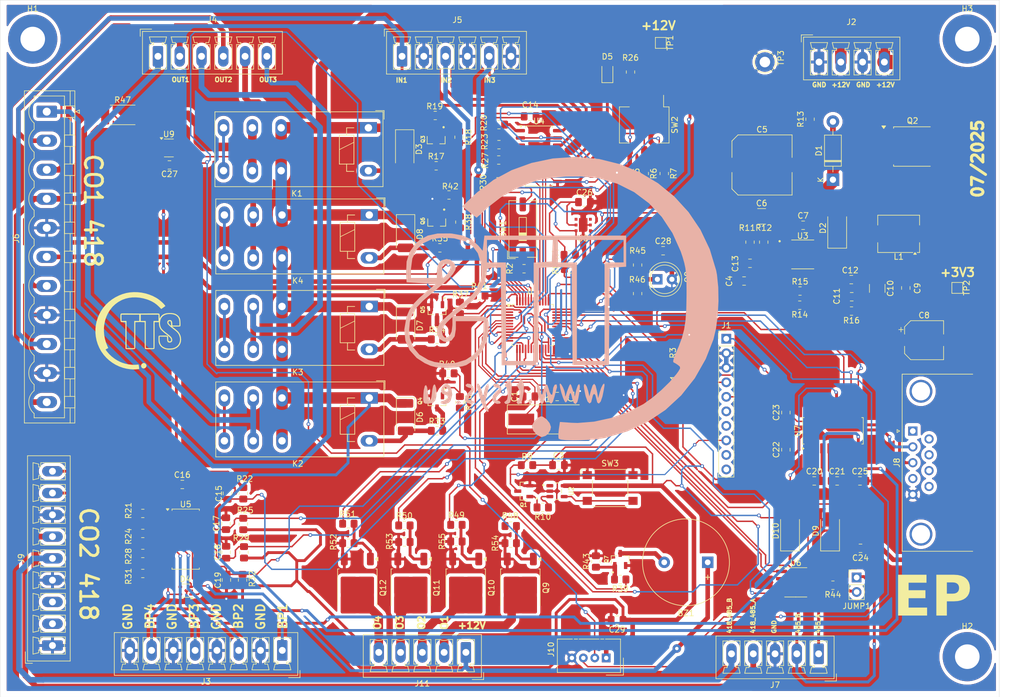
<source format=kicad_pcb>
(kicad_pcb (version 20241229) (generator "pcbnew") (generator_version "9.0")
  (layers (0 "F.Cu" signal) (2 "B.Cu" signal) (13 "F.Paste" user) (15 "B.Paste" user) (5 "F.SilkS" user "F.Silkscreen") (7 "B.SilkS" user "B.Silkscreen") (1 "F.Mask" user) (3 "B.Mask" user) (25 "Edge.Cuts" user))
  (net 0 "")
  (net 1 "+12V")
  (net 2 "Net-(BZ1--)")
  (net 3 "GND")
  (net 4 "/RCC_OSC_IN")
  (net 5 "/RCC_OSC_OUT")
  (net 6 "+3V3")
  (net 7 "Net-(U3-BOOT)")
  (net 8 "Net-(U3-COMP)")
  (net 9 "Net-(U3-SS)")
  (net 10 "BP1_µC")
  (net 11 "BP2_µC")
  (net 12 "BP3_µC")
  (net 13 "BP4_µC")
  (net 14 "V_CEL")
  (net 15 "Net-(D1-A)")
  (net 16 "Net-(D6-A)")
  (net 17 "LD1")
  (net 18 "/Capteurs et autres sorties/OUT2")
  (net 19 "Net-(Q9-G)")
  (net 20 "/Capteurs et autres sorties/OUT1")
  (net 22 "NRST")
  (net 25 "SWDIO")
  (net 26 "SWCLK")
  (net 28 "OUT3_418")
  (net 29 "12V_OUT2")
  (net 30 "OUT2_418")
  (net 31 "12V_OUT1")
  (net 32 "OUT1_418")
  (net 33 "12V_OUT3")
  (net 34 "IN2_418")
  (net 35 "12V_418")
  (net 36 "IN1_418")
  (net 37 "Net-(Q10-G)")
  (net 38 "Net-(Q11-G)")
  (net 39 "Tx232_418")
  (net 40 "Rx232_418")
  (net 41 "485-B_418")
  (net 42 "485-A_418")
  (net 43 "A_485")
  (net 44 "B_485")
  (net 45 "unconnected-(K2-Pad14)")
  (net 46 "unconnected-(K3-Pad14)")
  (net 47 "unconnected-(K4-Pad14)")
  (net 48 "REL_12V_418")
  (net 49 "unconnected-(K1-Pad14)")
  (net 50 "Net-(Q1-Pad1)")
  (net 51 "Net-(Q3-Pad1)")
  (net 52 "Net-(Q3-Pad3)")
  (net 53 "Net-(Q4-Pad1)")
  (net 54 "Net-(Q5-Pad3)")
  (net 55 "Net-(Q5-Pad1)")
  (net 56 "Net-(Q6-Pad3)")
  (net 57 "Net-(Q6-Pad1)")
  (net 58 "Net-(Q7-Pad1)")
  (net 59 "I2C_SCL")
  (net 60 "I2C_SDA")
  (net 61 "RELAIS_ALIM_418")
  (net 62 "Net-(U3-VSENSE)")
  (net 63 "Net-(U3-EN)")
  (net 64 "/Capteurs et autres sorties/OUT3")
  (net 65 "Net-(Q4-Pad3)")
  (net 66 "Net-(R20-Pad2)")
  (net 67 "/Capteurs et autres sorties/OUT4")
  (net 68 "Net-(Q12-G)")
  (net 69 "cmd_OUT1_418")
  (net 70 "Net-(Q8-C)")
  (net 71 "cmd_OUT2_418")
  (net 72 "µC_OUT1")
  (net 73 "BUZZER")
  (net 74 "µC_OUT2")
  (net 75 "µC_OUT3")
  (net 76 "OUT8")
  (net 77 "Tx485")
  (net 78 "µC_OUT4")
  (net 79 "OUT_IN2_418")
  (net 80 "RTS_485")
  (net 81 "Net-(R21-Pad2)")
  (net 82 "Rx485")
  (net 83 "µC_LD1")
  (net 84 "IN3_418")
  (net 85 "/Input Output/BP1")
  (net 86 "Tx232_COM")
  (net 87 "Rx232_COM_TTL")
  (net 88 "Tx232_COM_TTL")
  (net 89 "Tx232_418_TTL")
  (net 90 "Rx232_COM")
  (net 91 "Rx232_418_TTL")
  (net 92 "Net-(R27-Pad2)")
  (net 93 "OUT_IN1_418")
  (net 94 "cmd_OUT3_418")
  (net 95 "Net-(JUMP1-Pin_2)")
  (net 96 "Net-(D2-K)")
  (net 97 "Net-(C11-Pad2)")
  (net 98 "Net-(U7-C1+)")
  (net 99 "Net-(U7-C1-)")
  (net 100 "Net-(U7-C2+)")
  (net 101 "Net-(U7-C2-)")
  (net 102 "Net-(U7-VS+)")
  (net 103 "Net-(U7-VS-)")
  (net 104 "Net-(D3-A)")
  (net 113 "Net-(R24-Pad2)")
  (net 114 "Net-(U1-BOOT0)")
  (net 115 "Net-(U2-RESET)")
  (net 116 "Net-(R23-Pad2)")
  (net 117 "Net-(U2-~{MR})")
  (net 121 "Net-(D5-A)")
  (net 122 "Net-(D7-A)")
  (net 123 "Net-(D8-A)")
  (net 124 "/DIP3")
  (net 125 "/DIP2")
  (net 126 "/DIP1")
  (net 127 "Net-(R28-Pad2)")
  (net 128 "Net-(R31-Pad2)")
  (net 129 "Net-(R30-Pad2)")
  (net 130 "Net-(J2-Pin_2)")
  (net 131 "/Input Output/BP2")
  (net 132 "/Input Output/BP3")
  (net 133 "/Input Output/BP4")
  (net 134 "OUT_IN3_418")
  (footprint "Capacitor_SMD:C_0805_2012Metric_Pad1.18x1.45mm_HandSolder" (layer "F.Cu") (at 174.05 105.85)
    (property "Reference" "C3")
    (property "Value" "100nF")
  )
  (footprint "Capacitor_SMD:C_0805_2012Metric_Pad1.18x1.45mm_HandSolder" (layer "F.Cu") (at 173.825 93.85)
    (property "Reference" "C2")
    (property "Value" "27pF")
  )
  (footprint "Resistor_SMD:R_0805_2012Metric_Pad1.20x1.40mm_HandSolder" (layer "F.Cu") (at 119.05 121.1 -90)
    (property "Reference" "R29")
    (property "Value" "10k")
  )
  (footprint "Button_Switch_SMD:SW_DIP_SPSTx03_Slide_Omron_A6S-310x_W8.9mm_P2.54mm" (layer "F.Cu") (at 189.05 46.35 -90)
    (property "Reference" "SW2")
    (property "Value" "SW_DIP_x03")
  )
  (footprint "Connector_Phoenix_MC:PhoenixContact_MCV_1,5_9-G-3.81_1x09_P3.81mm_Vertical" (layer "F.Cu") (at 85.55 137.4 90)
    (property "Reference" "J9")
    (property "Value" "Conn_01x09_Pin_418")
  )
  (footprint "LED_THT:LED_D5.0mm_Clear" (layer "F.Cu") (at 191.35 73.35)
    (property "Reference" "Q8")
    (property "Value" "PS302")
  )
  (footprint "Resistor_SMD:R_0805_2012Metric_Pad1.20x1.40mm_HandSolder" (layer "F.Cu") (at 225.3 78.9 180)
    (property "Reference" "R16")
    (property "Value" "29.4k" (hide yes))
  )
  (footprint "Package_TO_SOT_SMD:SOT-353_SC-70-5" (layer "F.Cu") (at 108.85 127.8 180)
    (property "Reference" "D4")
    (property "Value" "PESD3V3L4UG")
  )
  (footprint "TPS3825-33QDBVRQ1:TPS3825-SOT95P280X145-5N" (layer "F.Cu") (at 173.795 110.4)
    (property "Reference" "U2")
    (property "Value" "TPS3825-33QDBVRQ1" (hide yes))
  )
  (footprint "Capacitor_SMD:C_0805_2012Metric_Pad1.18x1.45mm_HandSolder" (layer "F.Cu") (at 225.2625 73.4)
    (property "Reference" "C12")
    (property "Value" "47pF" (hide yes))
  )
  (footprint "Resistor_SMD:R_0805_2012Metric_Pad1.20x1.40mm_HandSolder" (layer "F.Cu") (at 163.6375 49.795)
    (property "Reference" "R23")
    (property "Value" "200")
  )
  (footprint "TestPoint:TestPoint_Pad_1.5x1.5mm" (layer "F.Cu") (at 243.8 74.85 -90)
    (property "Reference" "TP2")
    (property "Value" "TestPoint")
  )
  (footprint "Resistor_SMD:R_0805_2012Metric_Pad1.20x1.40mm_HandSolder" (layer "F.Cu") (at 176.025 69.075)
    (property "Reference" "R4")
    (property "Value" "4.7k")
  )
  (footprint "Package_TO_SOT_SMD:TO-252-2" (layer "F.Cu") (at 167.38 127.315 -90)
    (property "Reference" "Q9")
    (property "Value" "RFD16N06")
  )
  (footprint "Connector_Dsub:DSUB-9_Socket_Horizontal_P2.77x2.84mm_EdgePinOffset7.70mm_Housed_MountingHolesOffset9.12mm" (layer "F.Cu") (at 236.024669 99.89 90)
    (property "Reference" "J8")
    (property "Value" "DE9_Socket")
  )
  (footprint "TPS54231DRG4:SOIC127P599X175-8N" (layer "F.Cu") (at 216.77 68.995)
    (property "Reference" "U3")
    (property "Value" "TPS54231DRG4")
  )
  (footprint "Resistor_SMD:R_0805_2012Metric_Pad1.20x1.40mm_HandSolder" (layer "F.Cu") (at 137.3 119.5 180)
    (property "Reference" "R52")
    (property "Value" "100k")
  )
  (footprint "Resistor_SMD:R_0805_2012Metric_Pad1.20x1.40mm_HandSolder" (layer "F.Cu") (at 189.05 54.85 -90)
    (property "Reference" "R6")
    (property "Value" "10k")
  )
  (footprint "Resistor_SMD:R_0805_2012Metric_Pad1.20x1.40mm_HandSolder" (layer "F.Cu") (at 216.25 77.875 180)
    (property "Reference" "R14")
    (property "Value" "10.2k 1%" (hide yes))
  )
  (footprint "Button_Switch_SMD:SW_DIP_SPSTx01_Slide_9.78x4.72mm_W8.61mm_P2.54mm" (layer "F.Cu") (at 167.8 64.55 90)
    (property "Reference" "SW1")
    (property "Value" "SW_DIP_x01")
  )
  (footprint "Resistor_SMD:R_0805_2012Metric_Pad1.20x1.40mm_HandSolder" (layer "F.Cu") (at 101.35 124.8)
    (property "Reference" "R31")
    (property "Value" "200")
  )
  (footprint "Capacitor_SMD:C_0805_2012Metric_Pad1.18x1.45mm_HandSolder" (layer "F.Cu") (at 226.7875 108.615)
    (property "Reference" "C25")
    (property "Value" "1uF")
  )
  (footprint "Capacitor_SMD:C_0805_2012Metric_Pad1.18x1.45mm_HandSolder" (layer "F.Cu") (at 213.825 103.1525 90)
    (property "Reference" "C22")
    (property "Value" "1uF")
  )
  (footprint "Diode_SMD:D_SMA" (layer "F.Cu") (at 214.55 117.35 90)
    (property "Reference" "D10")
    (property "Value" "SMAJ5.0CA")
  )
  (footprint "Resistor_SMD:R_0805_2012Metric_Pad1.20x1.40mm_HandSolder" (layer "F.Cu") (at 156.81 94.85 90)
    (property "Reference" "R36")
    (property "Value" "100")
  )
  (footprint "Package_TO_SOT_SMD:TO-252-2" (layer "F.Cu") (at 235.975 50.125)
    (property "Reference" "Q2")
    (property "Value" "IRF9540N")
  )
  (footprint "Capacitor_SMD:C_0805_2012Metric_Pad1.18x1.45mm_HandSolder" (layer "F.Cu") (at 213.825 96.6525 90)
    (property "Reference" "C23")
    (property "Value" "100nF")
  )
  (footprint "Resistor_SMD:R_0805_2012Metric_Pad1.20x1.40mm_HandSolder" (layer "F.Cu") (at 156.66 48.5 -90)
    (property "Reference" "R18")
    (property "Value" "100")
  )
  (footprint "Resistor_SMD:R_0805_2012Metric_Pad1.20x1.40mm_HandSolder" (layer "F.Cu") (at 101.35 117.8)
    (property "Reference" "R24")
    (property "Value" "200")
  )
  (footprint "Connector_Phoenix_MC:PhoenixContact_MCV_1,5_6-G-3.81_1x06_P3.81mm_Vertical" (layer "F.Cu") (at 104 34.35)
    (property "Reference" "J4")
    (property "Value" "Conn_01x06_Pin")
  )
  (footprint "Capacitor_SMD:C_0805_2012Metric_Pad1.18x1.45mm_HandSolder" (layer "F.Cu") (at 168.9 93.85 180)
    (property "Reference" "C1")
    (property "Value" "27pF")
  )
  (footprint "Resistor_SMD:R_2512_6332Metric_Pad1.40x3.35mm_HandSolder" (layer "F.Cu") (at 97.825 44.6)
    (property "Reference" "R47")
    (property "Value" "0.1 1%")
  )
  (footprint "Capacitor_SMD:C_0805_2012Metric_Pad1.18x1.45mm_HandSolder" (layer "F.Cu") (at 226.875 120.4 180)
    (property "Reference" "C24")
    (property "Value" "100nF")
  )
  (footprint "Resistor_SMD:R_0805_2012Metric_Pad1.20x1.40mm_HandSolder" (layer "F.Cu") (at 222.05 126.85 180)
    (property "Reference" "R44")
    (property "Value" "120")
  )
  (footprint "Resistor_SMD:R_0805_2012Metric_Pad1.20x1.40mm_HandSolder" (layer "F.Cu") (at 156.81 78.35 -90)
    (property "Reference" "R37")
    (property "Value" "100")
  )
  (footprint "Resistor_SMD:R_0805_2012Metric_Pad1.20x1.40mm_HandSolder" (layer "F.Cu") (at 118.925 116.15 -90)
    (property "Reference" "R25")
    (property "Value" "10k")
  )
  (footprint "Capacitor_SMD:C_0805_2012Metric_Pad1.18x1.45mm_HandSolder" (layer "F.Cu") (at 115.925 121.0875 90)
    (property "Reference" "C18")
    (property "Value" "100nF")
  )
  (footprint "Relay_THT:Relay_SPDT_Schrack-RT1-16A-FormC_RM5mm" (layer "F.Cu") (at 140.81 46.85 180)
    (property "Reference" "K1")
    (property "Value" "RT314A12")
  )
  (footprint "Capacitor_SMD:C_0805_2012Metric_Pad1.18x1.45mm_HandSolder" (layer "F.Cu") (at 106.0125 53.35)
    (property "Reference" "C27")
    (property "Value" "100nF")
  )
  (footprint "BSS138:SOT95P240X111-3N" (layer "F.Cu") (at 152.66 49 -90)
    (property "Reference" "Q3")
    (property "Value" "BSS138")
  )
  (footprint "Relay_THT:Relay_SPDT_Schrack-RT1-16A-FormC_RM5mm" (layer "F.Cu") (at 140.96 94.1 180)
    (property "Reference" "K2")
    (property "Value" "RT314A12")
  )
  (footprint "Resistor_SMD:R_0805_2012Metric_Pad1.20x1.40mm_HandSolder" (layer "F.Cu") (at 147.1 116.4)
    (property "Reference" "R50")
    (property "Value" "100")
  )
  (footprint "Package_SO:SOP-16_4.55x10.3mm_P1.27mm" (layer "F.Cu") (at 108.85 118.8)
    (property "Reference" "U5")
    (property "Value" "TCMT4600")
  )
  (footprint "Resistor_SMD:R_0805_2012Metric_Pad1.20x1.40mm_HandSolder" (layer "F.Cu") (at 101.35 121.3)
    (property "Reference" "R28")
    (property "Value" "200")
  )
  (footprint "Package_TO_SOT_SMD:SOT-23-8" (layer "F.Cu") (at 105.9125 50.375)
    (property "Reference" "U9")
    (property "Value" "INA219AxDCN")
  )
  (footprint "Resistor_SMD:R_0805_2012Metric_Pad1.20x1.40mm_HandSolder" (layer "F.Cu") (at 195.825 91.05 90)
    (property "Reference" "R1")
    (property "Value" "10k")
  )
  (footprint "Capacitor_SMD:C_1210_3225Metric_Pad1.33x2.70mm_HandSolder" (layer "F.Cu") (at 229.8 74.9375 -90)
    (property "Reference" "C10")
    (property "Value" "47uF")
  )
  (footprint "Resistor_SMD:R_0805_2012Metric_Pad1.20x1.40mm_HandSolder" (layer "F.Cu") (at 163.4575 56.295)
    (property "Reference" "R30")
    (property "Value" "200")
  )
  (footprint "Package_SO:SOIC-8_3.9x4.9mm_P1.27mm" (layer "F.Cu") (at 215.55 126.35)
    (property "Reference" "U6")
    (property "Value" "MAX3485")
  )
  (footprint "Connector_Phoenix_MSTB:PhoenixContact_MSTBVA_2,5_11-G-5,08_1x11_P5.08mm_Vertical" (layer "F.Cu") (at 84.55 44.03 -90)
    (property "Reference" "J6")
    (property "Value" "Conn_01x11_Pin_418")
  )
  (footprint "Resistor_SMD:R_0805_2012Metric_Pad1.20x1.40mm_HandSolder" (layer "F.Cu") (at 153.31 67.85)
    (property "Reference" "R35")
    (property "Value" "100")
  )
  (footprint "Button_Switch_SMD:SW_SPST_Omron_B3FS-100xP" (layer "F.Cu") (at 183.0875 109.85)
    (property "Reference" "SW3")
    (property "Value" "SW_Push")
  )
  (footprint "Capacitor_SMD:C_0805_2012Metric_Pad1.18x1.45mm_HandSolder" (layer "F.Cu") (at 178.5875 59.85)
    (property "Reference" "C26")
    (property "Value" "100nF")
  )
  (footprint "Diode_SMD:D_MELF" (layer "F.Cu") (at 147.31 81.45 -90)
    (property "Reference" "D7")
    (property "Value" "SM4007")
  )
  (footprint "Resistor_SMD:R_0805_2012Metric_Pad1.20x1.40mm_HandSolder" (layer "F.Cu") (at 154.8 89.8 180)
    (property "Reference" "R40")
    (property "Value" "100k")
  )
  (footprint "Capacitor_SMD:C_0805_2012Metric_Pad1.18x1.45mm_HandSolder" (layer "F.Cu") (at 108.2625 109.235)
    (property "Reference" "C16")
    (property "Value" "100nF")
  )
  (footprint "Capacitor_SMD:C_0805_2012Metric_Pad1.18x1.45mm_HandSolder" (layer "F.Cu") (at 184.3 132.95 180)
    (property "Reference" "C29")
    (property "Value" "100nF")
  )
  (footprint "Resistor_SMD:R_0805_2012Metric_Pad1.20x1.40mm_HandSolder" (layer "F.Cu") (at 152.5 44.7 180)
    (property "Reference" "R19")
    (property "Value" "100k")
  )
  (footprint "Connector_Phoenix_MC:PhoenixContact_MCV_1,5_6-G-3.81_1x06_P3.81mm_Vertical" (layer "F.Cu") (at 146.69 34.35)
    (property "Reference" "J5")
    (property "Value" "Conn_01x06_Pin")
  )
  (footprint "Capacitor_SMD:C_0805_2012Metric_Pad1.18x1.45mm_HandSolder" (layer "F.Cu") (at 116.15 110.7875 90)
    (property "Reference" "C15")
    (property "Value" "100nF")
  )
  (footprint "Resistor_SMD:R_0805_2012Metric_Pad1.20x1.40mm_HandSolder" (layer "F.Cu") (at 163.6 52.485)
    (property "Reference" "R27")
    (property "Value" "200")
  )
  (footprint "Resistor_SMD:R_0805_2012Metric_Pad1.20x1.40mm_HandSolder" (layer "F.Cu") (at 168.55 105.85 180)
    (property "Reference" "R9")
    (property "Value" "4k7")
  )
  (footprint "Resistor_SMD:R_0805_2012Metric_Pad1.20x1.40mm_HandSolder" (layer "F.Cu") (at 118.925 110.775 90)
    (property "Reference" "R22")
    (property "Value" "10k")
  )
  (footprint "Connector_Phoenix_MC:PhoenixContact_MCV_1,5_8-G-3.81_1x08_P3.81mm_Vertical" (layer "F.Cu") (at 125.745 138.25 180)
    (property "Reference" "J3")
    (property "Value" "Conn_01x08_Pin")
  )
  (footprint "BSS138:SOT95P240X111-3N" (layer "F.Cu") (at 152.76 63.41 -90)
    (property "Reference" "Q6")
    (property "Value" "BSS138")
  )
  (footprint "Capacitor_SMD:C_0805_2012Metric_Pad1.18x1.45mm_HandSolder" (layer "F.Cu") (at 222.7875 108.615)
    (property "Reference" "C21")
    (property "Value" "1uF")
  )
  (footprint "Resistor_SMD:R_0805_2012Metric_Pad1.20x1.40mm_HandSolder" (layer "F.Cu") (at 180.6 122.7 90)
    (property "Reference" "R43")
    (property "Value" "100k")
  )
  (footprint "Package_TO_SOT_SMD:TO-252-2" (layer "F.Cu") (at 157.8275 127.315 -90)
    (property "Reference" "Q10")
    (property "Value" "RFD16N06")
  )
  (footprint "Crystal:Crystal_SMD_HC49-SD" (layer "F.Cu") (at 171.8 97.85)
    (property "Reference" "Y1")
    (property "Value" "ABL-8.000MHZ-B2")
  )
  (footprint "Resistor_SMD:R_0805_2012Metric_Pad1.20x1.40mm_HandSolder" (layer "F.Cu") (at 187.89 70.85 -90)
    (property "Reference" "R45")
    (property "Value" "47k")
  )
  (footprint "Inductor_SMD:L_Coilcraft_MOS6020-XXX" (layer "F.Cu") (at 233.55 65.4 180)
    (property "Reference" "L1")
    (property "Value" "10uH")
  )
  (footprint "Resistor_SMD:R_0805_2012Metric_Pad1.20x1.40mm_HandSolder" (layer "F.Cu") (at 152.81 99.85)
    (property "Reference" "R33")
    (property "Value" "100")
  )
  (footprint "Resistor_SMD:R_0805_2012Metric_Pad1.20x1.40mm_HandSolder" (layer "F.Cu") (at 168.03 71.5)
    (property "Reference" "R2")
    (property "Value" "10k")
  )
  (footprint "Capacitor_SMD:C_0805_2012Metric_Pad1.18x1.45mm_HandSolder" (layer "F.Cu") (at 234.8 74.8625 -90)
    (property "Reference" "C9")
    (property "Value" "100nF")
  )
  (footprint "MountingHole:MountingHole_4.3mm_M4_Pad" (layer "F.Cu") (at 245.55 139.35)
    (property "Reference" "H2")
    (property "Value" "MountingHole")
  )
  (footprint "Package_TO_SOT_SMD:TO-252-2" (layer "F.Cu") (at 138.875 127.315 -90)
    (property "Reference" "Q12")
    (property "Value" "RFD16N06")
  )
  (footprint "Diode_SMD:D_MELF" (layer "F.Cu") (at 147.31 65.45 -90)
    (property "Reference" "D8")
    (property "Value" "SM4007")
  )
  (footprint "Connector_Phoenix_MC:PhoenixContact_MCV_1,5_4-G-3.81_1x04_P3.81mm_Vertical" (layer "F.Cu") (at 219.62 35.35)
    (property "Reference" "J2")
    (property "Value" "Conn_01x04_Pin")
  )
  (footprint "Resistor_SMD:R_0805_2012Metric_Pad1.20x1.40mm_HandSolder" (layer "F.Cu") (at 101.35 114.3)
    (property "Reference" "R21")
    (property "Value" "200")
  )
  (footprint "MountingHole:MountingHole_4.3mm_M4_Pad" (layer "F.Cu") (at 82.1 31.33)
    (property "Reference" "H1")
    (property "Value" "MountingHole")
  )
  (footprint "TestPoint:TestPoint_Pad_1.5x1.5mm" (layer "F.Cu") (at 191.95 32 -90)
    (property "Reference" "TP1")
    (property "Value" "TestPoint")
  )
  (footprint "Diode_SMD:D_MELF" (layer "F.Cu") (at 147.31 97.45 -90)
    (property "Reference" "D6")
    (property "Value" "SM4007")
  )
  (footprint "Resistor_SMD:R_0805_2012Metric_Pad1.20x1.40mm_HandSolder" (layer "F.Cu") (at 160.2 76.2)
    (property "Reference" "R41")
    (property "Value" "100k")
  )
  (footprint "Resistor_SMD:R_0805_2012Metric_Pad1.20x1.40mm_HandSolder" (layer "F.Cu") (at 156.81 63.35 90)
    (property "Reference" "R38")
    (property "Value" "100")
  )
  (footprint "Capacitor_SMD:C_0805_2012Metric_Pad1.18x1.45mm_HandSolder" (layer "F.Cu") (at 115.9 116.0875 90)
    (property "Reference" "C17")
    (property "Value" "100nF")
  )
  (footprint "Diode_SMD:D_SMA" (layer "F.Cu") (at 222.8 64.4 90)
    (property "Reference" "D2")
    (property "Value" "MBRA340")
  )
  (footprint "Resistor_SMD:R_0805_2012Metric_Pad1.20x1.40mm_HandSolder" (layer "F.Cu") (at 171.3 113.25 180)
    (property "Reference" "R10")
    (property "Value" "100")
  )
  (footprint "Package_SO:SOP-16_4.55x10.3mm_P1.27mm" (layer "F.Cu") (at 170.6375 51.795)
    (property "Reference" "U4")
    (property "Value" "TCMT4600")
  )
  (footprint "Resistor_SMD:R_0805_2012Metric_Pad1.20x1.40mm_HandSolder" (layer "F.Cu") (at 218.05 45.35 90)
    (property "Reference" "R13")
    (property "Value" "220")
  )
  (footprint "Connector:NS-Tech_Grove_1x04_P2mm_Vertical" (layer "F.Cu") (at 182.4 139.575 -90)
    (property "Reference" "J10")
    (property "Value" "Conn_01x04_Pin")
  )
  (footprint "Connector_Phoenix_MC:PhoenixContact_MCV_1,5_5-G-3.81_1x05_P3.81mm_Vertical" (layer "F.Cu") (at 219.55 138.85 180)
    (property "Reference" "J7")
    (property "Value" "Conn_01x05_Pin")
  )
  (footprint "Resistor_SMD:R_0805_2012Metric_Pad1.20x1.40mm_HandSolder" (layer "F.Cu") (at 147.1 119.3 180)
    (property "Reference" "R53")
    (property "Value" "100k")
  )
  (footprint "Capacitor_SMD:C_0805_2012Metric_Pad1.18x1.45mm_HandSolder" (layer "F.Cu") (at 169.0875 44.85)
    (property "Reference" "C14")
    (property "Value" "100nF")
  )
  (footprint "Resistor_SMD:R_0805_2012Metric_Pad1.20x1.40mm_HandSolder" (layer "F.Cu") (at 207.55 66.85 -90)
    (property "Reference" "R11")
    (property "Value" "332k 1%" (hide yes))
  )
  (footprint "BSS138:SOT95P240X111-3N" (layer "F.Cu") (at 152.81 78.85 -90)
    (property "Reference" "Q5")
    (property "Value" "BSS138")
  )
  (footprint "Resistor_SMD:R_0805_2012Metric_Pad1.20x1.40mm_HandSolder" (layer "F.Cu") (at 156.2 119.2 180)
    (property "Reference" "R55")
    (property "Value" "100k")
  )
  (footprint "Capacitor_SMD:C_0805_2012Metric_Pad1.18x1.45mm_HandSolder" (layer "F.Cu") (at 207.55 70.55 180)
    (property "Reference" "C13")
    (property "Value" "15nF" (hide yes))
  )
  (footprint "TestPoint:TestPoint_Loop_D2.50mm_Drill1.85mm" (layer "F.Cu") (at 210.15 35.35 90)
    (property "Reference" "TP3")
    (property "Value" "TestPoint")
  )
  (footprint "Resistor_SMD:R_0805_2012Metric_Pad1.20x1.40mm_HandSolder" (layer "F.Cu") (at 176.075 71.55)
    (property "Reference" "R8")
    (property "Value" "4.7k")
  )
  (footprint "BSS138:SOT95P240X111-3N" (layer "F.Cu") (at 184.85 122.35 90)
    (property "Reference" "Q7")
    (property "Value" "BSS138")
  )
  (footprint "Resistor_SMD:R_0805_2012Metric_Pad1.20x1.40mm_HandSolder" (layer "F.Cu") (at 118.8 125.95 -90)
    (property "Reference" "R32")
    (property "Value" "10k")
  )
  (footprint "BSS138:SOT95P240X111-3N" (layer "F.Cu") (at 167.99 110.4 180)
    (property "Reference" "Q1")
    (property "Value" "BSS138")
  )
  (footprint "MountingHole:MountingHole_4.3mm_M4_Pad" (layer "F.Cu") (at 245.55 31.33)
    (property "Reference" "H3")
    (property "Value" "MountingHole")
  )
  (footprint "Resistor_SMD:R_0805_2012Metric_Pad1.20x1.40mm_HandSolder" (layer "F.Cu") (at 186.05 54.85 -90)
    (property "Reference" "R5")
    (property "Value" "10k")
  )
  (footprint "Capacitor_SMD:C_1210_3225Metric_Pad1.33x2.70mm_HandSolder" (layer "F.Cu") (at 209.5875 62.35)
    (property "Reference" "C6")
    (property "Value" "4.7uF")
  )
  (footprint "Resistor_SMD:R_0805_2012Metric_Pad1.20x1.40mm_HandSolder" (layer "F.Cu") (at 192.55 54.85 -90)
    (property "Reference" "R7")
    (property "Value" "10k")
  )
  (footprint "Capacitor_SMD:C_0805_2012Metric_Pad1.18x1.45mm_HandSolder" (layer "F.Cu") (at 218.7875 108.615)
    (property "Reference" "C20")
    (property "Value" "1uF")
  )
  (footprint "Package_QFP:LQFP-48_7x7mm_P0.5mm" (layer "F.Cu") (at 169.55 81.35)
    (property "Reference" "U1")
    (property "Value" "STM32F103C8Tx")
  )
  (footprint "Diode_THT:D_DO-41_SOD81_P10.16mm_Horizontal" (layer "F.Cu") (at 222.05 55.93 90)
    (property "Reference" "D1")
    (property "Value" "1N4742A")
  )
  (footprint "Resistor_SMD:R_0805_2012Metric_Pad1.20x1.40mm_HandSolder" (layer "F.Cu") (at 195.8 86.55 90)
    (property "Reference" "R3")
    (property "Value" "10k")
  )
  (footprint "Resistor_SMD:R_0805_2012Metric_Pad1.20x1.40mm_HandSolder" (layer "F.Cu") (at 156.2 116.3)
    (property "Reference" "R49")
    (property "Value" "100")
  )
  (footprint "Resistor_SMD:R_0805_2012Metric_Pad1.20x1.40mm_HandSolder" (layer "F.Cu") (at 154.9 58.6 180)
    (property "Reference" "R42")
    (property "Value" "100k")
  )
  (footprint "Capacitor_SMD:CP_Elec_6.3x9.9" (layer "F.Cu") (at 238 84)
    (property "Reference" "C8")
    (property "Value" "100uF")
  )
  (footprint "Connector_PinHeader_2.54mm:PinHeader_1x10_P2.54mm_Vertical" (layer "F.Cu") (at 203.4 83.745)
    (property "Reference" "J1")
    (property "Value" "Conn_01x10_Pin")
  )
  (footprint "Resistor_SMD:R_0805_2012Metric_Pad1.20x1.40mm_HandSolder" (layer "F.Cu") (at 165.7 116.5)
    (property "Reference" "R48")
    (property "Value" "100")
  )
  (footprint "Capacitor_SMD:C_0805_2012Metric_Pad1.18x1.45mm_HandSolder" (layer "F.Cu") (at 216.8375 63.9)
    (property "Reference" "C7")
    (property "Value" "470nF")
  )
  (footprint "Resistor_SMD:R_0805_2012Metric_Pad1.20x1.40mm_HandSolder" (layer "F.Cu") (at 186.65 37.1 90)
    (property "Reference" "R26")
    (property "Value" "68")
  )
  (footprint "Capacitor_SMD:C_0805_2012Metric_Pad1.18x1.45mm_HandSolder" (layer "F.Cu") (at 192.3525 68.35)
    (property "Reference" "C28")
    (property "Value" "100nF")
  )
  (footprint "Resistor_SMD:R_0805_2012Metric_Pad1.20x1.40mm_HandSolder" (layer "F.Cu") (at 163.6375 46.295)
    (property "Reference" "R20")
    (property "Value" "200")
  )
  (footprint "Resistor_SMD:R_0805_2012Metric_Pad1.20x1.40mm_HandSolder" (layer "F.Cu") (at 184.85 125.85 180)
    (property "Reference" "R39")
    (property "Value" "100")
  )
  (footprint "BSS138:SOT95P240X111-3N" (layer "F.Cu") (at 152.81 94.79 -90)
    (property "Reference" "Q4")
    (property "Value" "BSS138")
  )
  (footprint "Resistor_SMD:R_0805_2012Metric_Pad1.20x1.40mm_HandSolder" (layer "F.Cu") (at 152.66 53.5)
    (property "Reference" "R17")
    (property "Value" "100")
  )
  (footprint "Relay_THT:Relay_SPDT_Schrack-RT1-16A-FormC_RM5mm" (layer "F.Cu") (at 140.96 78.1 180)
    (property "Reference" "K3")
    (property "Value" "RT314A12")
  )
  (footprint "Resistor_SMD:R_0805_2012Metric_Pad1.20x1.40mm_HandSolder" (layer "F.Cu") (at 165.7 119.5 180)
    (property "Reference" "R54")
    (property "Value" "100k")
  )
  (footprint "Resistor_SMD:R_0805_2012Metric_Pad1.20x1.40mm_HandSolder" (layer "F.Cu") (at 209.95 66.85 90)
    (property "Reference" "R12")
    (property "Value" "68.1k 1%" (hide yes))
  )
  (footprint "Resistor_SMD:R_0805_2012Metric_Pad1.20x1.40mm_HandSolder" (layer "F.Cu") (at 152.81 83.85)
    (property "Reference" "R34")
    (property "Value" "100")
  )
  (footprint "LED_SMD:LED_0805_2012Metric_Pad1.15x1.40mm_HandSolder" (layer "F.Cu") (at 182.6 37.1 90)
    (property "Reference" "D5")
    (property "Value" "LED Verte SMD")
  )
  (footprint "Capacitor_SMD:C_Elec_10x10.2" (layer "F.Cu") (at 209.65 53.35)
    (property "Reference" "C5")
    (property "Value" "470uF")
  )
  (footprint "Capacitor_SMD:C_0805_2012Metric_Pad1.18x1.45mm_HandSolder" (layer "F.Cu") (at 115.975 125.9375 -90)
    (property "Reference" "C19")
    (property "Value" "100nF")
  )
  (footprint "Relay_THT:Relay_SPDT_Schrack-RT1-16A-FormC_RM5mm" (layer "F.Cu") (at 140.96 62.1 180)
    (property "Reference" "K4")
    (property "Value" "RT314A12")
  )
  (footprint "Diode_SMD:D_MELF" (layer "F.Cu") (at 147.16 50.6 -90)
    (property "Reference" "D3")
    (property "Value" "SM4007")
  )
  (footprint "Resistor_SMD:R_0805_2012Metric_Pad1.20x1.40mm_HandSolder" (layer "F.Cu") (at 187.89 75.85 -90)
    (property "Reference" "R46")
    (property "Value" "100")
  )
  (footprint "Connector_Phoenix_MC:PhoenixContact_MCV_1,5_5-G-3.81_1x05_P3.81mm_Vertical" (layer "F.Cu") (at 157.86 138.6 180)
    (property "Reference" "J11")
    (property "Value" "Conn_01x05_Pin")
  )
  (footprint "Diode_SMD:D_SMA" (layer "F.Cu") (at 221.55 117.35 90)
    (property "Reference" "D9")
    (property "Value" "SMAJ5.0CA")
  )
  (footprint "Package_SO:SOP-16_4.4x10.4mm_P1.27mm" (layer "F.Cu") (at 222.05 99.85 90)
    (property "Reference" "U7")
    (property "Value" "ADM3232")
  )
  (footprint "Connector_PinHeader_2.54mm:PinHeader_1x02_P2.54mm_Vertical" (layer "F.Cu") (at 226.2 125.5)
    (property "Reference" "JUMP1")
    (property "Value" "JUMPER")
  )
  (footprint "Package_TO_SOT_SMD:TO-252-2" (layer "F.Cu") (at 148.2275 127.315 -90)
    (property "Reference" "Q11")
    (property "Value" "RFD16N06")
  )
  (footprint "Capacitor_SMD:C_0805_2012Metric_Pad1.18x1.45mm_HandSolder" (layer "F.Cu") (at 206.5125 73.65)
    (property "Reference" "C4")
    (property "Value" "100nF" (hide yes))
  )
  (footprint "Resistor_SMD:R_0805_2012Metric_Pad1.20x1.40mm_HandSolder" (layer "F.Cu") (at 137.3 116.1)
    (property "Reference" "R51")
    (property "Value" "100")
  )
  (footprint "HTU21D:QFN100P300X300X100-7N" (layer "F.Cu") (at 178.375 63.85 180)
    (property "Reference" "U8")
    (property "Value" "HTU21D")
  )
  (footprint "Resistor_SMD:R_0805_2012Metric_Pad1.20x1.40mm_HandSolder" (layer "F.Cu") (at 216.3 75.4)
    (property "Reference" "R15")
    (property "Value" "3.24k 1%" (hide yes))
  )
  (footprint "LOGO" (layer "F.Cu") (at 100.55 82.35)
    (property "Reference" "G***" (hide yes))
    (property "Value" "LOGO" (hide yes))
  )
  (footprint "Buzzer_Beeper:Buzzer_15x7.5RM7.6" (layer "F.Cu") (at 200.15 122.85 180)
    (property "Reference" "BZ1")
    (property "Value" "Buzzer")
  )
  (footprint "Capacitor_SMD:C_0805_2012Metric_Pad1.18x1.45mm_HandSolder" (layer "F.Cu") (at 225.3375 76.4)
    (property "Reference" "C11")
    (property "Value" "1nF" (hide yes))
  )
  (footprint "LOGO" (layer "B.Cu") (at 174.55 77.35 180)
    (property "Reference" "G***" (hide yes))
    (property "Value" "LOGO" (hide yes))
  )
  (gr_rect (start 76.4 24.525) (end 251.15 146.425) (stroke (width 0.05)) (fill no) (layer "Edge.Cuts"))
  (gr_text "BP3" (at 111.214286 134.7 90) (layer "F.SilkS") (effects (font (size 1.5 1.5) (thickness 0.3) (bold yes)) (justify left bottom)))
  (gr_text "BP2\n" (at 118.957143 134.7 90) (layer "F.SilkS") (effects (font (size 1.5 1.5) (thickness 0.3) (bold yes)) (justify left bottom)))
  (gr_text "CO2 418" (at 90.1 112.9 270) (layer "F.SilkS") (effects (font (size 3 3) (thickness 0.5) (bold yes)) (justify left bottom)))
  (gr_text "07/2025" (at 248.55 59.35 90) (layer "F.SilkS") (effects (font (size 2 2) (thickness 0.5) (bold yes)) (justify left bottom)))
  (gr_text "BP4" (at 103.471429 134.7 90) (layer "F.SilkS") (effects (font (size 1.5 1.5) (thickness 0.3) (bold yes)) (justify left bottom)))
  (gr_text "O1" (at 154.8 134.8 90) (layer "F.SilkS") (effects (font (size 1.2 1.2) (thickness 0.3) (bold yes)) (justify left bottom)))
  (gr_text "OUT1" (at 106.3 38.9 0) (layer "F.SilkS") (effects (font (size 0.8 0.8) (thickness 0.2) (bold yes)) (justify left bottom)))
  (gr_text "CO1 418" (at 90.9 51.1 270) (layer "F.SilkS") (effects (font (size 3 3) (thickness 0.5) (bold yes)) (justify left bottom)))
  (gr_text "GND" (at 99.6 134.842858 90) (layer "F.SilkS") (effects (font (size 1.5 1.5) (thickness 0.3) (bold yes)) (justify left bottom)))
  (gr_text "GND" (at 226 39.8 0) (layer "F.SilkS") (effects (font (size 0.8 0.8) (thickness 0.2) (bold yes)) (justify left bottom)))
  (gr_text "O3" (at 147 134.8 90) (layer "F.SilkS") (effects (font (size 1.2 1.2) (thickness 0.3) (bold yes)) (justify left bottom)))
  (gr_text "+12V" (at 229.5 39.8 0) (layer "F.SilkS") (effects (font (size 0.8 0.8) (thickness 0.2) (bold yes)) (justify left bottom)))
  (gr_text "+12V" (at 221.7 39.8 0) (layer "F.SilkS") (effects (font (size 0.8 0.8) (thickness 0.2) (bold yes)) (justify left bottom)))
  (gr_text "IN1" (at 145.5 39 0) (layer "F.SilkS") (effects (font (size 0.8 0.8) (thickness 0.2) (bold yes)) (justify left bottom)))
  (gr_text "418_485_A" (at 208.5 135.4 90) (layer "F.SilkS") (effects (font (size 0.75 0.75) (thickness 0.1875) (bold yes)) (justify left bottom)))
  (gr_text "BP1" (at 126.7 134.7 90) (layer "F.SilkS") (effects (font (size 1.5 1.5) (thickness 0.3) (bold yes)) (justify left bottom)))
  (gr_text "IN3" (at 160.9 39 0) (layer "F.SilkS") (effects (font (size 0.8 0.8) (thickness 0.2) (bold yes)) (justify left bottom)))
  (gr_text "OUT3" (at 121.6 38.9 0) (layer "F.SilkS") (effects (font (size 0.8 0.8) (thickness 0.2) (bold yes)) (justify left bottom)))
  (gr_text "485_B" (at 216.4 135.4 90) (layer "F.SilkS") (effects (font (size 0.75 0.75) (thickness 0.1875) (bold yes)) (justify left bottom)))
  (gr_text "+3V3" (at 240.65 73.02 0) (layer "F.SilkS") (effects (font (size 1.5 1.5) (thickness 0.3) (bold yes)) (justify left bottom)))
  (gr_text "+12V" (at 156.3 134.6 0) (layer "F.SilkS") (effects (font (size 1.2 1.2) (thickness 0.3) (bold yes)) (justify left bottom)))
  (gr_text "O4\n" (at 143.1 134.8 90) (layer "F.SilkS") (effects (font (size 1.2 1.2) (thickness 0.3) (bold yes)) (justify left bottom)))
  (gr_text "OUT2" (at 113.8 38.9 0) (layer "F.SilkS") (effects (font (size 0.8 0.8) (thickness 0.2) (bold yes)) (justify left bottom)))
  (gr_text "GND" (at 122.828571 134.842858 90) (layer "F.SilkS") (effects (font (size 1.5 1.5) (thickness 0.3) (bold yes)) (justify left bottom)))
  (gr_text "418_485_B" (at 204.4 135.4 90) (layer "F.SilkS") (effects (font (size 0.75 0.75) (thickness 0.1875) (bold yes)) (justify left bottom)))
  (gr_text "GND" (at 107.342857 134.842858 90) (layer "F.SilkS") (effects (font (size 1.5 1.5) (thickness 0.3) (bold yes)) (justify left bottom)))
  (gr_text "O2" (at 150.8 134.8 90) (layer "F.SilkS") (effects (font (size 1.2 1.2) (thickness 0.3) (bold yes)) (justify left bottom)))
  (gr_text "485_A" (at 219.9 135.4 90) (layer "F.SilkS") (effects (font (size 0.75 0.75) (thickness 0.1875) (bold yes)) (justify left bottom)))
  (gr_text "+12V" (at 188.33 29.85 0) (layer "F.SilkS") (effects (font (size 1.5 1.5) (thickness 0.3) (bold yes)) (justify left bottom)))
  (gr_text "IN2" (at 153.3 39 0) (layer "F.SilkS") (effects (font (size 0.8 0.8) (thickness 0.2) (bold yes)) (justify left bottom)))
  (gr_text "GND" (at 218.3 39.8 0) (layer "F.SilkS") (effects (font (size 0.8 0.8) (thickness 0.2) (bold yes)) (justify left bottom)))
  (gr_text "GND" (at 115.085714 134.842858 90) (layer "F.SilkS") (effects (font (size 1.5 1.5) (thickness 0.3) (bold yes)) (justify left bottom)))
  (gr_text "GND" (at 212.2 135.4 90) (layer "F.SilkS") (effects (font (size 0.75 0.75) (thickness 0.1875) (bold yes)) (justify left bottom)))
  (gr_text "EP" (at 232.55 133.35 0) (layer "F.SilkS") (effects (font (size 7 7) (thickness 0.3) (bold yes)) (justify left bottom)))
  (segment (start 211.75 66.65) (end 211.6 66.8) (width 0.25) (layer "F.Cu") (net 1))
  (segment (start 205.25 53.35) (end 205.25 30) (width 2) (layer "F.Cu") (net 1))
  (segment (start 208.025 62.35) (end 208.025 58.725) (width 1.5) (layer "F.Cu") (net 1))
  (segment (start 145.4 63.05) (end 144.45 62.1) (width 1.5) (layer "F.Cu") (net 1))
  (segment (start 133.65 46.85) (end 125.55 46.85) (width 2) (layer "F.Cu") (net 1))
  (segment (start 202.375 27.125) (end 191.9 27.125) (width 2) (layer "F.Cu") (net 1))
  (segment (start 210.35 57.65) (end 206.95 57.65) (width 2) (layer "F.Cu") (net 1))
  (segment (start 145.4 48.2) (end 144.05 46.85) (width 1.5) (layer "F.Cu") (net 1))
  (segment (start 144.45 94.1) (end 140.96 94.1) (width 1.5) (layer "F.Cu") (net 1))
  (segment (start 222.05 55.93) (end 222.05 56.35) (width 2) (layer "F.Cu") (net 1))
  (segment (start 211.75 66.65) (end 211.75 67.75) (width 1) (layer "F.Cu") (net 1))
  (segment (start 140.81 46.85) (end 133.65 46.85) (width 2) (layer "F.Cu") (net 1))
  (segment (start 140.96 78.1) (end 125.7 78.1) (width 2) (layer "F.Cu") (net 1))
  (segment (start 147.31 95.05) (end 145.4 95.05) (width 1.5) (layer "F.Cu") (net 1))
  (segment (start 208.025 58.725) (end 206.95 57.65) (width 1.5) (layer "F.Cu") (net 1))
  (segment (start 205.05 53.55) (end 205.25 53.35) (width 2) (layer "F.Cu") (net 1))
  (segment (start 125.55 54.35) (end 125.55 46.85) (width 2) (layer "F.Cu") (net 1))
  (segment (start 194.75 137.925) (end 200.15 132.525) (width 0.8) (layer "F.Cu") (net 1))
  (segment (start 125.7 85.6) (end 125.7 78.1) (width 2) (layer "F.Cu") (net 1))
  (segment (start 132.6 45.8) (end 133.65 46.85) (width 2) (layer "F.Cu") (net 1))
  (segment (start 191.95 27.175) (end 191.9 27.125) (width 2) (layer "F.Cu") (net 1))
  (segment (start 205.475 73.65) (end 205.475 73.075) (width 1) (layer "F.Cu") (net 1))
  (segment (start 191.9 27.125) (end 141.85 27.125) (width 2) (layer "F.Cu") (net 1))
  (segment (start 144.45 62.1) (end 140.96 62.1) (width 1.5) (layer "F.Cu") (net 1))
  (segment (start 145.425 79.05) (end 144.475 78.1) (width 1.5) (layer "F.Cu") (net 1))
  (segment (start 211.75 67.75) (end 212.36 68.36) (width 1) (layer "F.Cu") (net 1))
  (segment (start 204.15 71.75) (end 204.15 66.25) (width 1) (layer "F.Cu") (net 1))
  (segment (start 223.695 52.405) (end 230.935 52.405) (width 2) (layer "F.Cu") (net 1))
  (segment (start 204.15 66.25) (end 204.55 65.85) (width 1) (layer "F.Cu") (net 1))
  (segment (start 147.31 79.05) (end 145.425 79.05) (width 1.5) (layer "F.Cu") (net 1))
  (segment (start 125.7 101.6) (end 125.7 94.1) (width 2) (layer "F.Cu") (net 1))
  (segment (start 205.05 55.75) (end 205.05 53.55) (width 2) (layer "F.Cu") (net 1))
  (segment (start 204.55 65.85) (end 207.55 65.85) (width 1) (layer "F.Cu") (net 1))
  (segment (start 191.95 32) (end 191.95 27.175) (width 2) (layer "F.Cu") (net 1))
  (segment (start 125.7 94.1) (end 140.96 94.1) (width 2) (layer "F.Cu") (net 1))
  (segment (start 222.05 56.35) (end 220.75 57.65) (width 2) (layer "F.Cu") (net 1))
  (segment (start 214 57.65) (end 210.35 57.65) (width 2) (layer "F.Cu") (net 1))
  (segment (start 132.6 36.375) (end 132.6 45.8) (width 2) (layer "F.Cu") (net 1))
  (segment (start 214 63.4) (end 214 57.65) (width 1) (layer "F.Cu") (net 1))
  (segment (start 147.31 63.05) (end 145.4 63.05) (width 1.5) (layer "F.Cu") (net 1))
  (segment (start 144.05 46.85) (end 140.81 46.85) (width 1.5) (layer "F.Cu") (net 1))
  (segment (start 222.05 55.93) (end 222.05 54.05) (width 2) (layer "F.Cu") (net 1))
  (segment (start 125.7 85.6) (end 125.7 94.1) (width 2) (layer "F.Cu") (net 1))
  (segment (start 125.55 61.95) (end 125.7 62.1) (width 1.5) (layer "F.Cu") (net 1))
  (segment (start 212.36 68.36) (end 214.3 68.36) (width 1) (layer "F.Cu") (net 1))
  (segment (start 147.16 48.2) (end 145.4 48.2) (width 1.5) (layer "F.Cu") (net 1))
  (segment (start 200.15 132.525) (end 200.15 122.85) (width 0.8) (layer "F.Cu") (net 1))
  (segment (start 205.25 30) (end 202.375 27.125) (width 2) (layer "F.Cu") (net 1))
  (segment (start 125.7 69.6) (end 125.7 62.1) (width 2) (layer "F.Cu") (net 1))
  (segment (start 211.6 66.8) (end 208.5 66.8) (width 0.25) (layer "F.Cu") (net 1))
  (segment (start 141.85 27.125) (end 132.6 36.375) (width 2) (layer "F.Cu") (net 1))
  (segment (start 220.75 57.65) (end 214 57.65) (width 2) (layer "F.Cu") (net 1))
  (segment (start 145.4 95.05) (end 144.45 94.1) (width 1.5) (layer "F.Cu") (net 1))
  (segment (start 211.75 66.65) (end 211.75 65.65) (width 1) (layer "F.Cu") (net 1))
  (segment (start 144.475 78.1) (end 140.96 78.1) (width 1.5) (layer "F.Cu") (net 1))
  (segment (start 211.75 65.65) (end 214 63.4) (width 1) (layer "F.Cu") (net 1))
  (segment (start 208.5 66.8) (end 207.55 65.85) (width 0.25) (layer "F.Cu") (net 1))
  (segment (start 222.05 54.05) (end 223.695 52.405) (width 2) (layer "F.Cu") (net 1))
  (segment (start 140.96 62.1) (end 125.7 62.1) (width 2) (layer "F.Cu") (net 1))
  (segment (start 205.475 73.075) (end 204.15 71.75) (width 1) (layer "F.Cu") (net 1))
  (segment (start 206.95 57.65) (end 205.05 55.75) (width 2) (layer "F.Cu") (net 1))
  (via (at 194.75 137.925) (size 1.5) (drill 0.6) (layers "F.Cu" "B.Cu") (net 1))
  (segment (start 190.875 141.8) (end 194.65 138.025) (width 0.8) (layer "B.Cu") (net 1))
  (segment (start 194.65 138) (end 194.725 137.925) (width 0.8) (layer "B.Cu") (net 1))
  (segment (start 157.86 138.6) (end 157.86 141.16) (width 0.8) (layer "B.Cu") (net 1))
  (segment (start 140.96 95.56) (end 140.96 94.1) (width 0.5) (layer "B.Cu") (net 1))
  (segment (start 194.65 138.025) (end 194.65 138) (width 0.8) (layer "B.Cu") (net 1))
  (segment (start 157.86 141.16) (end 158.5 141.8) (width 0.8) (layer "B.Cu") (net 1))
  (segment (start 125.7 78.1) (end 125.7 69.6) (width 2) (layer "B.Cu") (net 1))
  (segment (start 114.75 122.2) (end 114.75 113.5) (width 0.5) (layer "B.Cu") (net 1))
  (segment (start 140.95 95.55) (end 140.96 95.56) (width 0.5) (layer "B.Cu") (net 1))
  (segment (start 135.15 107.55) (end 137.25 105.45) (width 0.5) (layer "B.Cu") (net 1))
  (segment (start 125.55 61.95) (end 125.7 62.1) (width 1.5) (layer "B.Cu") (net 1))
  (segment (start 125.55 54.35) (end 125.55 61.95) (width 2) (layer "B.Cu") (net 1))
  (segment (start 125.7 54.5) (end 125.55 54.35) (width 1.5) (layer "B.Cu") (net 1))
  (segment (start 120.7 107.55) (end 135.15 107.55) (width 0.5) (layer "B.Cu") (net 1))
  (segment (start 157.1 141.8) (end 137.7 141.8) (width 0.5) (layer "B.Cu") (net 1))
  (segment (start 157.86 138.6) (end 157.86 141.04) (width 0.5) (layer "B.Cu") (net 1))
  (segment (start 114.75 113.5) (end 120.7 107.55) (width 0.5) (layer "B.Cu") (net 1))
  (segment (start 194.725 137.925) (end 194.75 137.925) (width 0.8) (layer "B.Cu") (net 1))
  (segment (start 114.8 122.2) (end 114.75 122.2) (width 0.5) (layer "B.Cu") (net 1))
  (segment (start 117.3 124.7) (end 114.8 122.2) (width 0.5) (layer "B.Cu") (net 1))
  (segment (start 158.5 141.8) (end 190.875 141.8) (width 0.8) (layer "B.Cu") (net 1))
  (segment (start 137.25 105.45) (end 137.25 99.25) (width 0.5) (layer "B.Cu") (net 1))
  (segment (start 137.7 141.8) (end 120.6 124.7) (width 0.5) (layer "B.Cu") (net 1))
  (segment (start 120.6 124.7) (end 117.3 124.7) (width 0.5) (layer "B.Cu") (net 1))
  (segment (start 137.25 99.25) (end 140.95 95.55) (width 0.5) (layer "B.Cu") (net 1))
  (segment (start 157.86 141.04) (end 157.1 141.8) (width 0.5) (layer "B.Cu") (net 1))
  (segment (start 191 121.3) (end 192.55 122.85) (width 0.8) (layer "F.Cu") (net 2))
  (segment (start 184.85 121.29) (end 188.59 121.29) (width 0.8) (layer "F.Cu") (net 2))
  (segment (start 188.59 121.29) (end 188.6 121.3) (width 0.8) (layer "F.Cu") (net 2))
  (segment (start 188.6 121.3) (end 191 121.3) (width 0.8) (layer "F.Cu") (net 2))
  (segment (start 162.798 99.7) (end 162.099 100.399) (width 0.25) (layer "F.Cu") (net 3))
  (segment (start 172.54 110.4) (end 171.575 110.4) (width 0.25) (layer "F.Cu") (net 3))
  (segment (start 155.676 78.424) (end 159.276 78.424) (width 0.25) (layer "F.Cu") (net 3))
  (segment (start 110.4 115.625) (end 109.3 114.525) (width 0.25) (layer "F.Cu") (net 3))
  (segment (start 154.075 48.975) (end 152.875 48.975) (width 0.25) (layer "F.Cu") (net 3))
  (segment (start 163.675 73.15) (end 163.625 73.1) (width 0.25) (layer "F.Cu") (net 3))
  (segment (start 165.3875 82.1) (end 166.2 82.1) (width 0.25) (layer "F.Cu") (net 3))
  (segment (start 209.95 65.85) (end 209.95 65.35) (width 0.5) (layer "F.Cu") (net 3))
  (segment (start 152 59.275) (end 152 57.825) (width 0.25) (layer "F.Cu") (net 3))
  (segment (start 173.06219 99.7) (end 162.798 99.7) (width 0.25) (layer "F.Cu") (net 3))
  (segment (start 172.775 48.625) (end 172.7 48.625) (width 0.2) (layer "F.Cu") (net 3))
  (segment (start 151.86 77.79) (end 151.86 79.19) (width 0.25) (layer "F.Cu") (net 3))
  (segment (start 195.3 123.15) (end 195.3 121.55) (width 0.25) (layer "F.Cu") (net 3))
  (segment (start 196.75 76.3) (end 196.75 66.35) (width 0.25) (layer "F.Cu") (net 3))
  (segment (start 169.65 67) (end 168.65 66) (width 0.25) (layer "F.Cu") (net 3))
  (segment (start 161.2 77.1) (end 161.2 76.2) (width 0.25) (layer "F.Cu") (net 3))
  (segment (start 137.05 87.35) (end 138.3 88.6) (width 0.25) (layer "F.Cu") (net 3))
  (segment (start 179.625 60.475) (end 178.375 61.725) (width 1) (layer "F.Cu") (net 3))
  (segment (start 111.9375 115.625) (end 110.4 115.625) (width 0.25) (layer "F.Cu") (net 3))
  (segment (start 107.05 53.35) (end 107.05 52.95) (width 0.2) (layer "F.Cu") (net 3))
  (segment (start 158.12 38.97) (end 158.12 34.35) (width 0.5) (layer "F.Cu") (net 3))
  (segment (start 213.825 90.425) (end 209.685 86.285) (width 0.5) (layer "F.Cu") (net 3))
  (segment (start 84.55 89.75) (end 82.825 89.75) (width 0.8) (layer "F.Cu") (net 3))
  (segment (start 165.95 67.05) (end 165.95 69.8) (width 0.25) (layer "F.Cu") (net 3))
  (segment (start 168.65 66) (end 167 66) (width 0.25) (layer "F.Cu") (net 3))
  (segment (start 196.75 66.35) (end 195.75 65.35) (width 0.25) (layer "F.Cu") (net 3))
  (segment (start 111.9375 123.245) (end 114.4 125.7075) (width 0.25) (layer "F.Cu") (net 3))
  (segment (start 153.8 89.8) (end 151.86 89.8) (width 0.25) (layer "F.Cu") (net 3))
  (segment (start 105.6 50.7) (end 106.25 50.05) (width 0.25) (layer "F.Cu") (net 3))
  (segment (start 156.2125 84.1125) (end 151.86 88.465) (width 0.25) (layer "F.Cu") (net 3))
  (segment (start 172.5115 50.858999) (end 172.812501 51.16) (width 0.2) (layer "F.Cu") (net 3))
  (segment (start 146.1 119.3) (end 146.1 122.1225) (width 0.5) (layer "F.Cu") (net 3))
  (segment (start 177.6 93.85) (end 177.6 93.15) (width 0.25) (layer "F.Cu") (net 3))
  (segment (start 178.575 63.85) (end 178.375 63.65) (width 0.25) (layer "F.Cu") (net 3))
  (segment (start 177.9 86.4) (end 176.025 86.4) (width 0.25) (layer "F.Cu") (net 3))
  (segment (start 109.275 127.8) (end 109.025 128.05) (width 0.25) (layer "F.Cu") (net 3))
  (segment (start 149.65 81.4) (end 139.1 81.4) (width 0.25) (layer "F.Cu") (net 3))
  (segment (start 173.7125 79.1) (end 181.95 79.1) (width 0.25) (layer "F.Cu") (net 3))
  (segment (start 110.995 123.245) (end 110.575 122.825) (width 0.25) (layer "F.Cu") (net 3))
  (segment (start 173.42251 56.24) (end 172.5115 55.32899) (width 0.2) (layer "F.Cu") (net 3))
  (segment (start 173.4 110.4) (end 173.85 109.95) (width 0.25) (layer "F.Cu") (net 3))
  (segment (start 209.95 65.35) (end 211.15 64.15) (width 0.5) (layer "F.Cu") (net 3))
  (segment (start 110.905 120.705) (end 110.1 119.9) (width 0.25) (layer "F.Cu") (net 3))
  (segment (start 164.41281 73.15) (end 163.675 73.15) (width 0.25) (layer "F.Cu") (net 3))
  (segment (start 150.1 45.1) (end 150.1 49.2) (width 0.2) (layer "F.Cu") (net 3))
  (segment (start 150.1 49.2) (end 150.7 49.8) (width 0.2) (layer "F.Cu") (net 3))
  (segment (start 161.15 99.45) (end 162.099 100.399) (width 0.25) (layer "F.Cu") (net 3))
  (segment (start 155.175 54.65) (end 155.175 50.075) (width 0.25) (layer "F.Cu") (net 3))
  (segment (start 178.375 61.725) (end 178.375 63.65) (width 1) (layer "F.Cu") (net 3))
  (segment (start 151.65 46.65) (end 151.65 47.88) (width 0.25) (layer "F.Cu") (net 3))
  (segment (start 164.2 93.85) (end 161.15 96.9) (width 0.25) (layer "F.Cu") (net 3))
  (segment (start 174.75 107.95) (end 176.9 107.95) (width 0.25) (layer "F.Cu") (net 3))
  (segment (start 151.4 49.8) (end 151.71 49.49) (width 0.2) (layer "F.Cu") (net 3))
  (segment (start 115.975 129.225) (end 115.95 129.25) (width 0.5) (layer "F.Cu") (net 3))
  (segment (start 145.4 87.1) (end 150.495 87.1) (width 0.25) (layer "F.Cu") (net 3))
  (segment (start 176.81319 99.674) (end 173.46181 99.674) (width 0.25) (layer "F.Cu") (net 3))
  (segment (start 173.85 109.95) (end 173.85 108.85) (width 0.25) (layer "F.Cu") (net 3))
  (segment (start 175.725 86.7) (end 176.025 86.4) (width 0.25) (layer "F.Cu") (net 3))
  (segment (start 164.7 119.5) (end 164.7 121.875) (width 0.5) (layer "F.Cu") (net 3))
  (segment (start 152.375 46.425) (end 151.875 46.425) (width 0.25) (layer "F.Cu") (net 3))
  (segment (start 190.2 66.6) (end 190.2 69.45) (width 0.25) (layer "F.Cu") (net 3))
  (segment (start 169.03 71.17) (end 169.65 70.55) (width 0.25) (layer "F.Cu") (net 3))
  (segment (start 185.45 93.6) (end 185.1 93.6) (width 0.25) (layer "F.Cu") (net 3))
  (segment (start 185.1 93.6) (end 177.9 86.4) (width 0.25) (layer "F.Cu") (net 3))
  (segment (start 161.725 78.6) (end 156.2125 84.1125) (width 0.25) (layer "F.Cu") (net 3))
  (segment (start 138.3 88.6) (end 143.9 88.6) (width 0.25) (layer "F.Cu") (net 3))
  (segment (start 189.05 55.85) (end 186.05 55.85) (width 0.8) (layer "F.Cu") (net 3))
  (segment (start 172.5115 53.7) (end 172.5115 52.78899) (width 0.2) (layer "F.Cu") (net 3))
  (segment (start 211.15 64.15) (end 211.15 62.35) (width 0.5) (layer "F.Cu") (net 3))
  (segment (start 172.5115 50.35) (end 172.5115 50.858999) (width 0.2) (layer "F.Cu") (net 3))
  (segment (start 151.875 46.425) (end 151.65 46.65) (width 0.25) (layer "F.Cu") (net 3))
  (segment (start 193.89 73.35) (end 193.89 70.775) (width 0.8) (layer "F.Cu") (net 3))
  (segment (start 192.95 69.85) (end 193.39 69.41) (width 0.25) (layer "F.Cu") (net 3))
  (segment (start 192.55 55.85) (end 189.05 55.85) (width 0.8) (layer "F.Cu") (net 3))
  (segment (start 176.9 107.95) (end 177.25 107.6) (width 0.25) (layer "F.Cu") (net 3))
  (segment (start 166.28819 78.701) (end 166.18719 78.6) (width 0.25) (layer "F.Cu") (net 3))
  (segment (start 186.05 55.85) (end 185.775 55.85) (width 0.8) (layer "F.Cu") (net 3))
  (segment (start 164.7 121.875) (end 165.1 122.275) (width 0.5) (layer "F.Cu") (net 3))
  (segment (start 193.35 125.1) (end 195.3 123.15) (width 0.25) (layer "F.Cu") (net 3))
  (segment (start 193.5 68.46) (end 193.39 68.35) (width 0.8) (layer "F.Cu") (net 3))
  (segment (start 167.3 76.03719) (end 164.41281 73.15) (width 0.25) (layer "F.Cu") (net 3))
  (segment (start 160.201 77.499) (end 160.801 77.499) (width 0.25) (layer "F.Cu") (net 3))
  (segment (start 160.801 77.499) (end 161.2 77.1) (width 0.25) (layer "F.Cu") (net 3))
  (segment (start 209.685 86.285) (end 203.4 86.285) (width 0.5) (layer "F.Cu") (net 3))
  (segment (start 172.812501 51.16) (end 173.725 51.16) (width 0.2) (layer "F.Cu") (net 3))
  (segment (start 173.725 51.16) (end 175.44 51.16) (width 0.5) (layer "F.Cu") (net 3))
  (segment (start 167 66) (end 165.95 67.05) (width 0.25) (layer "F.Cu") (net 3))
  (segment (start 109 129.1) (end 109.325 129.425) (width 0.25) (layer "F.Cu") (net 3))
  (segment (start 152 57.825) (end 155.175 54.65) (width 0.25) (layer "F.Cu") (net 3))
  (segment (start 111.9375 120.705) (end 110.905 120.705) (width 0.25) (layer "F.Cu") (net 3))
  (segment (start 182.001 96.524) (end 182.001 99.46119) (width 0.25) (layer "F.Cu") (net 3))
  (segment (start 165.3875 78.6) (end 161.725 78.6) (width 0.25) (layer "F.Cu") (net 3))
  (segment (start 173.75 117.45) (end 172.769851 118.430149) (width 0.25) (layer "F.Cu") (net 3))
  (segment (start 150.495 87.1) (end 151.86 88.465) (width 0.25) (layer "F.Cu") (net 3))
  (segment (start 179.625 58.425) (end 179.625 59.85) (width 0.2) (layer "F.Cu") (net 3))
  (segment (start 107.05 52.95) (end 105.95 51.85) (width 0.25) (layer "F.Cu") (net 3))
  (segment (start 206.5125 71.1125) (end 207.55 72.15) (width 1) (layer "F.Cu") (net 3))
  (segment (start 115.9 115.05) (end 114.25 115.05) (width 0.25) (layer "F.Cu") (net 3))
  (segment (start 150.5 44.7) (end 150.1 45.1) (width 0.2) (layer "F.Cu") (net 3))
  (segment (start 218.875 96.6) (end 218.875 94.075) (width 0.5) (layer "F.Cu") (net 3))
  (segment (start 105.95 51.175) (end 105.475 50.7) (width 0.25) (layer "F.Cu") (net 3))
  (segment (start 162.099 100.399) (end 162.099 107.759298) (width 0.25) (layer "F.Cu") (net 3))
  (segment (start 173.75 110.75) (end 173.75 117.45) (width 0.25) (layer "F.Cu") (net 3))
  (segment (start 182.001 99.46119) (end 181.78819 99.674) (width 0.25) (layer "F.Cu") (net 3))
  (segment (start 151.86 89.8) (end 151.86 93.73) (width 0.25) (layer "F.Cu") (net 3))
  (segment (start 180.6 119.6) (end 173.939702 119.6) (width 0.25) (layer "F.Cu") (net 3))
  (segment (start 107.05 49.4) (end 107.05 50.05) (width 0.25) (layer "F.Cu") (net 3))
  (segment (start 187.36 123.41) (end 189.05 125.1) (width 0.25) (layer "F.Cu") (net 3))
  (segment (start 159.276 78.424) (end 160.201 77.499) (width 0.25) (layer "F.Cu") (net 3))
  (segment (start 180.6 121.7) (end 180.6 119.6) (width 0.25) (layer "F.Cu") (net 3))
  (segment (start 114.4 125.7075) (end 114.4 126.675) (width 0.25) (layer "F.Cu") (net 3))
  (segment (start 115.925 120.05) (end 114.04 118.165) (width 0.25) (layer "F.Cu") (net 3))
  (segment (start 169.03 71.5) (end 169.03 71.17) (width 0.25) (layer "F.Cu") (net 3))
  (segment (start 173.725 56.24) (end 173.42251 56.24) (width 0.2) (layer "F.Cu") (net 3))
  (segment (start 109.3 114.525) (end 109.3 109.235) (width 0.25) (layer "F.Cu") (net 3))
  (segment (start 155.2 78.9) (end 155.676 78.424) (width 0.25) (layer "F.Cu") (net 3))
  (segment (start 190.15 81.65) (end 190.15 79.15) (width 0.25) (layer "F.Cu") (net 3))
  (segment (start 170.625 109.45) (end 169.05 109.45) (width 0.25) (layer "F.Cu") (net 3))
  (segment (start 109.025 128.05) (end 109.025 129.075) (width 0.25) (layer "F.Cu") (net 3))
  (segment (start 206.5125 70.55) (end 206.5125 71.1125) (width 1) (layer "F.Cu") (net 3))
  (segment (start 150.7 49.8) (end 151.4 49.8) (width 0.2) (layer "F.Cu") (net 3))
  (segment (start 146.1 122.1225) (end 145.9475 122.275) (width 0.5) (layer "F.Cu") (net 3))
  (segment (start 172.5 50.3385) (end 172.5115 50.35) (width 0.2) (layer "F.Cu") (net 3))
  (segment (start 109.025 129.075) (end 109 129.1) (width 0.25) (layer "F.Cu") (net 3))
  (segment (start 177.95 48.65) (end 177.95 44.2) (width 0.5) (layer "F.Cu") (net 3))
  (segment (start 170.125 46.225) (end 172.52 48.62) (width 0.25) (layer "F.Cu") (net 3))
  (segment (start 207.55 72.15) (end 207.55 73.65) (width 1) (layer "F.Cu") (net 3))
  (segment (start 151.71 49.49) (end 151.71 47.94) (width 0.2) (layer "F.Cu") (net 3))
  (segment (start 105.95 51.85) (end 105.95 51.175) (width 0.25) (layer "F.Cu") (net 3))
  (segment (start 177.95 44.2) (end 174.8 41.05) (width 0.5) (layer "F.Cu") (net 3))
  (segment (start 109.325 129.425) (end 112.25 129.425) (width 0.25) (layer "F.Cu") (net 3))
  (segment (start 155.175 50.075) (end 154.075 48.975) (width 0.25) (layer "F.Cu") (net 3))
  (segment (start 181.775 59.85) (end 179.625 59.85) (width 0.8) (layer "F.Cu") (net 3))
  (segment (start 162.099 107.759298) (end 172.769851 118.430149) (width 0.25) (layer "F.Cu") (net 3))
  (segment (start 190.15 79.15) (end 191.55 77.75) (width 0.25) (layer "F.Cu") (net 3))
  (segment (start 200.185 86.285) (end 199.45 85.55) (width 0.5) (layer "F.Cu") (net 3))
  (segment (start 199.45 85.55) (end 195.8 85.55) (width 0.5) (layer "F.Cu") (net 3))
  (segment (start 177.6 93.85) (end 179.327 93.85) (width 0.25) (layer "F.Cu") (net 3))
  (segment (start 114.7 126.975) (end 115.975 126.975) (width 0.25) (layer "F.Cu") (net 3))
  (segment (start 110.575 122.825) (end 110.575 121.035) (width 0.25) (layer "F.Cu") (net 3))
  (segment (start 171.975 86.7) (end 175.725 86.7) (width 0.25) (layer "F.Cu") (net 3))
  (segment (start 190.2 69.45) (end 190.6 69.85) (width 0.25) (layer "F.Cu") (net 3))
  (segment (start 114.4 126.675) (end 114.7 126.975) (width 0.25) (layer "F.Cu") (net 3))
  (segment (start 110.1 115.925) (end 110.4 115.625) (width 0.25) (layer "F.Cu") (net 3))
  (segment (start 167.55 78.95) (end 167.301 78.701) (width 0.25) (layer "F.Cu") (net 3))
  (segment (start 195.3 77.75) (end 196.75 76.3) (width 0.25) (layer "F.Cu") (net 3))
  (segment (start 172.78 48.62) (end 172.775 48.625) (width 0.2) (layer "F.Cu") (net 3))
  (segment (start 173.939702 119.6) (end 172.769851 118.430149) (width 0.25) (layer "F.Cu") (net 3))
  (segment (start 155.2 121.9275) (end 155.5475 122.275) (width 0.5) (layer "F.Cu") (net 3))
  (segment (start 203.4 86.285) (end 200.185 86.285) (width 0.5) (layer "F.Cu") (net 3))
  (segment (start 152.5 48.6) (end 152.5 46.55) (width 0.25) (layer "F.Cu") (net 3))
  (segment (start 151.5 44.7) (end 150.5 44.7) (width 0.2) (layer "F.Cu") (net 3))
  (segment (start 174.8625 93.85) (end 177.6 93.85) (width 0.25) (layer "F.Cu") (net 3))
  (segment (start 173.725 48.62) (end 172.78 48.62) (width 0.2) (layer "F.Cu") (net 3))
  (segment (start 167.3 77.1875) (end 167.3 76.03719) (width 0.25) (layer "F.Cu") (net 3))
  (segment (start 177.25 107.6) (end 179.0875 107.6) (width 0.25) (layer "F.Cu") (net 3))
  (segment (start 105.475 50.7) (end 104.775 50.7) (width 0.25) (layer "F.Cu") (net 3))
  (segment (start 165.95 69.8) (end 165.15 70.6) (width 0.25) (layer "F.Cu") (net 3))
  (segment (start 172.54 110.4) (end 173.4 110.4) (width 0.25) (layer "F.Cu") (net 3))
  (segment (start 152.675 58.6) (end 152 59.275) (width 0.25) (layer "F.Cu") (net 3))
  (segment (start 179.625 59.85) (end 179.625 60.475) (width 1) (layer "F.Cu") (net 3))
  (segment (start 167.301 78.701) (end 166.28819 78.701) (width 0.25) (layer "F.Cu") (net 3))
  (segment (start 179.625 63.85) (end 178.575 63.85) (width 0.25) (layer "F.Cu") (net 3))
  (segment (start 174.8 41.05) (end 160.2 41.05) (width 0.5) (layer "F.Cu") (net 3))
  (segment (start 173.85 108.85) (end 174.75 107.95) (width 0.25) (layer "F.Cu") (net 3))
  (segment (start 199.825 76.05) (end 199.825 61.025) (width 0.5) (layer "F.Cu") (net 3))
  (segment (start 113.675 115.625) (end 111.9375 115.625) (width 0.25) (layer "F.Cu") (net 3))
  (segment (start 213.825 95.615) (end 213.825 90.425) (width 0.5) (layer "F.Cu") (net 3))
  (segment (start 177.44 56.24) (end 179.625 58.425) (width 0.2) (layer "F.Cu") (net 3))
  (segment (start 185.8 123.41) (end 187.36 123.41) (width 0.25) (layer "F.Cu") (net 3))
  (segment (start 167.55 80.75) (end 167.55 78.95) (width 0.25) (layer "F.Cu") (net 3))
  (segment (start 151.81 59.465) (end 152 59.275) (width 0.25) (layer "F.Cu") (net 3))
  (segment (start 173.4 110.4) (end 173.75 110.75) (width 0.25) (layer "F.Cu") (net 3))
  (segment (start 213.825 93.875) (end 213.825 95.615) (width 0.5) (layer "F.Cu") (net 3))
  (segment (start 195.8 85.55) (end 194.05 85.55) (width 0.25) (layer "F.Cu") (net 3))
  (segment (start 110.385 118.165) (end 111.9375 118.165) (width 0.25) (layer "F.Cu") (net 3))
  (segment (start 175.0875 105.85) (end 175.5 105.85) (width 0.25) (layer "F.Cu") (net 3))
  (segment (start 190.6 69.85) (end 192.95 69.85) (width 0.25) (layer "F.Cu") (net 3))
  (segment (start 110.1 119.9) (end 110.1 118.45) (width 0.25) (layer "F.Cu") (net 3))
  (segment (start 181.95 79.1) (end 182.875 78.175) (width 0.25) (layer "F.Cu") (net 3))
  (segment (start 114.04 118.165) (end 111.9375 118.165) (width 0.25) (layer "F.Cu") (net 3))
  (segment (start 172.52 48.62) (end 173.725 48.62) (width 0.25) (layer "F.Cu") (net 3))
  (segment (start 171.575 110.4) (end 170.625 109.45) (width 0.25) (layer "F.Cu") (net 3))
  (segment (start 167.8625 93.85) (end 164.2 93.85) (width 0.25) (layer "F.Cu") (net 3))
  (segment (start 179.327 93.85) (end 182.001 96.524) (width 0.25) (layer "F.Cu") (net 3))
  (segment (start 173.725 56.24) (end 177.44 56.24) (width 0.2) (layer "F.Cu") (net 3))
  (segment (start 199.825 61.025) (end 194.65 55.85) (width 0.5) (layer "F.Cu") (net 3))
  (segment (start 177.18681 99.674) (end 176.81319 99.674) (width 0.25) (layer "F.Cu") (net 3))
  (segment (start 151.86 79.19) (end 149.65 81.4) (width 0.25) (layer "F.Cu") (net 3))
  (segment (start 170.125 44.85) (end 170.125 46.225) (width 0.25) (layer "F.Cu") (net 3))
  (segment (start 155.2 119.2) (end 155.2 121.9275) (width 0.5) (layer "F.Cu") (net 3))
  (segment (start 136.3 121.98) (end 136.595 122.275) (width 0.5) (layer "F.Cu") (net 3))
  (segment (start 181.78819 99.674) (end 177.18681 99.674) (width 0.25) (layer "F.Cu") (net 3))
  (segment (start 137.05 83.45) (end 137.05 87.35) (width 0.25) (layer "F.Cu") (net 3))
  (segment (start 189.05 125.1) (end 193.35 125.1) (width 0.25) (layer "F.Cu") (net 3))
  (segment (start 173.8875 53.7) (end 172.5115 53.7) (width 0.25) (layer "F.Cu") (net 3))
  (segment (start 111.9375 123.245) (end 110.995 123.245) (width 0.25) (layer "F.Cu") (net 3))
  (segment (start 105.5 50.7) (end 105.6 50.7) (width 0.25) (layer "F.Cu") (net 3))
  (segment (start 194.05 85.55) (end 190.15 81.65) (width 0.25) (layer "F.Cu") (net 3))
  (segment (start 143.9 88.6) (end 145.4 87.1) (width 0.25) (layer "F.Cu") (net 3))
  (segment (start 193.89 70.775) (end 193.5 70.385) (width 0.8) (layer "F.Cu") (net 3))
  (segment (start 193.39 69.41) (end 193.39 68.35) (width 0.25) (layer "F.Cu") (net 3))
  (segment (start 195.8 80.075) (end 199.825 76.05) (width 0.5) (layer "F.Cu") (net 3))
  (segment (start 104.775 50.7) (end 105.5 50.7) (width 0.2) (layer "F.Cu") (net 3))
  (segment (start 173.08819 99.674) (end 173.06219 99.7) (width 0.25) (layer "F.Cu") (net 3))
  (segment (start 139.1 81.4) (end 137.05 83.45) (width 0.25) (layer "F.Cu") (net 3))
  (segment (start 210.65 62.35) (end 211.15 62.35) (width 0.8) (layer "F.Cu") (net 3))
  (segment (start 169.65 70.55) (end 169.65 67) (width 0.25) (layer "F.Cu") (net 3))
  (segment (start 193.35 119.6) (end 180.6 119.6) (width 0.25) (layer "F.Cu") (net 3))
  (segment (start 173.46181 99.674) (end 173.08819 99.674) (width 0.25) (layer "F.Cu") (net 3))
  (segment (start 214.7 93) (end 213.825 93.875) (width 0.5) (layer "F.Cu") (net 3))
  (segment (start 210.625 62.35) (end 210.625 63.575) (width 0.25) (layer "F.Cu") (net 3))
  (segment (start 194.65 55.85) (end 192.55 55.85) (width 0.5) (layer "F.Cu") (net 3))
  (segment (start 109.8 127.8) (end 109.275 127.8) (width 0.25) (layer "F.Cu") (net 3))
  (segment (start 110.1 118.45) (end 110.1 115.925) (width 0.25) (layer "F.Cu") (net 3))
  (segment (start 152.875 48.975) (end 152.5 48.6) (width 0.25) (layer "F.Cu") (net 3))
  (segment (start 114.25 115.05) (end 113.675 115.625) (width 0.25) (layer "F.Cu") (net 3))
  (segment (start 112.25 129.425) (end 114.7 126.975) (width 0.25) (layer "F.Cu") (net 3))
  (segment (start 151.65 47.88) (end 151.71 47.94) (width 0.25) (layer "F.Cu") (net 3))
  (segment (start 110.575 121.035) (end 110.905 120.705) (width 0.25) (layer "F.Cu") (net 3))
  (segment (start 155.2 83.1) (end 155.2 78.9) (width 0.25) (layer "F.Cu") (net 3))
  (segment (start 153.9 58.6) (end 152.675 58.6) (width 0.25) (layer "F.Cu") (net 3))
  (segment (start 175.44 51.16) (end 177.95 48.65) (width 0.5) (layer "F.Cu") (net 3))
  (segment (start 177.6 93.15) (end 177.85 92.9) (width 0.25) (layer "F.Cu") (net 3))
  (segment (start 185.775 55.85) (end 181.775 59.85) (width 0.8) (layer "F.Cu") (net 3))
  (segment (start 160.2 41.05) (end 158.12 38.97) (width 0.5) (layer "F.Cu") (net 3))
  (segment (start 166.2 82.1) (end 167.55 80.75) (width 0.25) (layer "F.Cu") (net 3))
  (segment (start 151.86 88.465) (end 151.86 89.8) (width 0.25) (layer "F.Cu") (net 3))
  (segment (start 172.5115 55.32899) (end 172.5115 53.7) (width 0.2) (layer "F.Cu") (net 3))
  (segment (start 156.2125 84.1125) (end 155.2 83.1) (width 0.25) (layer "F.Cu") (net 3))
  (segment (start 172.5 48.825) (end 172.5 50.3385) (width 0.2) (layer "F.Cu") (net 3))
  (segment (start 151.81 62.35) (end 151.81 59.465) (width 0.25) (layer "F.Cu") (net 3))
  (segment (start 171.8 85.5125) (end 171.8 86.525) (width 0.25) (layer "F.Cu") (net 3))
  (segment (start 161.15 96.9) (end 161.15 99.45) (width 0.25) (layer "F.Cu") (net 3))
  (segment (start 191.45 65.35) (end 190.2 66.6) (width 0.25) (layer "F.Cu") (net 3))
  (segment (start 84.55 79.59) (end 82.54 79.59) (width 0.8) (layer "F.Cu") (net 3))
  (segment (start 172.5115 52.78899) (end 172.5115 50.35) (width 0.2) (layer "F.Cu") (net 3))
  (segment (start 195.8 85.55) (end 195.8 80.075) (width 0.5) (layer "F.Cu") (net 3))
  (segment (start 110.1 118.45) (end 110.385 118.165) (width 0.25) (layer "F.Cu") (net 3))
  (segment (start 217.8 93) (end 214.7 93) (width 0.5) (layer "F.Cu") (net 3))
  (segment (start 115.975 126.975) (end 115.975 129.225) (width 0.5) (layer "F.Cu") (net 3))
  (segment (start 152.5 46.55) (end 152.375 46.425) (width 0.25) (layer "F.Cu") (net 3))
  (segment (start 172.7 48.625) (end 172.5 48.825) (width 0.2) (layer "F.Cu") (net 3))
  (segment (start 195.3 121.55) (end 193.35 119.6) (width 0.25) (layer "F.Cu") (net 3))
  (segment (start 218.875 94.075) (end 217.8 93) (width 0.5) (layer "F.Cu") (net 3))
  (segment (start 195.75 65.35) (end 191.45 65.35) (width 0.25) (layer "F.Cu") (net 3))
  (segment (start 166.18719 78.6) (end 165.3875 78.6) (width 0.25) (layer "F.Cu") (net 3))
  (segment (start 191.55 77.75) (end 195.3 77.75) (width 0.25) (layer "F.Cu") (net 3))
  (segment (start 136.3 119.5) (end 136.3 121.98) (width 0.5) (layer "F.Cu") (net 3))
  (segment (start 193.5 70.385) (end 193.5 68.46) (width 0.8) (layer "F.Cu") (net 3))
  (segment (start 106.25 50.05) (end 107.05 50.05) (width 0.25) (layer "F.Cu") (net 3))
  (segment (start 171.8 86.525) (end 171.975 86.7) (width 0.25) (layer "F.Cu") (net 3))
  (via (at 185.45 93.6) (size 0.6) (drill 0.3) (layers "F.Cu" "B.Cu") (net 3))
  (via (at 152 59.275) (size 0.65) (drill 0.35) (layers "F.Cu" "B.Cu") (net 3))
  (via (at 163.625 73.1) (size 0.65) (drill 0.35) (layers "F.Cu" "B.Cu") (net 3))
  (via (at 177.85 92.9) (size 0.6) (drill 0.3) (layers "F.Cu" "B.Cu") (net 3))
  (via (at 182.875 78.175) (size 0.65) (drill 0.35) (layers "F.Cu" "B.Cu") (net 3))
  (via (at 115.95 129.25) (size 0.65) (drill 0.35) (layers "F.Cu" "B.Cu") (net 3))
  (via (at 165.15 70.6) (size 0.65) (drill 0.35) (layers "F.Cu" "B.Cu") (net 3))
  (via (at 176.025 86.4) (size 0.65) (drill 0.35) (layers "F.Cu" "B.Cu") (net 3))
  (segment (start 177.125 79.75) (end 177.775 79.1) (width 0.25) (layer "B.Cu") (net 3))
  (segment (start 177.85 92.9) (end 180.35 92.9) (width 0.25) (layer "B.Cu") (net 3))
  (segment (start 182.875 78.175) (end 185 76.05) (width 0.25) (layer "B.Cu") (net 3))
  (segment (start 156.425 68.85) (end 153.425 65.85) (width 0.25) (layer "B.Cu") (net 3))
  (segment (start 162.65 65.875) (end 161.175 65.875) (width 0.25) (layer "B.Cu") (net 3))
  (segment (start 185.45 94.2) (end 185.45 93.95) (width 0.25) (layer "B.Cu") (net 3))
  (segment (start 203.4 86.285) (end 203.4 88.825) (width 0.8) (layer "B.Cu") (net 3))
  (segment (start 164.475 67.7) (end 162.65 65.875) (width 0.25) (layer "B.Cu") (net 3))
  (segment (start 193.89 75.31) (end 193.89 73.35) (width 0.25) (layer "B.Cu") (net 3))
  (segment (start 185 76.05) (end 193.15 76.05) (width 0.25) (layer "B.Cu") (net 3))
  (segment (start 163.625 70.6) (end 163.625 69.65) (width 0.25) (layer "B.Cu") (net 3))
  (segment (start 115.95 129.25) (end 121.935 135.235) (width 0.5) (layer "B.Cu") (net 3))
  (segment (start 164.475 68.8) (end 164.475 67.7) (width 0.25) (layer "B.Cu") (net 3))
  (segment (start 181.95 79.1) (end 182.875 78.175) (width 0.25) (layer "B.Cu") (net 3))
  (segment (start 153.425 65.85) (end 153.425 60.7) (width 0.25) (layer "B.Cu") (net 3))
  (segment (start 176.025 86.4) (end 177.125 85.3) (width 0.25) (layer "B.Cu") (net 3))
  (segment (start 177.125 85.3) (end 177.125 79.75) (width 0.25) (layer "B.Cu") (net 3))
  (segment (start 121.935 135.235) (end 121.935 138.25) (width 0.5) (layer "B.Cu") (net 3))
  (segment (start 180.35 92.9) (end 182.55 95.1) (width 0.25) (layer "B.Cu") (net 3))
  (segment (start 177.775 79.1) (end 181.95 79.1) (width 0.25) (layer "B.Cu") (net 3))
  (segment (start 163.625 69.65) (end 164.475 68.8) (width 0.25) (layer "B.Cu") (net 3))
  (segment (start 153.425 60.7) (end 152 59.275) (width 0.25) (layer "B.Cu") (net 3))
  (segment (start 158.2 68.85) (end 156.425 68.85) (width 0.25) (layer "B.Cu") (net 3))
  (segment (start 193.15 76.05) (end 193.89 75.31) (width 0.25) (layer "B.Cu") (net 3))
  (segment (start 185.45 93.95) (end 185.45 93.6) (width 0.25) (layer "B.Cu") (net 3))
  (segment (start 161.175 65.875) (end 158.2 68.85) (width 0.25) (layer "B.Cu") (net 3))
  (segment (start 182.55 95.1) (end 184.55 95.1) (width 0.25) (layer "B.Cu") (net 3))
  (segment (start 184.55 95.1) (end 184.6 95.05) (width 0.25) (layer "B.Cu") (net 3))
  (segment (start 184.6 95.05) (end 185.45 94.2) (width 0.25) (layer "B.Cu") (net 3))
  (segment (start 163.625 73.1) (end 163.625 70.6) (width 0.25) (layer "B.Cu") (net 3))
  (segment (start 165.15 70.6) (end 163.625 70.6) (width 0.25) (layer "B.Cu") (net 3))
  (segment (start 169.9375 95.4625) (end 167.55 97.85) (width 0.2) (layer "F.Cu") (net 4))
  (segment (start 169.9375 92.2375) (end 169.05 91.35) (width 0.2) (layer "F.Cu") (net 4))
  (segment (start 163.077454 80.6) (end 165.3875 80.6) (width 0.2) (layer "F.Cu") (net 4))
  (segment (start 160.1 83.577454) (end 163.077454 80.6) (width 0.2) (layer "F.Cu") (net 4))
  (segment (start 169.9375 93.85) (end 169.9375 92.2375) (width 0.2) (layer "F.Cu") (net 4))
  (segment (start 169.9375 93.85) (end 169.9375 95.4625) (width 0.2) (layer "F.Cu") (net 4))
  (segment (start 163.05 91.35) (end 160.1 88.4) (width 0.2) (layer "F.Cu") (net 4))
  (segment (start 160.1 88.4) (end 160.1 83.577454) (width 0.2) (layer "F.Cu") (net 4))
  (segment (start 167.55 97.85) (end 165.8625 97.85) (width 0.2) (layer "F.Cu") (net 4))
  (segment (start 169.05 91.35) (end 163.05 91.35) (width 0.2) (layer "F.Cu") (net 4))
  (segment (start 175.4 97.85) (end 177.7375 97.85) (width 0.2) (layer "F.Cu") (net 5))
  (segment (start 172.7875 92.5875) (end 172.05 91.85) (width 0.2) (layer "F.Cu") (net 5))
  (segment (start 172.05 91.85) (end 170.55 91.85) (width 0.2) (layer "F.Cu") (net 5))
  (segment (start 172.7875 95.2375) (end 175.4 97.85) (width 0.2) (layer "F.Cu") (net 5))
  (segment (start 172.7875 93.85) (end 172.7875 95.2375) (width 0.2) (layer "F.Cu") (net 5))
  (segment (start 163.15 81.1) (end 165.3875 81.1) (width 0.2) (layer "F.Cu") (net 5))
  (segment (start 160.75 83.5) (end 163.15 81.1) (width 0.2) (layer "F.Cu") (net 5))
  (segment (start 172.7875 93.85) (end 172.7875 92.5875) (width 0.2) (layer "F.Cu") (net 5))
  (segment (start 160.75 88.4829) (end 160.75 83.5) (width 0.2) (layer "F.Cu") (net 5))
  (segment (start 163.1171 90.85) (end 160.75 88.4829) (width 0.2) (layer "F.Cu") (net 5))
  (segment (start 169.55 90.85) (end 163.1171 90.85) (width 0.2) (layer "F.Cu") (net 5))
  (segment (start 170.55 91.85) (end 169.55 90.85) (width 0.2) (layer "F.Cu") (net 5))
  (segment (start 103.225 131) (end 100.675 128.45) (width 0.5) (layer "F.Cu") (net 6))
  (segment (start 217.7 117.9) (end 217.2 117.4) (width 0.25) (layer "F.Cu") (net 6))
  (segment (start 160.65 70.83) (end 160.65 73.4) (width 0.25) (layer "F.Cu") (net 6))
  (segment (start 168.05 44.85) (end 167.825 45.075) (width 0.25) (layer "F.Cu") (net 6))
  (segment (start 209.5 115.05) (end 209.1 114.65) (width 0.25) (layer "F.Cu") (net 6))
  (segment (start 212.85 117.4) (end 211.85 116.4) (width 0.25) (layer "F.Cu") (net 6))
  (segment (start 240 122.4) (end 245.3 117.1) (width 0.8) (layer "F.Cu") (net 6))
  (segment (start 104.975 51.55) (end 104.775 51.35) (width 0.2) (layer "F.Cu") (net 6))
  (segment (start 197.05 41.9) (end 197.05 45.225) (width 0.5) (layer "F.Cu") (net 6))
  (segment (start 195.825 92.05) (end 195.825 102.675) (width 0.25) (layer "F.Cu") (net 6))
  (segment (start 243.8 67.55) (end 241.65 65.4) (width 2) (layer "F.Cu") (net 6))
  (segment (start 162.6375 45.2875) (end 162.6375 46.295) (width 0.25) (layer "F.Cu") (net 6))
  (segment (start 184 129.35) (end 185.3375 130.6875) (width 0.5) (layer "F.Cu") (net 6))
  (segment (start 127.325 126.95) (end 118.8 126.95) (width 0.5) (layer "F.Cu") (net 6))
  (segment (start 213.825 102.115) (end 213.825 97.69) (width 0.5) (layer "F.Cu") (net 6))
  (segment (start 169.025 57.35) (end 160.75 57.35) (width 0.25) (layer "F.Cu") (net 6))
  (segment (start 195.825 102.675) (end 199.175 106.025) (width 0.25) (layer "F.Cu") (net 6))
  (segment (start 241.65 65.4) (end 236.405 65.4) (width 2) (layer "F.Cu") (net 6))
  (segment (start 215.29 97.69) (end 213.825 97.69) (width 0.25) (layer "F.Cu") (net 6))
  (segment (start 175.025 71.5) (end 175.075 71.55) (width 1) (layer "F.Cu") (net 6))
  (segment (start 166.8 76.175) (end 166.8 77.1875) (width 0.25) (layer "F.Cu") (net 6))
  (segment (start 118.8 126.95) (end 118.8 129.55) (width 0.5) (layer "F.Cu") (net 6))
  (segment (start 160.725 59.06219) (end 160.725 69.595) (width 0.25) (layer "F.Cu") (net 6))
  (segment (start 185.625 137.075) (end 182.975 137.075) (width 0.8) (layer "F.Cu") (net 6))
  (segment (start 234.8 73.825) (end 236.525 73.825) (width 1.5) (layer "F.Cu") (net 6))
  (segment (start 193.7 108.55) (end 193 108.55) (width 0.25) (layer "F.Cu") (net 6))
  (segment (start 107.225 85.725) (end 107.225 107.075) (width 0.5) (layer "F.Cu") (net 6))
  (segment (start 215.825 80.25) (end 215.25 79.675) (width 1) (layer "F.Cu") (net 6))
  (segment (start 169.325 58.72) (end 169.325 57.65) (width 0.25) (layer "F.Cu") (net 6))
  (segment (start 132.425 119.75) (end 129.625 122.55) (width 0.5) (layer "F.Cu") (net 6))
  (segment (start 166.6375 76.0125) (end 166.8 76.175) (width 0.25) (layer "F.Cu") (net 6))
  (segment (start 107.225 107.075) (end 107.225 109.235) (width 0.5) (layer "F.Cu") (net 6))
  (segment (start 232.35 81.15) (end 232.35 80.7) (width 1) (layer "F.Cu") (net 6))
  (segment (start 195.6 109.45) (end 194.6 109.45) (width 0.25) (layer "F.Cu") (net 6))
  (segment (start 160.725 56.725) (end 161.155 56.295) (width 0.25) (layer "F.Cu") (net 6))
  (segment (start 171.45 78.6) (end 173.7125 78.6) (width 0.25) (layer "F.Cu") (net 6))
  (segment (start 161.155 56.295) (end 162.4575 56.295) (width 0.25) (layer "F.Cu") (net 6))
  (segment (start 126.875 121.15) (end 128.275 122.55) (width 0.5) (layer "F.Cu") (net 6))
  (segment (start 123.275 121.15) (end 126.875 121.15) (width 0.5) (layer "F.Cu") (net 6))
  (segment (start 169.75 79.8) (end 169.75 81.13719) (width 0.25) (layer "F.Cu") (net 6))
  (segment (start 186.51 41.9) (end 189.05 41.9) (width 0.8) (layer "F.Cu") (net 6))
  (segment (start 170.85 79.975) (end 170.85 79.2) (width 0.25) (layer "F.Cu") (net 6))
  (segment (start 128.275 126) (end 130.225 127.95) (width 0.5) (layer "F.Cu") (net 6))
  (segment (start 162.85 45.075) (end 162.6375 45.2875) (width 0.25) (layer "F.Cu") (net 6))
  (segment (start 186.65 41.76) (end 186.51 41.9) (width 0.5) (layer "F.Cu") (net 6))
  (segment (start 237.8 68.6) (end 236.405 67.205) (width 1.5) (layer "F.Cu") (net 6))
  (segment (start 160.725 69.595) (end 160.92 69.79) (width 0.25) (layer "F.Cu") (net 6))
  (segment (start 245.3 92.9) (end 240.05 87.65) (width 0.8) (layer "F.Cu") (net 6))
  (segment (start 182.975 137.075) (end 182.4 137.65) (width 0.8) (layer "F.Cu") (net 6))
  (segment (start 130.45 127.95) (end 138.35 135.85) (width 0.5) (layer "F.Cu") (net 6))
  (segment (start 122.325 122.1) (end 123.275 121.15) (width 0.5) (layer "F.Cu") (net 6))
  (segment (start 234.725 73.9) (end 234.8 73.825) (width 1) (layer "F.Cu") (net 6))
  (segment (start 219.105 124.445) (end 219.5 124.05) (width 0.25) (layer "F.Cu") (net 6))
  (segment (start 189.3 102.7) (end 190.5 103.9) (width 0.25) (layer "F.Cu") (net 6))
  (segment (start 172.3 84.35) (end 172.3 83.3) (width 0.25) (layer "F.Cu") (net 6))
  (segment (start 107.225 109.235) (end 103.565 109.235) (width 0.5) (layer "F.Cu") (net 6))
  (segment (start 128.275 126) (end 127.325 126.95) (width 0.5) (layer "F.Cu") (net 6))
  (segment (start 175.15 67.675) (end 175.15 68.95) (width 0.25) (layer "F.Cu") (net 6))
  (segment (start 172.5 65.025) (end 175.15 67.675) (width 0.25) (layer "F.Cu") (net 6))
  (segment (start 162.6 52.485) (end 162.4575 52.3425) (width 1) (layer "F.Cu") (net 6))
  (segment (start 172.45 141.25) (end 173.65 140.05) (width 0.5) (layer "F.Cu") (net 6))
  (segment (start 229.15 86.95) (end 229.15 83.9) (width 0.8) (layer "F.Cu") (net 6))
  (segment (start 232.35 80.7) (end 232.35 73.9) (width 1) (layer "F.Cu") (net 6))
  (segment (start 162.4575 49.975) (end 162.6375 49.795) (width 1) (layer "F.Cu") (net 6))
  (segment (start 175.15 68.95) (end 175.025 69.075) (width 0.25) (layer "F.Cu") (net 6))
  (segment (start 163.11 83.1) (end 163.11 82.9) (width 0.25) (layer "F.Cu") (net 6))
  (segment (start 190.5 109.45) (end 175.05 109.45) (width 0.8) (layer "F.Cu") (net 6))
  (segment (start 176 129.35) (end 184 129.35) (width 0.5) (layer "F.Cu") (net 6))
  (segment (start 119.05 122.1) (end 122.325 122.1) (width 0.5) (layer "F.Cu") (net 6))
  (segment (start 215.25 79.675) (end 215.25 77.875) (width 1) (layer "F.Cu") (net 6))
  (segment (start 189.05 41.9) (end 191.59 41.9) (width 0.8) (layer "F.Cu") (net 6))
  (segment (start 219.5 122.78) (end 217.7 120.98) (width 0.25) (layer "F.Cu") (net 6))
  (segment (start 161.45 74.2) (end 164.825 74.2) (width 0.25) (layer "F.Cu") (net 6))
  (segment (start 211.85 115.05) (end 211.85 113.5) (width 0.25) (layer "F.Cu") (net 6))
  (segment (start 185.3375 130.6875) (end 185.3375 132.95) (width 0.5) (layer "F.Cu") (net 6))
  (segment (start 160.725 57.325) (end 160.77 57.37) (width 0.25) (layer "F.Cu") (net 6))
  (segment (start 229.15 83.9) (end 232.35 80.7) (width 1) (layer "F.Cu") (net 6))
  (segment (start 173.0125 104.9375) (end 175.25 102.7) (width 0.25) (layer "F.Cu") (net 6))
  (segment (start 227.9125 115.3125) (end 227.9125 120.4) (width 0.25) (layer "F.Cu") (net 6))
  (segment (start 197.75 129.95) (end 197.75 115.1) (width 0.8) (layer "F.Cu") (net 6))
  (segment (start 219.5 124.05) (end 219.5 122.78) (width 0.25) (layer "F.Cu") (net 6))
  (segment (start 100.35 121.3) (end 100.35 117.8) (width 0.5) (layer "F.Cu") (net 6))
  (segment (start 160.92 69.79) (end 160.92 70.56) (width 0.25) (layer "F.Cu") (net 6))
  (segment (start 243.8 74.85) (end 243.8 67.55) (width 2) (layer "F.Cu") (net 6))
  (segment (start 104.975 62.05) (end 104.975 53.35) (width 0.5) (layer "F.Cu") (net 6))
  (segment (start 217.605 98.095) (end 217.5 98.2) (width 0.25) (layer "F.Cu") (net 6))
  (segment (start 128.275 122.55) (end 128.275 126) (width 0.5) (layer "F.Cu") (net 6))
  (segment (start 172.3 85.5125) (end 172.3 84.35) (width 0.25) (layer "F.Cu") (net 6))
  (segment (start 217.7 120.98) (end 217.7 117.9) (width 0.25) (layer "F.Cu") (net 6))
  (segment (start 212.7 112.65) (end 225.25 112.65) (width 0.25) (layer "F.Cu") (net 6))
  (segment (start 162.6375 46.295) (end 162.6375 49.795) (width 1) (layer "F.Cu") (net 6))
  (segment (start 160.92 70.56) (end 160.65 70.83) (width 0.25) (layer "F.Cu") (net 6))
  (segment (start 175.55 63.5) (end 175.9 63.85) (width 0.25) (layer "F.Cu") (net 6))
  (segment (start 167.8 60.245) (end 169.325 58.72) (width 0.25) (layer "F.Cu") (net 6))
  (segment (start 218.025 124.445) (end 219.105 124.445) (width 0.25) (layer "F.Cu") (net 6))
  (segment (start 104.975 71.45) (end 104.975 83.475) (width 0.5) (layer "F.Cu") (net 6))
  (segment (start 170.474 81.86119) (end 170.474 83.719654) (width 0.25) (layer "F.Cu") (net 6))
  (segment (start 217.605 96.6) (end 217.605 98.095) (width 0.25) (layer "F.Cu") (net 6))
  (segment (start 236.405 67.205) (end 236.405 65.4) (width 1.5) (layer "F.Cu") (net 6))
  (segment (start 215.25 77.875) (end 203.375 77.875) (width 1) (layer "F.Cu") (net 6))
  (segment (start 168.1 81.05) (end 168.1 79.73) (width 0.25) (layer "F.Cu") (net 6))
  (segment (start 219.725 80.25) (end 215.825 80.25) (width 1) (layer "F.Cu") (net 6))
  (segment (start 132.425 117.925) (end 132.425 119.75) (width 0.5) (layer "F.Cu") (net 6))
  (segment (start 232.6 122.4) (end 240 122.4) (width 0.8) (layer "F.Cu") (net 6))
  (segment (start 170.85 79.2) (end 171.45 78.6) (width 0.25) (layer "F.Cu") (net 6))
  (segment (start 223.375 83.9) (end 219.725 80.25) (width 1) (layer "F.Cu") (net 6))
  (segment (start 100.675 128.45) (end 100.65 128.45) (width 0.5) (layer "F.Cu") (net 6))
  (segment (start 211.1 90.15) (end 211.1 97.25) (width 0.25) (layer "F.Cu") (net 6))
  (segment (start 180.025 78.6) (end 181.475 77.15) (width 0.25) (layer "F.Cu") (net 6))
  (segment (start 176.2 59.85) (end 175.55 60.5) (width 0.25) (layer "F.Cu") (net 6))
  (segment (start 164.825 74.2) (end 166.6375 76.0125) (width 0.25) (layer "F.Cu") (net 6))
  (segment (start 229.8 73.9) (end 232.35 73.9) (width 1) (layer "F.Cu") (net 6))
  (segment (start 173.7125 78.6) (end 180.025 78.6) (width 0.25) (layer "F.Cu") (net 6))
  (segment (start 165.28 76.96) (end 165.28 76.58) (width 0.25) (layer "F.Cu") (net 6))
  (segment (start 169.3 79.35) (end 169.75 79.8) (width 0.25) (layer "F.Cu") (net 6))
  (segment (start 104.975 53.35) (end 104.975 51.55) (width 0.25) (layer "F.Cu") (net 6))
  (segment (start 236.525 73.825) (end 237.8 72.55) (width 1.5) (layer "F.Cu") (net 6))
  (segment (start 169.325 57.65) (end 169.025 57.35) (width 0.25) (layer "F.Cu") (net 6))
  (segment (start 100.35 112.45) (end 100.35 114.3) (width 0.5) (layer "F.Cu") (net 6))
  (segment (start 187.89 69.85) (end 182.525 69.85) (width 0.25) (layer "F.Cu") (net 6))
  (segment (start 199.175 41.9) (end 197.05 41.9) (width 1) (layer "F.Cu") (net 6))
  (segment (start 118.925 117.15) (end 131.65 117.15) (width 0.5) (layer "F.Cu") (net 6))
  (segment (start 197.05 41.9) (end 191.59 41.9) (width 1) (layer "F.Cu") (net 6))
  (segment (start 170.474 83.719654) (end 171.104346 84.35) (width 0.25) (layer "F.Cu") (net 6))
  (segment (start 203.375 77.875) (end 201.15 75.65) (width 1) (layer "F.Cu") (net 6))
  (segment (start 165.3875 82.6) (end 166.55 82.6) (width 0.25) (layer "F.Cu") (net 6))
  (segment (start 237.8 72.55) (end 237.8 68.6) (width 1.5) (layer "F.Cu") (net 6))
  (segment (start 175.25 102.7) (end 189.3 102.7) (width 0.25) (layer "F.Cu") (net 6))
  (segment (start 162.4575 52.3425) (end 162.4575 49.975) (width 1) (layer "F.Cu") (net 6))
  (segment (start 173.65 140.05) (end 173.65 131.7) (width 0.5) (layer "F.Cu") (net 6))
  (segment (start 173.65 131.7) (end 176 129.35) (width 0.5) (layer "F.Cu") (net 6))
  (segment (start 211.1 97.25) (end 211.54 97.69) (width 0.25) (layer "F.Cu") (net 6))
  (segment (start 177.55 59.85) (end 176.2 59.85) (width 0.25) (layer "F.Cu") (net 6))
  (segment (start 160.77 59.01719) (end 160.725 59.06219) (width 0.25) (layer "F.Cu") (net 6))
  (segment (start 185.3375 132.95) (end 194.75 132.95) (width 0.8) (layer "F.Cu") (net 6))
  (segment (start 205.975 108.35) (end 212.21 102.115) (width 0.25) (layer "F.Cu") (net 6))
  (segment (start 175.075 72.775) (end 175.075 71.55) (width 0.25) (layer "F.Cu") (net 6))
  (segment (start 194.6 109.45) (end 193.7 108.55) (width 0.25) (layer "F.Cu") (net 6))
  (segment (start 192.1 109.45) (end 190.5 109.45) (width 0.8) (layer "F.Cu") (net 6))
  (segment (start 182.4 137.65) (end 182.4 139.575) (width 0.8) (layer "F.Cu") (net 6))
  (segment (start 172.3 83.3) (end 171.675 82.675) (width 0.25) (layer "F.Cu") (net 6))
  (segment (start 229.15 83.9) (end 223.375 83.9) (width 1) (layer "F.Cu") (net 6))
  (segment (start 193 108.55) (end 192.1 109.45) (width 0.25) (layer "F.Cu") (net 6))
  (segment (start 138.35 135.85) (end 138.35 140.25) (width 0.5) (layer "F.Cu") (net 6))
  (segment (start 174.45 59.85) (end 172.5 61.8) (width 0.25) (layer "F.Cu") (net 6))
  (segment (start 201.15 43.875) (end 199.175 41.9) (width 1) (layer "F.Cu") (net 6))
  (segment (start 185.3375 132.95) (end 186.6 132.95) (width 0.8) (layer "F.Cu") (net 6))
  (segment (start 163.41 82.6) (end 165.3875 82.6) (width 0.25) (layer "F.Cu") (net 6))
  (segment (start 229.85 87.65) (end 229.15 86.95) (width 0.8) (layer "F.Cu") (net 6))
  (segment (start 139.35 141.25) (end 172.45 141.25) (width 0.5) (layer "F.Cu") (net 6))
  (segment (start 130.225 127.95) (end 130.45 127.95) (width 0.5) (layer "F.Cu") (net 6))
  (segment (start 217.5 98.2) (end 215.8 98.2) (width 0.25) (layer "F.Cu") (net 6))
  (segment (start 211.85 113.5) (end 212.7 112.65) (width 0.25) (layer "F.Cu") (net 6))
  (segment (start 230.6 120.4) (end 232.6 122.4) (width 0.8) (layer "F.Cu") (net 6))
  (segment (start 211.54 97.69) (end 213.825 97.69) (width 0.25) (layer "F.Cu") (net 6))
  (segment (start 210.1 89.15) (end 211.1 90.15) (width 0.25) (layer "F.Cu") (net 6))
  (segment (start 138.35 140.25) (end 139.35 141.25) (width 0.5) (layer "F.Cu") (net 6))
  (segment (start 100.35 117.8) (end 100.35 114.3) (width 0.5) (layer "F.Cu") (net 6))
  (segment (start 100.35 124.8) (end 100.35 121.3) (width 0.5) (layer "F.Cu") (net 6))
  (segment (start 232.35 73.9) (end 234.725 73.9) (width 1) (layer "F.Cu") (net 6))
  (segment (start 186.6 132.95) (end 187.025 133.375) (width 0.8) (layer "F.Cu") (net 6))
  (segment (start 169.55 105.85) (end 173.0125 105.85) (width 0.25) (layer "F.Cu") (net 6))
  (segment (start 225.25 112.65) (end 227.9125 115.3125) (width 0.25) (layer "F.Cu") (net 6))
  (segment (start 163.11 82.9) (end 163.41 82.6) (width 0.25) (layer "F.Cu") (net 6))
  (segment (start 160.77 57.37) (end 160.77 59.01719) (width 0.25) (layer "F.Cu") (net 6))
  (segment (start 171.675 82.675) (end 171.675 80.8) (width 0.25) (layer "F.Cu") (net 6))
  (segment (start 171.104346 84.35) (end 172.3 84.35) (width 0.25) (layer "F.Cu") (net 6))
  (segment (start 131.65 117.15) (end 132.425 117.925) (width 0.5) (layer "F.Cu") (net 6))
  (segment (start 201.15 75.65) (end 201.15 43.875) (width 1) (layer "F.Cu") (net 6))
  (segment (start 100.35 128.15) (end 100.35 124.8) (width 0.5) (layer "F.Cu") (net 6))
  (segment (start 165.8475 76.0125) (end 166.6375 76.0125) (width 0.25) (layer "F.Cu") (net 6))
  (segment (start 162.6 52.485) (end 162.4575 52.6275) (width 1) (layer "F.Cu") (net 6))
  (segment (start 173.0125 105.85) (end 173.0125 104.9375) (width 0.25) (layer "F.Cu") (net 6))
  (segment (start 160.75 57.35) (end 160.725 57.325) (width 0.25) (layer "F.Cu") (net 6))
  (segment (start 167.825 45.075) (end 162.85 45.075) (width 0.25) (layer "F.Cu") (net 6))
  (segment (start 100.65 128.45) (end 100.35 128.15) (width 0.5) (layer "F.Cu") (net 6))
  (segment (start 166.55 82.6) (end 168.1 81.05) (width 0.25) (layer "F.Cu") (net 6))
  (segment (start 211.85 116.4) (end 211.85 115.05) (width 0.25) (layer "F.Cu") (net 6))
  (segment (start 211.85 115.05) (end 209.5 115.05) (width 0.25) (layer "F.Cu") (net 6))
  (segment (start 179.375 73) (end 175.3 73) (width 0.25) (layer "F.Cu") (net 6))
  (segment (start 104.975 83.475) (end 107.225 85.725) (width 0.5) (layer "F.Cu") (net 6))
  (segment (start 240.05 87.65) (end 229.85 87.65) (width 0.8) (layer "F.Cu") (net 6))
  (segment (start 116.225 107.075) (end 107.225 107.075) (width 0.5) (layer "F.Cu") (net 6))
  (segment (start 182.525 69.85) (end 179.375 73) (width 0.25) (layer "F.Cu") (net 6))
  (segment (start 168.48 79.35) (end 169.3 79.35) (width 0.25) (layer "F.Cu") (net 6))
  (segment (start 171.675 80.8) (end 170.85 79.975) (width 0.25) (layer "F.Cu") (net 6))
  (segment (start 169.75 81.13719) (end 170.474 81.86119) (width 0.25) (layer "F.Cu") (net 6))
  (segment (start 201.5 108.35) (end 205.975 108.35) (width 0.25) (layer "F.Cu") (net 6))
  (segment (start 160.65 73.4) (end 161.45 74.2) (width 0.25) (layer "F.Cu") (net 6))
  (segment (start 103.565 109.235) (end 100.35 112.45) (width 0.5) (layer "F.Cu") (net 6))
  (segment (start 227.9125 120.4) (end 230.6 120.4) (width 0.8) (layer "F.Cu") (net 6))
  (segment (start 175.55 60.5) (end 175.55 63.5) (width 0.25) (layer "F.Cu") (net 6))
  (segment (start 199.175 106.025) (end 201.5 108.35) (width 0.25) (layer "F.Cu") (net 6))
  (segment (start 187.025 135.675) (end 185.625 137.075) (width 0.8) (layer "F.Cu") (net 6))
  (segment (start 186.65 38.1) (end 186.65 41.76) (width 0.5) (layer "F.Cu") (net 6))
  (segment (start 215.8 98.2) (end 215.29 97.69) (width 0.25) (layer "F.Cu") (net 6))
  (segment (start 187.025 133.375) (end 187.025 135.675) (width 0.8) (layer "F.Cu") (net 6))
  (segment (start 197.05 45.225) (end 196.875 45.4) (width 0.5) (layer "F.Cu") (net 6))
  (segment (start 118.925 109.775) (end 116.225 107.075) (width 0.5) (layer "F.Cu") (net 6))
  (segment (start 168.1 79.73) (end 168.48 79.35) (width 0.25) (layer "F.Cu") (net 6))
  (segment (start 165.28 76.58) (end 165.8475 76.0125) (width 0.25) (layer "F.Cu") (net 6))
  (segment (start 160.725 57.325) (end 160.725 56.725) (width 0.25) (layer "F.Cu") (net 6))
  (segment (start 217.2 117.4) (end 212.85 117.4) (width 0.25) (layer "F.Cu") (net 6))
  (segment (start 117.35 131) (end 103.225 131) (width 0.5) (layer "F.Cu") (net 6))
  (segment (start 177.55 59.85) (end 174.45 59.85) (width 0.25) (layer "F.Cu") (net 6))
  (segment (start 172.5 61.8) (end 172.5 65.025) (width 0.25) (layer "F.Cu") (net 6))
  (segment (start 118.8 129.55) (end 117.35 131) (width 0.5) (layer "F.Cu") (net 6))
  (segment (start 197.75 115.1) (end 192.1 109.45) (width 0.8) (layer "F.Cu") (net 6))
  (segment (start 162.4575 52.6275) (end 162.4575 56.295) (width 1) (layer "F.Cu") (net 6))
  (segment (start 175.3 73) (end 175.075 72.775) (width 0.25) (layer "F.Cu") (net 6))
  (segment (start 175.025 69.075) (end 175.025 71.5) (width 1) (layer "F.Cu") (net 6))
  (segment (start 245.3 117.1) (end 245.3 92.9) (width 0.8) (layer "F.Cu") (net 6))
  (segment (start 235.2 84) (end 232.35 81.15) (width 1) (layer "F.Cu") (net 6))
  (segment (start 194.75 132.95) (end 197.75 129.95) (width 0.8) (layer "F.Cu") (net 6))
  (segment (start 190.5 103.9) (end 190.5 109.45) (width 0.25) (layer "F.Cu") (net 6))
  (segment (start 212.21 102.115) (end 213.825 102.115) (width 0.25) (layer "F.Cu") (net 6))
  (segment (start 175.9 63.85) (end 177.125 63.85) (width 0.25) (layer "F.Cu") (net 6))
  (segment (start 129.625 122.55) (end 128.275 122.55) (width 0.5) (layer "F.Cu") (net 6))
  (via (at 163.11 83.1) (size 0.6) (drill 0.3) (layers "F.Cu" "B.Cu") (net 6))
  (via (at 104.975 71.45) (size 0.65) (drill 0.35) (layers "F.Cu" "B.Cu") (net 6))
  (via (at 104.975 62.05) (size 0.65) (drill 0.35) (layers "F.Cu" "B.Cu") (net 6))
  (via (at 210.1 89.15) (size 0.65) (drill 0.35) (layers "F.Cu" "B.Cu") (net 6))
  (via (at 182.575 69.925) (size 0.65) (drill 0.35) (layers "F.Cu" "B.Cu") (net 6))
  (via (at 165.28 76.96) (size 0.6) (drill 0.3) (layers "F.Cu" "B.Cu") (net 6))
  (via (at 195.6 109.45) (size 0.65) (drill 0.35) (layers "F.Cu" "B.Cu") (net 6))
  (via (at 181.475 77.15) (size 0.65) (drill 0.35) (layers "F.Cu" "B.Cu") (net 6))
  (via (at 199.175 106.025) (size 0.65) (drill 0.35) (layers "F.Cu" "B.Cu") (net 6))
  (via (at 196.875 45.4) (size 0.65) (drill 0.35) (layers "F.Cu" "B.Cu") (net 6))
  (via (at 209.1 114.65) (size 0.65) (drill 0.35) (layers "F.Cu" "B.Cu") (net 6))
  (segment (start 183.875 74.75) (end 183.875 71.35) (width 0.25) (layer "B.Cu") (net 6))
  (segment (start 204.645 83.745) (end 210.1 89.2) (width 0.25) (layer "B.Cu") (net 6))
  (segment (start 182.575 69.925) (end 182.575 69.15) (width 0.5) (layer "B.Cu") (net 6))
  (segment (start 164.61 76.96) (end 165.28 76.96) (width 0.25) (layer "B.Cu") (net 6))
  (segment (start 182.575 69.15) (end 196.875 54.85) (width 0.5) (layer "B.Cu") (net 6))
  (segment (start 104.975 71.45) (end 104.975 62.05) (width 0.5) (layer "B.Cu") (net 6))
  (segment (start 163.11 83.1) (end 162.79 83.1) (width 0.25) (layer "B.Cu") (net 6))
  (segment (start 182.575 70.05) (end 182.575 69.925) (width 0.25) (layer "B.Cu") (net 6))
  (segment (start 162.17 82.48) (end 162.17 79.4) (width 0.25) (layer "B.Cu") (net 6))
  (segment (start 195.6 109.45) (end 195.6 106.7) (width 0.25) (layer "B.Cu") (net 6))
  (segment (start 209.1 114.65) (end 200.8 114.65) (width 0.25) (layer "B.Cu") (net 6))
  (segment (start 162.17 79.4) (end 164.61 76.96) (width 0.25) (layer "B.Cu") (net 6))
  (segment (start 196.875 54.85) (end 196.875 45.4) (width 0.5) (layer "B.Cu") (net 6))
  (segment (start 181.475 77.15) (end 183.875 74.75) (width 0.25) (layer "B.Cu") (net 6))
  (segment (start 196.275 106.025) (end 199.175 106.025) (width 0.25) (layer "B.Cu") (net 6))
  (segment (start 210.1 89.2) (end 210.1 89.15) (width 0.25) (layer "B.Cu") (net 6))
  (segment (start 200.8 114.65) (end 195.6 109.45) (width 0.25) (layer "B.Cu") (net 6))
  (segment (start 162.79 83.1) (end 162.17 82.48) (width 0.25) (layer "B.Cu") (net 6))
  (segment (start 183.875 71.35) (end 182.575 70.05) (width 0.25) (layer "B.Cu") (net 6))
  (segment (start 195.6 106.7) (end 196.275 106.025) (width 0.25) (layer "B.Cu") (net 6))
  (segment (start 203.4 83.745) (end 204.645 83.745) (width 0.25) (layer "B.Cu") (net 6))
  (segment (start 215.335 67.09) (end 215.8 66.625) (width 0.5) (layer "F.Cu") (net 7))
  (segment (start 214.3 67.09) (end 215.335 67.09) (width 0.5) (layer "F.Cu") (net 7))
  (segment (start 215.8 66.625) (end 215.8 63.9) (width 0.5) (layer "F.Cu") (net 7))
  (segment (start 222.55 72.55) (end 222.55 70.85) (width 0.25) (layer "F.Cu") (net 8))
  (segment (start 223.4 73.4) (end 222.55 72.55) (width 0.25) (layer "F.Cu") (net 8))
  (segment (start 224.3 76.4) (end 224.3 73.475) (width 0.25) (layer "F.Cu") (net 8))
  (segment (start 224.225 73.4) (end 223.4 73.4) (width 0.25) (layer "F.Cu") (net 8))
  (segment (start 221.33 69.63) (end 219.24 69.63) (width 0.25) (layer "F.Cu") (net 8))
  (segment (start 224.3 73.475) (end 224.225 73.4) (width 0.25) (layer "F.Cu") (net 8))
  (segment (start 222.55 70.85) (end 221.33 69.63) (width 0.25) (layer "F.Cu") (net 8))
  (segment (start 210.2 70.55) (end 208.5875 70.55) (width 0.5) (layer "F.Cu") (net 9))
  (segment (start 210.55 70.9) (end 210.2 70.55) (width 0.5) (layer "F.Cu") (net 9))
  (segment (start 214.3 70.9) (end 210.55 70.9) (width 0.5) (layer "F.Cu") (net 9))
  (segment (start 187.05 93.35) (end 187.05 92.8) (width 0.25) (layer "F.Cu") (net 10))
  (segment (start 186.75 92.5) (end 184.825 92.5) (width 0.25) (layer "F.Cu") (net 10))
  (segment (start 187.05 92.8) (end 186.75 92.5) (width 0.25) (layer "F.Cu") (net 10))
  (segment (start 120.575 111.775) (end 118.925 111.775) (width 0.25) (layer "F.Cu") (net 10))
  (segment (start 116.25 111.775) (end 118.925 111.775) (width 0.25) (layer "F.Cu") (net 10))
  (segment (start 114.4675 111.825) (end 116.15 111.825) (width 0.25) (layer "F.Cu") (net 10))
  (segment (start 122.125 111.025) (end 121.325 111.025) (width 0.25) (layer "F.Cu") (net 10))
  (segment (start 116.15 111.825) (end 116.2 111.825) (width 0.25) (layer "F.Cu") (net 10))
  (segment (start 111.9375 114.355) (end 114.4675 111.825) (width 0.25) (layer "F.Cu") (net 10))
  (segment (start 116.2 111.825) (end 116.25 111.775) (width 0.25) (layer "F.Cu") (net 10))
  (segment (start 184.825 92.5) (end 176.425 84.1) (width 0.25) (layer "F.Cu") (net 10))
  (segment (start 121.325 111.025) (end 120.575 111.775) (width 0.25) (layer "F.Cu") (net 10))
  (segment (start 176.425 84.1) (end 173.7125 84.1) (width 0.25) (layer "F.Cu") (net 10))
  (via (at 187.05 93.35) (size 0.65) (drill 0.35) (layers "F.Cu" "B.Cu") (net 10))
  (via (at 122.125 111.025) (size 0.65) (drill 0.35) (layers "F.Cu" "B.Cu") (net 10))
  (segment (start 123.925 124.075) (end 122.7 122.85) (width 0.25) (layer "B.Cu") (net 10))
  (segment (start 187.05 94.975) (end 179.675 102.35) (width 0.25) (layer "B.Cu") (net 10))
  (segment (start 122.7 111.6) (end 122.125 111.025) (width 0.25) (layer "B.Cu") (net 10))
  (segment (start 122.7 122.85) (end 122.7 111.6) (width 0.25) (layer "B.Cu") (net 10))
  (segment (start 187.05 93.35) (end 187.05 94.975) (width 0.25) (layer "B.Cu") (net 10))
  (segment (start 179.675 102.35) (end 155.725 102.35) (width 0.25) (layer "B.Cu") (net 10))
  (segment (start 155.725 102.35) (end 134 124.075) (width 0.25) (layer "B.Cu") (net 10))
  (segment (start 134 124.075) (end 123.925 124.075) (width 0.25) (layer "B.Cu") (net 10))
  (segment (start 113.85 116.875) (end 113.83 116.895) (width 0.25) (layer "F.Cu") (net 11))
  (segment (start 166.556822 84.449) (end 164.825 86.180822) (width 0.25) (layer "F.Cu") (net 11))
  (segment (start 167.8 85.5125) (end 167.8 84.705822) (width 0.25) (layer "F.Cu") (net 11))
  (segment (start 115.9 117.125) (end 116.375 117.125) (width 0.25) (layer "F.Cu") (net 11))
  (segment (start 113.83 116.895) (end 111.9375 116.895) (width 0.25) (layer "F.Cu") (net 11))
  (segment (start 115.9 117.125) (end 114.1 117.125) (width 0.25) (layer "F.Cu") (net 11))
  (segment (start 117.375 115.475) (end 117.7 115.15) (width 0.25) (layer "F.Cu") (net 11))
  (segment (start 114.1 117.125) (end 113.85 116.875) (width 0.25) (layer "F.Cu") (net 11))
  (segment (start 118.925 115.15) (end 129 115.15) (width 0.25) (layer "F.Cu") (net 11))
  (segment (start 167.8 84.705822) (end 167.543178 84.449) (width 0.25) (layer "F.Cu") (net 11))
  (segment (start 164.825 86.180822) (end 164.825 87.3) (width 0.25) (layer "F.Cu") (net 11))
  (segment (start 116.375 117.125) (end 117.375 116.125) (width 0.25) (layer "F.Cu") (net 11))
  (segment (start 117.375 116.125) (end 117.375 115.475) (width 0.25) (layer "F.Cu") (net 11))
  (segment (start 117.7 115.15) (end 118.925 115.15) (width 0.25) (layer "F.Cu") (net 11))
  (segment (start 167.543178 84.449) (end 166.556822 84.449) (width 0.25) (layer "F.Cu") (net 11))
  (via (at 164.825 87.3) (size 0.65) (drill 0.35) (layers "F.Cu" "B.Cu") (net 11))
  (via (at 129 115.15) (size 0.65) (drill 0.35) (layers "F.Cu" "B.Cu") (net 11))
  (segment (start 139.525 115.15) (end 164.825 89.85) (width 0.25) (layer "B.Cu") (net 11))
  (segment (start 129 115.15) (end 139.525 115.15) (width 0.25) (layer "B.Cu") (net 11))
  (segment (start 164.825 89.85) (end 164.825 87.3) (width 0.25) (layer "B.Cu") (net 11))
  (segment (start 112.91 119.435) (end 114.225 120.75) (width 0.25) (layer "F.Cu") (net 12))
  (segment (start 119.05 120.1) (end 118.175 120.1) (width 0.25) (layer "F.Cu") (net 12))
  (segment (start 168.075 87.375) (end 168.3 87.15) (width 0.25) (layer "F.Cu") (net 12))
  (segment (start 117.55 121.8) (end 117.225 122.125) (width 0.25) (layer "F.Cu") (net 12))
  (segment (start 129.45 118.075) (end 130.325 118.075) (width 0.25) (layer "F.Cu") (net 12))
  (segment (start 129.375 118.15) (end 129.45 118.075) (width 0.25) (layer "F.Cu") (net 12))
  (segment (start 111.9375 119.435) (end 112.91 119.435) (width 0.25) (layer "F.Cu") (net 12))
  (segment (start 114.65 122.2) (end 115.85 122.2) (width 0.25) (layer "F.Cu") (net 12))
  (segment (start 119.05 120.1) (end 127.425 120.1) (width 0.25) (layer "F.Cu") (net 12))
  (segment (start 115.85 122.2) (end 115.925 122.125) (width 0.25) (layer "F.Cu") (net 12))
  (segment (start 168.3 87.15) (end 168.3 85.5125) (width 0.25) (layer "F.Cu") (net 12))
  (segment (start 168.075 88.525) (end 168.075 87.375) (width 0.25) (layer "F.Cu") (net 12))
  (segment (start 114.225 120.75) (end 114.225 121.775) (width 0.25) (layer "F.Cu") (net 12))
  (segment (start 127.425 120.1) (end 129.375 118.15) (width 0.25) (layer "F.Cu") (net 12))
  (segment (start 114.225 121.775) (end 114.65 122.2) (width 0.25) (layer "F.Cu") (net 12))
  (segment (start 130.325 118.075) (end 130.65 118.075) (width 0.25) (layer "F.Cu") (net 12))
  (segment (start 117.55 120.725) (end 117.55 121.8) (width 0.25) (layer "F.Cu") (net 12))
  (segment (start 118.175 120.1) (end 117.55 120.725) (width 0.25) (layer "F.Cu") (net 12))
  (segment (start 117.225 122.125) (end 115.925 122.125) (width 0.25) (layer "F.Cu") (net 12))
  (via (at 168.075 88.525) (size 0.65) (drill 0.35) (layers "F.Cu" "B.Cu") (net 12))
  (via (at 130.65 118.075) (size 0.65) (drill 0.35) (layers "F.Cu" "B.Cu") (net 12))
  (segment (start 137.75 118.075) (end 130.65 118.075) (width 0.25) (layer "B.Cu") (net 12))
  (segment (start 167.3 88.525) (end 137.75 118.075) (width 0.25) (layer "B.Cu") (net 12))
  (segment (start 168.075 88.525) (end 167.3 88.525) (width 0.25) (layer "B.Cu") (net 12))
  (segment (start 115.975 123.975) (end 115.975 124.9) (width 0.25) (layer "F.Cu") (net 13))
  (segment (start 112.9 121.975) (end 114.5 123.575) (width 0.25) (layer "F.Cu") (net 13))
  (segment (start 118.8 124.95) (end 116.025 124.95) (width 0.25) (layer "F.Cu") (net 13))
  (segment (start 121.3 124.95) (end 123.85 122.4) (width 0.25) (layer "F.Cu") (net 13))
  (segment (start 111.9375 121.975) (end 112.9 121.975) (width 0.25) (layer "F.Cu") (net 13))
  (segment (start 168.85 83.6) (end 168.8 83.65) (width 0.25) (layer "F.Cu") (net 13))
  (segment (start 123.85 122.4) (end 124.925 122.4) (width 0.25) (layer "F.Cu") (net 13))
  (segment (start 118.8 124.95) (end 121.3 124.95) (width 0.25) (layer "F.Cu") (net 13))
  (segment (start 115.575 123.575) (end 115.975 123.975) (width 0.25) (layer "F.Cu") (net 13))
  (segment (start 168.8 83.65) (end 168.8 85.5125) (width 0.25) (layer "F.Cu") (net 13))
  (segment (start 116.025 124.95) (end 115.975 124.9) (width 0.25) (layer "F.Cu") (net 13))
  (segment (start 114.5 123.575) (end 115.575 123.575) (width 0.25) (layer "F.Cu") (net 13))
  (via (at 124.925 122.4) (size 0.65) (drill 0.35) (layers "F.Cu" "B.Cu") (net 13))
  (via (at 168.85 83.6) (size 0.65) (drill 0.35) (layers "F.Cu" "B.Cu") (net 13))
  (segment (start 164.775 86.175) (end 163.6 86.175) (width 0.25) (layer "B.Cu") (net 13))
  (segment (start 139.85 113.025) (end 128.775 113.025) (width 0.25) (layer "B.Cu") (net 13))
  (segment (start 162.95 89.925) (end 139.85 113.025) (width 0.25) (layer "B.Cu") (net 13))
  (segment (start 167.35 83.6) (end 164.775 86.175) (width 0.25) (layer "B.Cu") (net 13))
  (segment (start 163.6 86.175) (end 162.95 86.825) (width 0.25) (layer "B.Cu") (net 13))
  (segment (start 126.95 120.375) (end 124.925 122.4) (width 0.25) (layer "B.Cu") (net 13))
  (segment (start 128.775 113.025) (end 126.95 114.85) (width 0.25) (layer "B.Cu") (net 13))
  (segment (start 126.95 114.85) (end 126.95 120.375) (width 0.25) (layer "B.Cu") (net 13))
  (segment (start 168.85 83.6) (end 167.35 83.6) (width 0.25) (layer "B.Cu") (net 13))
  (segment (start 162.95 86.825) (end 162.95 89.925) (width 0.25) (layer "B.Cu") (net 13))
  (segment (start 182.775 74.25) (end 185.375 76.85) (width 0.25) (layer "F.Cu") (net 14))
  (segment (start 195.8 74.35) (end 193.3 76.85) (width 0.8) (layer "F.Cu") (net 14))
  (segment (start 169.7 84.305822) (end 169.3 84.705822) (width 0.25) (layer "F.Cu") (net 14))
  (segment (start 169.7 81.725) (end 169.7 84.305822) (width 0.25) (layer "F.Cu") (net 14))
  (segment (start 195.175 66.225) (end 195.8 66.85) (width 0.8) (layer "F.Cu") (net 14))
  (segment (start 191.315 68.35) (end 191.315 67.01) (width 0.8) (layer "F.Cu") (net 14))
  (segment (start 191.315 67.01) (end 192.1 66.225) (width 0.8) (layer "F.Cu") (net 14))
  (segment (start 168.875 80.9) (end 169.7 81.725) (width 0.25) (layer "F.Cu") (net 14))
  (segment (start 192.1 66.225) (end 195.175 66.225) (width 0.8) (layer "F.Cu") (net 14))
  (segment (start 168.875 80.425) (end 168.875 80.9) (width 0.25) (layer "F.Cu") (net 14))
  (segment (start 169.3 84.705822) (end 169.3 85.5125) (width 0.25) (layer "F.Cu") (net 14))
  (segment (start 193.3 76.85) (end 187.89 76.85) (width 0.8) (layer "F.Cu") (net 14))
  (segment (start 174.075 74.25) (end 182.775 74.25) (width 0.25) (layer "F.Cu") (net 14))
  (segment (start 185.375 76.85) (end 187.89 76.85) (width 0.25) (layer "F.Cu") (net 14))
  (segment (start 195.8 66.85) (end 195.8 74.35) (width 0.8) (layer "F.Cu") (net 14))
  (via (at 174.075 74.25) (size 0.65) (drill 0.35) (layers "F.Cu" "B.Cu") (net 14))
  (via (at 168.875 80.425) (size 0.65) (drill 0.35) (layers "F.Cu" "B.Cu") (net 14))
  (segment (start 171 79.925) (end 172.275 81.2) (width 0.25) (layer "B.Cu") (net 14))
  (segment (start 172.275 81.2) (end 173 81.2) (width 0.25) (layer "B.Cu") (net 14))
  (segment (start 173 81.2) (end 173.6 80.6) (width 0.25) (layer "B.Cu") (net 14))
  (segment (start 173.6 80.6) (end 173.6 74.725) (width 0.25) (layer "B.Cu") (net 14))
  (segment (start 169.15 79.925) (end 171 79.925) (width 0.25) (layer "B.Cu") (net 14))
  (segment (start 168.875 80.425) (end 168.875 80.2) (width 0.25) (layer "B.Cu") (net 14))
  (segment (start 173.6 74.725) (end 174.075 74.25) (width 0.25) (layer "B.Cu") (net 14))
  (segment (start 168.875 80.2) (end 169.15 79.925) (width 0.25) (layer "B.Cu") (net 14))
  (segment (start 222.05 49.45) (end 223.95 49.45) (width 1) (layer "F.Cu") (net 15))
  (segment (start 218.05 46.35) (end 218.05 48.15) (width 1) (layer "F.Cu") (net 15))
  (segment (start 222.05 45.77) (end 222.05 49.45) (width 1) (layer "F.Cu") (net 15))
  (segment (start 219.35 49.45) (end 222.05 49.45) (width 1) (layer "F.Cu") (net 15))
  (segment (start 223.95 49.45) (end 225.555 47.845) (width 1) (layer "F.Cu") (net 15))
  (segment (start 225.555 47.845) (end 230.935 47.845) (width 1) (layer "F.Cu") (net 15))
  (segment (start 218.05 48.15) (end 219.35 49.45) (width 1) (layer "F.Cu") (net 15))
  (segment (start 151.81 99.85) (end 147.31 99.85) (width 0.8) (layer "F.Cu") (net 16))
  (segment (start 146.45 101.6) (end 140.96 101.6) (width 0.8) (layer "F.Cu") (net 16))
  (segment (start 147.31 100.74) (end 146.45 101.6) (width 0.8) (layer "F.Cu") (net 16))
  (segment (start 147.31 99.85) (end 147.31 100.74) (width 0.8) (layer "F.Cu") (net 16))
  (segment (start 182.6 49.6) (end 182.6 38.125) (width 0.5) (layer "F.Cu") (net 17))
  (segment (start 173.725 54.97) (end 177.23 54.97) (width 0.5) (layer "F.Cu") (net 17))
  (segment (start 177.23 54.97) (end 182.6 49.6) (width 0.5) (layer "F.Cu") (net 17))
  (segment (start 156.3025 130.25) (end 156.3025 130.5975) (width 1.5) (layer "F.Cu") (net 18))
  (segment (start 150.24 135.26) (end 150.24 138.6) (width 1.5) (layer "F.Cu") (net 18))
  (segment (start 154 132.9) (end 152.6 132.9) (width 1.5) (layer "F.Cu") (net 18))
  (segment (start 152.6 132.9) (end 150.24 135.26) (width 1.5) (layer "F.Cu") (net 18))
  (segment (start 156.3025 130.5975) (end 154 132.9) (width 1.5) (layer "F.Cu") (net 18))
  (segment (start 169.66 122.275) (end 167.575 122.275) (width 0.5) (layer "F.Cu") (net 19))
  (segment (start 166.7 119.5) (end 166.7 116.6) (width 0.5) (layer "F.Cu") (net 19))
  (segment (start 167.575 122.275) (end 166.7 121.4) (width 0.5) (layer "F.Cu") (net 19))
  (segment (start 166.7 116.6) (end 166.6 116.5) (width 0.5) (layer "F.Cu") (net 19))
  (segment (start 166.7 121.4) (end 166.7 119.5) (width 0.5) (layer "F.Cu") (net 19))
  (segment (start 154.05 138.6) (end 154.05 135.95) (width 1.5) (layer "F.Cu") (net 20))
  (segment (start 154.05 135.95) (end 156.1 133.9) (width 1.5) (layer "F.Cu") (net 20))
  (segment (start 164.8 133.9) (end 165.855 132.845) (width 1.5) (layer "F.Cu") (net 20))
  (segment (start 165.855 132.845) (end 165.855 130.25) (width 1.5) (layer "F.Cu") (net 20))
  (segment (start 156.1 133.9) (end 164.8 133.9) (width 1.5) (layer "F.Cu") (net 20))
  (segment (start 165.65 106.4) (end 166.2 105.85) (width 0.25) (layer "F.Cu") (net 22))
  (segment (start 163.525 90.275) (end 177.7 90.275) (width 0.25) (layer "F.Cu") (net 22))
  (segment (start 165.3875 81.6) (end 163.325 81.6) (width 0.25) (layer "F.Cu") (net 22))
  (segment (start 166.2 105.85) (end 167.55 105.85) (width 0.25) (layer "F.Cu") (net 22))
  (segment (start 182.65 99.45) (end 180.9 101.2) (width 0.25) (layer "F.Cu") (net 22))
  (segment (start 203.4 101.525) (end 198.625 101.525) (width 0.2) (layer "F.Cu") (net 22))
  (segment (start 161.35 88.1) (end 163.525 90.275) (width 0.25) (layer "F.Cu") (net 22))
  (segment (start 172.2 101.2) (end 167.55 105.85) (width 0.25) (layer "F.Cu") (net 22))
  (segment (start 165.65 109.12) (end 165.65 107.45) (width 0.25) (layer "F.Cu") (net 22))
  (segment (start 177.7 90.275) (end 182.65 95.225) (width 0.25) (layer "F.Cu") (net 22))
  (segment (start 166.95 107.45) (end 165.65 107.45) (width 0.2) (layer "F.Cu") (net 22))
  (segment (start 167 107.5) (end 166.95 107.45) (width 0.2) (layer "F.Cu") (net 22))
  (segment (start 163.325 81.6) (end 161.35 83.575) (width 0.25) (layer "F.Cu") (net 22))
  (segment (start 180.9 101.2) (end 172.2 101.2) (width 0.25) (layer "F.Cu") (net 22))
  (segment (start 166.93 110.4) (end 165.65 109.12) (width 0.25) (layer "F.Cu") (net 22))
  (segment (start 165.65 107.45) (end 165.65 106.4) (width 0.25) (layer "F.Cu") (net 22))
  (segment (start 198.625 101.525) (end 197.875 102.275) (width 0.2) (layer "F.Cu") (net 22))
  (segment (start 161.35 83.575) (end 161.35 88.1) (width 0.25) (layer "F.Cu") (net 22))
  (segment (start 182.65 95.225) (end 182.65 99.45) (width 0.25) (layer "F.Cu") (net 22))
  (via (at 197.875 102.275) (size 0.6) (drill 0.3) (layers "F.Cu" "B.Cu") (net 22))
  (via (at 167 107.5) (size 0.6) (drill 0.3) (layers "F.Cu" "B.Cu") (net 22))
  (segment (start 192.65 107.5) (end 197.875 102.275) (width 0.2) (layer "B.Cu") (net 22))
  (segment (start 167 107.5) (end 192.65 107.5) (width 0.2) (layer "B.Cu") (net 22))
  (segment (start 173.7125 79.6) (end 183.275 79.6) (width 0.25) (layer "F.Cu") (net 25))
  (segment (start 193.725 90.05) (end 195.825 90.05) (width 0.25) (layer "F.Cu") (net 25))
  (segment (start 200.4 90.05) (end 201.715 91.365) (width 0.25) (layer "F.Cu") (net 25))
  (segment (start 183.275 79.6) (end 193.725 90.05) (width 0.25) (layer "F.Cu") (net 25))
  (segment (start 195.825 90.05) (end 200.4 90.05) (width 0.25) (layer "F.Cu") (net 25))
  (segment (start 201.715 91.365) (end 203.4 91.365) (width 0.25) (layer "F.Cu") (net 25))
  (segment (start 193.6 87.55) (end 195.8 87.55) (width 0.25) (layer "F.Cu") (net 26))
  (segment (start 205.9 93.4) (end 205.9 90.95) (width 0.25) (layer "F.Cu") (net 26))
  (segment (start 205.395 93.905) (end 205.9 93.4) (width 0.25) (layer "F.Cu") (net 26))
  (segment (start 172.575 75.85) (end 181.9 75.85) (width 0.25) (layer "F.Cu") (net 26))
  (segment (start 203.4 93.905) (end 205.395 93.905) (width 0.25) (layer "F.Cu") (net 26))
  (segment (start 205.9 90.95) (end 205.05 90.1) (width 0.25) (layer "F.Cu") (net 26))
  (segment (start 172.3 76.125) (end 172.575 75.85) (width 0.25) (layer "F.Cu") (net 26))
  (segment (start 181.9 75.85) (end 193.6 87.55) (width 0.25) (layer "F.Cu") (net 26))
  (segment (start 201.525 90.1) (end 198.975 87.55) (width 0.25) (layer "F.Cu") (net 26))
  (segment (start 198.975 87.55) (end 195.8 87.55) (width 0.25) (layer "F.Cu") (net 26))
  (segment (start 205.05 90.1) (end 201.525 90.1) (width 0.25) (layer "F.Cu") (net 26))
  (segment (start 172.3 77.1875) (end 172.3 76.125) (width 0.25) (layer "F.Cu") (net 26))
  (segment (start 84.67 44.15) (end 84.55 44.03) (width 1.5) (layer "F.Cu") (net 28))
  (segment (start 123.05 34.35) (end 123.05 38.225) (width 0.8) (layer "B.Cu") (net 28))
  (segment (start 128.25 39.025) (end 133.9 44.675) (width 0.8) (layer "B.Cu") (net 28))
  (segment (start 123.05 38.225) (end 123.85 39.025) (width 0.8) (layer "B.Cu") (net 28))
  (segment (start 133.9 100.675) (end 128.575 106) (width 0.8) (layer "B.Cu") (net 28))
  (segment (start 88.53 44.03) (end 84.55 44.03) (width 0.8) (layer "B.Cu") (net 28))
  (segment (start 123.85 39.025) (end 128.25 39.025) (width 0.8) (layer "B.Cu") (net 28))
  (segment (start 90.1 45.6) (end 88.53 44.03) (width 0.8) (layer "B.Cu") (net 28))
  (segment (start 113.575 106) (end 102.405 94.83) (width 0.8) (layer "B.Cu") (net 28))
  (segment (start 128.575 106) (end 113.575 106) (width 0.8) (layer "B.Cu") (net 28))
  (segment (start 90.1 78.1) (end 90.1 45.6) (width 0.8) (layer "B.Cu") (net 28))
  (segment (start 133.9 44.675) (end 133.9 100.675) (width 0.8) (layer "B.Cu") (net 28))
  (segment (start 102.405 94.83) (end 102.405 90.405) (width 0.8) (layer "B.Cu") (net 28))
  (segment (start 102.405 90.405) (end 90.1 78.1) (width 0.8) (layer "B.Cu") (net 28))
  (segment (start 120.66 85.6) (end 120.66 78.1) (width 1) (layer "F.Cu") (net 29))
  (segment (start 121.2 82.15) (end 128.1 82.15) (width 1) (layer "B.Cu") (net 29))
  (segment (start 132.35 77.9) (end 132.35 46.8) (width 1) (layer "B.Cu") (net 29))
  (segment (start 112.95 41.1) (end 111.62 39.77) (width 1) (layer "B.Cu") (net 29))
  (segment (start 120.66 78.1) (end 120.66 81.61) (width 1) (layer "B.Cu") (net 29))
  (segment (start 120.66 81.61) (end 121.2 82.15) (width 1) (layer "B.Cu") (net 29))
  (segment (start 132.35 46.8) (end 126.65 41.1) (width 1) (layer "B.Cu") (net 29))
  (segment (start 128.1 82.15) (end 132.35 77.9) (width 1) (layer "B.Cu") (net 29))
  (segment (start 111.62 39.77) (end 111.62 34.35) (width 1) (layer "B.Cu") (net 29))
  (segment (start 126.65 41.1) (end 112.95 41.1) (width 1) (layer "B.Cu") (net 29))
  (segment (start 113.05 27.575) (end 95.755 27.575) (width 0.8) (layer "F.Cu") (net 30))
  (segment (start 81.01 49.11) (end 84.55 49.11) (width 0.8) (layer "F.Cu") (net 30))
  (segment (start 79.6 43.73) (end 79.6 47.7) (width 0.8) (layer "F.Cu") (net 30))
  (segment (start 95.755 27.575) (end 79.6 43.73) (width 0.8) (layer "F.Cu") (net 30))
  (segment (start 115.43 29.955) (end 113.05 27.575) (width 0.8) (layer "F.Cu") (net 30))
  (segment (start 79.6 47.7) (end 81.01 49.11) (width 0.8) (layer "F.Cu") (net 30))
  (segment (start 115.43 34.35) (end 115.43 29.955) (width 0.8) (layer "F.Cu") (net 30))
  (segment (start 120.275 97.95) (end 120.66 98.335) (width 1) (layer "B.Cu") (net 31))
  (segment (start 91.75 76.275) (end 113.425 97.95) (width 1) (layer "B.Cu") (net 31))
  (segment (start 113.425 97.95) (end 120.275 97.95) (width 1) (layer "B.Cu") (net 31))
  (segment (start 120.66 98.335) (end 120.66 94.1) (width 1) (layer "B.Cu") (net 31))
  (segment (start 91.75 48.85) (end 91.75 76.275) (width 1) (layer "B.Cu") (net 31))
  (segment (start 104 36.6) (end 91.75 48.85) (width 1) (layer "B.Cu") (net 31))
  (segment (start 120.66 101.6) (end 120.66 98.335) (width 1) (layer "B.Cu") (net 31))
  (segment (start 104 34.35) (end 104 36.6) (width 1) (layer "B.Cu") (net 31))
  (segment (start 88.4 41.1) (end 100 29.5) (width 1) (layer "F.Cu") (net 32))
  (segment (start 106 29.5) (end 107.81 31.31) (width 1) (layer "F.Cu") (net 32))
  (segment (start 107.81 31.31) (end 107.81 34.35) (width 1) (layer "F.Cu") (net 32))
  (segment (start 100 29.5) (end 106 29.5) (width 1) (layer "F.Cu") (net 32))
  (segment (start 86.71 54.19) (end 88.4 52.5) (width 1) (layer "F.Cu") (net 32))
  (segment (start 84.55 54.19) (end 86.71 54.19) (width 1) (layer "F.Cu") (net 32))
  (segment (start 88.4 52.5) (end 88.4 41.1) (width 1) (layer "F.Cu") (net 32))
  (segment (start 120 42.375) (end 119.24 41.615) (width 1) (layer "F.Cu") (net 33))
  (segment (start 123 57.175) (end 123 43.775) (width 1) (layer "F.Cu") (net 33))
  (segment (start 119.24 41.615) (end 119.24 34.35) (width 1) (layer "F.Cu") (net 33))
  (segment (start 123 43.775) (end 122.9875 43.7875) (width 1) (layer "F.Cu") (net 33))
  (segment (start 120.66 62.1) (end 120.66 69.6) (width 1) (layer "F.Cu") (net 33))
  (segment (start 121.575 42.375) (end 120 42.375) (width 1) (layer "F.Cu") (net 33))
  (segment (start 120.66 59.515) (end 123 57.175) (width 1) (layer "F.Cu") (net 33))
  (segment (start 120.66 62.1) (end 120.66 59.515) (width 1) (layer "F.Cu") (net 33))
  (segment (start 122.9875 43.7875) (end 121.575 42.375) (width 1) (layer "F.Cu") (net 33))
  (segment (start 176.95 44.675) (end 174.15 41.875) (width 0.5) (layer "F.Cu") (net 34))
  (segment (start 82.41 74.51) (end 84.55 74.51) (width 0.8) (layer "F.Cu") (net 34))
  (segment (start 156.1 41.875) (end 154.31 40.085) (width 0.5) (layer "F.Cu") (net 34))
  (segment (start 158.2 66.74) (end 158.2 69.75) (width 0.8) (layer "F.Cu") (net 34))
  (segment (start 176.95 47.5) (end 176.95 44.675) (width 0.5) (layer "F.Cu") (net 34))
  (segment (start 154.2 73.75) (end 114.875 73.75) (width 0.8) (layer "F.Cu") (net 34))
  (segment (start 108.025 66.9) (end 82.5 66.9) (width 0.8) (layer "F.Cu") (net 34))
  (segment (start 114.875 73.75) (end 108.025 66.9) (width 0.8) (layer "F.Cu") (net 34))
  (segment (start 81.2 73.3) (end 82.41 74.51) (width 0.8) (layer "F.Cu") (net 34))
  (segment (start 173.725 49.89) (end 174.56 49.89) (width 0.5) (layer "F.Cu") (net 34))
  (segment (start 82.5 66.9) (end 81.2 68.2) (width 0.8) (layer "F.Cu") (net 34))
  (segment (start 81.2 68.2) (end 81.2 73.3) (width 0.8) (layer "F.Cu") (net 34))
  (segment (start 174.56 49.89) (end 176.95 47.5) (width 0.5) (layer "F.Cu") (net 34))
  (segment (start 158.2 69.75) (end 154.2 73.75) (width 0.8) (layer "F.Cu") (net 34))
  (segment (start 174.15 41.875) (end 156.1 41.875) (width 0.5) (layer "F.Cu") (net 34))
  (segment (start 154.31 40.085) (end 154.31 34.35) (width 0.5) (layer "F.Cu") (net 34))
  (via (at 158.2 66.74) (size 1.5) (drill 0.6) (layers "F.Cu" "B.Cu") (net 34))
  (segment (start 158.225 45.65) (end 154.31 41.735) (width 0.8) (layer "B.Cu") (net 34))
  (segment (start 154.31 41.735) (end 154.31 34.35) (width 0.8) (layer "B.Cu") (net 34))
  (segment (start 158.2 66.74) (end 158.225 66.715) (width 0.8) (layer "B.Cu") (net 34))
  (segment (start 158.225 66.715) (end 158.225 45.65) (width 0.8) (layer "B.Cu") (net 34))
  (segment (start 90.43 59.27) (end 84.55 59.27) (width 1) (layer "F.Cu") (net 35))
  (segment (start 91.1 58.6) (end 90.43 59.27) (width 1) (layer "F.Cu") (net 35))
  (segment (start 79.3 92.1) (end 79.3 62.3) (width 1) (layer "F.Cu") (net 35))
  (segment (start 91.1 47.1) (end 91.1 58.6) (width 1) (layer "F.Cu") (net 35))
  (segment (start 101.725 50.05) (end 96.275 44.6) (width 0.25) (layer "F.Cu") (net 35))
  (segment (start 84.55 94.83) (end 82.03 94.83) (width 1) (layer "F.Cu") (net 35))
  (segment (start 104.775 50.05) (end 101.725 50.05) (width 0.25) (layer "F.Cu") (net 35))
  (segment (start 96.275 44.6) (end 94.775 44.6) (width 0.25) (layer "F.Cu") (net 35))
  (segment (start 82.03 94.83) (end 79.3 92.1) (width 1) (layer "F.Cu") (net 35))
  (segment (start 79.3 62.3) (end 82.33 59.27) (width 1) (layer "F.Cu") (net 35))
  (segment (start 93.6 44.6) (end 91.1 47.1) (width 1) (layer "F.Cu") (net 35))
  (segment (start 82.33 59.27) (end 84.55 59.27) (width 1) (layer "F.Cu") (net 35))
  (segment (start 94.775 44.6) (end 93.6 44.6) (width 1) (layer "F.Cu") (net 35))
  (segment (start 148.675 42.925) (end 146.69 40.94) (width 0.5) (layer "F.Cu") (net 36))
  (segment (start 174.85 47.35) (end 175.5 46.7) (width 0.5) (layer "F.Cu") (net 36))
  (segment (start 175.5 44.55) (end 173.875 42.925) (width 0.5) (layer "F.Cu") (net 36))
  (segment (start 146.69 40.94) (end 146.69 34.35) (width 0.5) (layer "F.Cu") (net 36))
  (segment (start 173.875 42.925) (end 148.675 42.925) (width 0.5) (layer "F.Cu") (net 36))
  (segment (start 175.5 46.7) (end 175.5 44.55) (width 0.5) (layer "F.Cu") (net 36))
  (segment (start 173.725 47.35) (end 174.85 47.35) (width 0.5) (layer "F.Cu") (net 36))
  (segment (start 146.69 34.35) (end 146.69 30.74) (width 0.8) (layer "B.Cu") (net 36))
  (segment (start 143.625 27.675) (end 143.575 27.725) (width 0.8) (layer "B.Cu") (net 36))
  (segment (start 79.6 43.59) (end 79.6 82.8) (width 0.8) (layer "B.Cu") (net 36))
  (segment (start 146.69 30.74) (end 143.625 27.675) (width 0.8) (layer "B.Cu") (net 36))
  (segment (start 143.575 27.725) (end 95.465 27.725) (width 0.8) (layer "B.Cu") (net 36))
  (segment (start 81.47 84.67) (end 84.55 84.67) (width 0.8) (layer "B.Cu") (net 36))
  (segment (start 79.6 82.8) (end 81.47 84.67) (width 0.8) (layer "B.Cu") (net 36))
  (segment (start 95.465 27.725) (end 79.6 43.59) (width 0.8) (layer "B.Cu") (net 36))
  (segment (start 157 119) (end 157.2 119.2) (width 0.5) (layer "F.Cu") (net 37))
  (segment (start 157 116.5) (end 157 119) (width 0.5) (layer "F.Cu") (net 37))
  (segment (start 158.075 122.275) (end 157.2 121.4) (width 0.5) (layer "F.Cu") (net 37))
  (segment (start 157.2 116.3) (end 157 116.5) (width 0.5) (layer "F.Cu") (net 37))
  (segment (start 157.2 121.4) (end 157.2 119.2) (width 0.5) (layer "F.Cu") (net 37))
  (segment (start 160.1075 122.275) (end 158.075 122.275) (width 0.5) (layer "F.Cu") (net 37))
  (segment (start 148.775 122.275) (end 148.1 121.6) (width 0.5) (layer "F.Cu") (net 38))
  (segment (start 148.1 121.6) (end 148.1 119.3) (width 0.5) (layer "F.Cu") (net 38))
  (segment (start 150.5075 122.275) (end 148.775 122.275) (width 0.5) (layer "F.Cu") (net 38))
  (segment (start 148 116.4) (end 148.1 116.5) (width 0.5) (layer "F.Cu") (net 38))
  (segment (start 148.1 116.5) (end 148.1 119.3) (width 0.5) (layer "F.Cu") (net 38))
  (segment (start 225.225 105.625) (end 225.225 103.1) (width 0.5) (layer "F.Cu") (net 39))
  (segment (start 89.82 106.92) (end 85.55 106.92) (width 0.5) (layer "F.Cu") (net 39))
  (segment (start 91.9 125.9) (end 91.9 109) (width 0.5) (layer "F.Cu") (net 39))
  (segment (start 118.8 132.2) (end 98.2 132.2) (width 0.5) (layer "F.Cu") (net 39))
  (segment (start 91.9 109) (end 89.82 106.92) (width 0.5) (layer "F.Cu") (net 39))
  (segment (start 129.2 131.3) (end 119.7 131.3) (width 0.5) (layer "F.Cu") (net 39))
  (segment (start 226.075 106.475) (end 225.225 105.625) (width 0.5) (layer "F.Cu") (net 39))
  (segment (start 230.375 106.475) (end 226.075 106.475) (width 0.5) (layer "F.Cu") (net 39))
  (segment (start 98.2 132.2) (end 91.9 125.9) (width 0.5) (layer "F.Cu") (net 39))
  (segment (start 119.7 131.3) (end 118.8 132.2) (width 0.5) (layer "F.Cu") (net 39))
  (via (at 230.375 106.475) (size 0.65) (drill 0.35) (layers "F.Cu" "B.Cu") (net 39))
  (via (at 129.2 131.3) (size 0.65) (drill 0.35) (layers "F.Cu" "B.Cu") (net 39))
  (segment (start 233.275 109.375) (end 230.375 106.475) (width 0.5) (layer "B.Cu") (net 39))
  (segment (start 129.2 131.3) (end 130.1 131.3) (width 0.5) (layer "B.Cu") (net 39))
  (segment (start 233.275 132.8) (end 233.275 109.375) (width 0.5) (layer "B.Cu") (net 39))
  (segment (start 231.3 134.775) (end 233.275 132.8) (width 0.5) (layer "B.Cu") (net 39))
  (segment (start 133.575 134.775) (end 231.3 134.775) (width 0.5) (layer "B.Cu") (net 39))
  (segment (start 130.1 131.3) (end 133.575 134.775) (width 0.5) (layer "B.Cu") (net 39))
  (segment (start 133.05 133.5) (end 96.7 133.5) (width 0.5) (layer "F.Cu") (net 40))
  (segment (start 226.495 100.9) (end 226.495 102.399) (width 0.5) (layer "F.Cu") (net 40))
  (segment (start 90.6 111.5) (end 89.83 110.73) (width 0.5) (layer "F.Cu") (net 40))
  (segment (start 90.6 127.4) (end 90.6 111.5) (width 0.5) (layer "F.Cu") (net 40))
  (segment (start 133.675 132.875) (end 133.05 133.5) (width 0.5) (layer "F.Cu") (net 40))
  (segment (start 89.83 110.73) (end 85.55 110.73) (width 0.5) (layer "F.Cu") (net 40))
  (segment (start 96.7 133.5) (end 90.6 127.4) (width 0.5) (layer "F.Cu") (net 40))
  (via (at 226.495 100.9) (size 0.6) (drill 0.3) (layers "F.Cu" "B.Cu") (net 40))
  (via (at 133.675 132.875) (size 0.65) (drill 0.35) (layers "F.Cu" "B.Cu") (net 40))
  (segment (start 176.775 132.4) (end 177.9 133.525) (width 0.5) (layer "B.Cu") (net 40))
  (segment (start 133.675 132.875) (end 134.15 132.4) (width 0.5) (layer "B.Cu") (net 40))
  (segment (start 220.5 100.8) (end 221 100.3) (width 0.5) (layer "B.Cu") (net 40))
  (segment (start 226.495 100.695) (end 226.495 100.9) (width 0.5) (layer "B.Cu") (net 40))
  (segment (start 220.5 116.74743) (end 220.5 100.8) (width 0.5) (layer "B.Cu") (net 40))
  (segment (start 177.9 133.525) (end 203.72243 133.525) (width 0.5) (layer "B.Cu") (net 40))
  (segment (start 134.15 132.4) (end 176.775 132.4) (width 0.5) (layer "B.Cu") (net 40))
  (segment (start 226.1 100.3) (end 226.495 100.695) (width 0.5) (layer "B.Cu") (net 40))
  (segment (start 203.72243 133.525) (end 220.5 116.74743) (width 0.5) (layer "B.Cu") (net 40))
  (segment (start 221 100.3) (end 226.1 100.3) (width 0.5) (layer "B.Cu") (net 40))
  (segment (start 202 143.375) (end 83.975 143.375) (width 1) (layer "B.Cu") (net 41))
  (segment (start 79.7 141.5) (end 79.7 124.6) (width 1) (layer "B.Cu") (net 41))
  (segment (start 83.95 143.4) (end 81.6 143.4) (width 1) (layer "B.Cu") (net 41))
  (segment (start 83.975 143.375) (end 83.95 143.4) (width 1) (layer "B.Cu") (net 41))
  (segment (start 82.14 122.16) (end 85.55 122.16) (width 1) (layer "B.Cu") (net 41))
  (segment (start 204.31 138.85) (end 204.31 141.065) (width 1) (layer "B.Cu") (net 41))
  (segment (start 204.31 141.065) (end 202 143.375) (width 1) (layer "B.Cu") (net 41))
  (segment (start 81.6 143.4) (end 79.7 141.5) (width 1) (layer "B.Cu") (net 41))
  (segment (start 79.7 124.6) (end 82.14 122.16) (width 1) (layer "B.Cu") (net 41))
  (segment (start 82.55 118.35) (end 85.55 118.35) (width 1) (layer "F.Cu") (net 42))
  (segment (start 82.675 144.575) (end 80.8 142.7) (width 1) (layer "F.Cu") (net 42))
  (segment (start 208.12 138.85) (end 208.12 143.355) (width 1) (layer "F.Cu") (net 42))
  (segment (start 80.8 120.1) (end 82.55 118.35) (width 1) (layer "F.Cu") (net 42))
  (segment (start 206.9 144.575) (end 82.675 144.575) (width 1) (layer "F.Cu") (net 42))
  (segment (start 80.8 142.7) (end 80.8 120.1) (width 1) (layer "F.Cu") (net 42))
  (segment (start 208.12 143.355) (end 206.9 144.575) (width 1) (layer "F.Cu") (net 42))
  (segment (start 219.55 130) (end 219.55 138.85) (width 0.5) (layer "F.Cu") (net 43))
  (segment (start 218.025 126.985) (end 220.915 126.985) (width 0.5) (layer "F.Cu") (net 43))
  (segment (start 221.05 126.85) (end 221.05 128.5) (width 0.5) (layer "F.Cu") (net 43))
  (segment (start 221.05 128.5) (end 219.55 130) (width 0.5) (layer "F.Cu") (net 43))
  (segment (start 220.915 126.985) (end 221.05 126.85) (width 0.5) (layer "F.Cu") (net 43))
  (segment (start 221.55 124.85) (end 221.05 125.35) (width 0.5) (layer "F.Cu") (net 43))
  (segment (start 221.55 119.35) (end 221.55 124.85) (width 0.5) (layer "F.Cu") (net 43))
  (segment (start 221.05 125.35) (end 221.05 126.85) (width 0.5) (layer "F.Cu") (net 43))
  (segment (start 216 134.875) (end 215.74 135.135) (width 0.5) (layer "F.Cu") (net 44))
  (segment (start 227.47 125.35) (end 226.35 125.35) (width 0.5) (layer "F.Cu") (net 44))
  (segment (start 216.39 125.715) (end 218.025 125.715) (width 0.5) (layer "F.Cu") (net 44))
  (segment (start 229.29 127.17) (end 227.47 125.35) (width 0.5) (layer "F.Cu") (net 44))
  (segment (start 214.55 119.35) (end 214.55 122.35) (width 0.5) (layer "F.Cu") (net 44))
  (segment (start 226.35 125.35) (end 226.2 125.5) (width 0.5) (layer "F.Cu") (net 44))
  (segment (start 216 123.8) (end 216 125.325) (width 0.5) (layer "F.Cu") (net 44))
  (segment (start 214.55 122.35) (end 216 123.8) (width 0.5) (layer "F.Cu") (net 44))
  (segment (start 216 125.325) (end 216.39 125.715) (width 0.5) (layer "F.Cu") (net 44))
  (segment (start 216 125.325) (end 216 134.875) (width 0.5) (layer "F.Cu") (net 44))
  (segment (start 229.29 137.15) (end 229.29 127.17) (width 0.5) (layer "F.Cu") (net 44))
  (segment (start 215.74 135.135) (end 215.74 138.85) (width 0.5) (layer "F.Cu") (net 44))
  (via (at 229.29 137.15) (size 0.6) (drill 0.3) (layers "F.Cu" "B.Cu") (net 44))
  (segment (start 215.74 138.85) (end 215.74 142.14) (width 0.5) (layer "B.Cu") (net 44))
  (segment (start 217.37 143.77) (end 228.19 143.77) (width 0.5) (layer "B.Cu") (net 44))
  (segment (start 229.29 142.67) (end 229.29 137.15) (width 0.5) (layer "B.Cu") (net 44))
  (segment (start 215.74 142.14) (end 217.37 143.77) (width 0.5) (layer "B.Cu") (net 44))
  (segment (start 228.19 143.77) (end 229.29 142.67) (width 0.5) (layer "B.Cu") (net 44))
  (segment (start 115.62 94.1) (end 115.62 101.6) (width 0.5) (layer "F.Cu") (net 45))
  (segment (start 115.62 78.1) (end 115.62 85.6) (width 0.5) (layer "B.Cu") (net 46))
  (segment (start 115.62 62.1) (end 115.62 69.6) (width 0.5) (layer "B.Cu") (net 47))
  (segment (start 102.725 49.4) (end 100.875 47.55) (width 0.25) (layer "F.Cu") (net 48))
  (segment (start 120.51 54.35) (end 120.51 50.215) (width 1.5) (layer "F.Cu") (net 48))
  (segment (start 110.975 46.3) (end 110.975 49.225) (width 1.5) (layer "F.Cu") (net 48))
  (segment (start 120.55 50.175) (end 120.51 50.135) (width 1.5) (layer "F.Cu") (net 48))
  (segment (start 100.875 44.6) (end 109.275 44.6) (width 1.5) (layer "F.Cu") (net 48))
  (segment (start 104.775 49.4) (end 102.725 49.4) (width 0.25) (layer "F.Cu") (net 48))
  (segment (start 100.875 47.55) (end 100.875 44.6) (width 0.25) (layer "F.Cu") (net 48))
  (segment (start 120.51 50.135) (end 120.51 46.85) (width 1.5) (layer "F.Cu") (net 48))
  (segment (start 109.275 44.6) (end 110.975 46.3) (width 1.5) (layer "F.Cu") (net 48))
  (segment (start 120.51 50.215) (end 120.55 50.175) (width 1.5) (layer "F.Cu") (net 48))
  (segment (start 110.975 49.225) (end 111.95 50.2) (width 1.5) (layer "F.Cu") (net 48))
  (segment (start 120.525 50.2) (end 120.55 50.175) (width 1.5) (layer "F.Cu") (net 48))
  (segment (start 111.95 50.2) (end 120.525 50.2) (width 1.5) (layer "F.Cu") (net 48))
  (segment (start 115.47 46.85) (end 115.47 54.35) (width 0.5) (layer "B.Cu") (net 49))
  (segment (start 169.05 111.35) (end 169.8 111.35) (width 0.25) (layer "F.Cu") (net 50))
  (segment (start 170.3 111.85) (end 170.3 113.25) (width 0.25) (layer "F.Cu") (net 50))
  (segment (start 169.8 111.35) (end 170.3 111.85) (width 0.25) (layer "F.Cu") (net 50))
  (segment (start 153.9 46.1) (end 156.05 46.1) (width 0.25) (layer "F.Cu") (net 51))
  (segment (start 153.5 45.7) (end 153.9 46.1) (width 0.2) (layer "F.Cu") (net 51))
  (segment (start 153.5 44.7) (end 153.5 45.7) (width 0.2) (layer "F.Cu") (net 51))
  (segment (start 156.05 46.1) (end 156.66 46.71) (width 0.25) (layer "F.Cu") (net 51))
  (segment (start 153.61 47.94) (end 153.61 46.39) (width 0.25) (layer "F.Cu") (net 51))
  (segment (start 156.66 46.71) (end 156.66 47.5) (width 0.25) (layer "F.Cu") (net 51))
  (segment (start 153.61 46.39) (end 153.9 46.1) (width 0.25) (layer "F.Cu") (net 51))
  (segment (start 152.66 50.06) (end 153.66 51.06) (width 0.8) (layer "F.Cu") (net 52))
  (segment (start 153.66 51.06) (end 153.66 53.5) (width 0.8) (layer "F.Cu") (net 52))
  (segment (start 156.81 93.26) (end 156.81 93.85) (width 0.25) (layer "F.Cu") (net 53))
  (segment (start 153.76 93.73) (end 153.76 92.89) (width 0.25) (layer "F.Cu") (net 53))
  (segment (start 154.35 92.3) (end 155.85 92.3) (width 0.25) (layer "F.Cu") (net 53))
  (segment (start 156.3 89.8) (end 156.81 90.31) (width 0.25) (layer "F.Cu") (net 53))
  (segment (start 156.81 90.31) (end 156.81 93.85) (width 0.25) (layer "F.Cu") (net 53))
  (segment (start 153.76 92.89) (end 154.35 92.3) (width 0.25) (layer "F.Cu") (net 53))
  (segment (start 155.8 89.8) (end 156.3 89.8) (width 0.25) (layer "F.Cu") (net 53))
  (segment (start 155.85 92.3) (end 156.81 93.26) (width 0.25) (layer "F.Cu") (net 53))
  (segment (start 152.81 81.31) (end 152.81 79.91) (width 0.8) (layer "F.Cu") (net 54))
  (segment (start 153.81 82.31) (end 152.81 81.31) (width 0.8) (layer "F.Cu") (net 54))
  (segment (start 153.81 83.85) (end 153.81 82.31) (width 0.8) (layer "F.Cu") (net 54))
  (segment (start 153.76 77.79) (end 153.76 76.39) (width 0.25) (layer "F.Cu") (net 55))
  (segment (start 153.76 76.39) (end 154.15 76) (width 0.25) (layer "F.Cu") (net 55))
  (segment (start 159.2 76.2) (end 157.07 76.2) (width 0.25) (layer "F.Cu") (net 55))
  (segment (start 156.81 76.46) (end 156.81 77.35) (width 0.25) (layer "F.Cu") (net 55))
  (segment (start 154.15 76) (end 156.35 76) (width 0.25) (layer "F.Cu") (net 55))
  (segment (start 156.35 76) (end 156.81 76.46) (width 0.25) (layer "F.Cu") (net 55))
  (segment (start 157.07 76.2) (end 156.81 76.46) (width 0.25) (layer "F.Cu") (net 55))
  (segment (start 154.31 67.36) (end 152.76 65.81) (width 0.8) (layer "F.Cu") (net 56))
  (segment (start 154.31 67.85) (end 154.31 67.36) (width 0.8) (layer "F.Cu") (net 56))
  (segment (start 152.76 65.81) (end 152.76 64.47) (width 0.8) (layer "F.Cu") (net 56))
  (segment (start 155.9 60.5) (end 156.81 61.41) (width 0.25) (layer "F.Cu") (net 57))
  (segment (start 156.8 59.5) (end 156.8 60.3) (width 0.25) (layer "F.Cu") (net 57))
  (segment (start 156.81 61.41) (end 156.81 62.35) (width 0.25) (layer "F.Cu") (net 57))
  (segment (start 153.71 62.35) (end 153.71 60.79) (width 0.25) (layer "F.Cu") (net 57))
  (segment (start 153.71 60.79) (end 154 60.5) (width 0.25) (layer "F.Cu") (net 57))
  (segment (start 154 60.5) (end 155.9 60.5) (width 0.25) (layer "F.Cu") (net 57))
  (segment (start 156.81 60.31) (end 156.81 62.35) (width 0.25) (layer "F.Cu") (net 57))
  (segment (start 156.8 60.3) (end 156.81 60.31) (width 0.25) (layer "F.Cu") (net 57))
  (segment (start 155.9 58.6) (end 156.8 59.5) (width 0.25) (layer "F.Cu") (net 57))
  (segment (start 183.9 125.8) (end 183.85 125.85) (width 0.8) (layer "F.Cu") (net 58))
  (segment (start 183.9 123.41) (end 183.9 125.8) (width 0.8) (layer "F.Cu") (net 58))
  (segment (start 183.61 123.7) (end 183.9 123.41) (width 0.5) (layer "F.Cu") (net 58))
  (segment (start 180.6 123.7) (end 183.61 123.7) (width 0.5) (layer "F.Cu") (net 58))
  (segment (start 160.7875 111.9125) (end 158.55 109.675) (width 0.25) (layer "F.Cu") (net 59))
  (segment (start 130.325 99.75) (end 130.325 98.675) (width 0.25) (layer "F.Cu") (net 59))
  (segment (start 147.15 102.325) (end 145.725 103.75) (width 0.25) (layer "F.Cu") (net 59))
  (segment (start 134.325 103.75) (end 130.325 99.75) (width 0.25) (layer "F.Cu") (net 59))
  (segment (start 107.775 51.35) (end 109.45 53.025) (width 0.25) (layer "F.Cu") (net 59))
  (segment (start 157.9 102.325) (end 147.15 102.325) (width 0.25) (layer "F.Cu") (net 59))
  (segment (start 109.45 53.025) (end 112.425 53.025) (width 0.25) (layer "F.Cu") (net 59))
  (segment (start 177.125 64.85) (end 177.125 68.975) (width 0.25) (layer "F.Cu") (net 59))
  (segment (start 178.8 131.55) (end 180.375 133.125) (width 0.25) (layer "F.Cu") (net 59))
  (segment (start 173.55 63.65) (end 173.55 64.125) (width 0.25) (layer "F.Cu") (net 59))
  (segment (start 174.275 64.85) (end 177.125 64.85) (width 0.25) (layer "F.Cu") (net 59))
  (segment (start 162.7 68.175) (end 162.6 68.075) (width 0.25) (layer "F.Cu") (net 59))
  (segment (start 112.425 53.025) (end 112.6 52.85) (width 0.25) (layer "F.Cu") (net 59))
  (segment (start 163.875 68.175) (end 163.875 62.625) (width 0.25) (layer "F.Cu") (net 59))
  (segment (start 173.55 64.125) (end 174.275 64.85) (width 0.25) (layer "F.Cu") (net 59))
  (segment (start 163.875 71.2) (end 163.875 68.175) (width 0.25) (layer "F.Cu") (net 59))
  (segment (start 180.375 133.125) (end 180.375 139.55) (width 0.25) (layer "F.Cu") (net 59))
  (segment (start 180.375 139.55) (end 180.4 139.575) (width 0.25) (layer "F.Cu") (net 59))
  (segment (start 168.3 77.1875) (end 168.3 75.625) (width 0.25) (layer "F.Cu") (net 59))
  (segment (start 145.725 103.75) (end 134.325 103.75) (width 0.25) (layer "F.Cu") (net 59))
  (segment (start 158.55 109.675) (end 158.55 102.975) (width 0.25) (layer "F.Cu") (net 59))
  (segment (start 107.05 51.35) (end 107.775 51.35) (width 0.25) (layer "F.Cu") (net 59))
  (segment (start 177.125 68.975) (end 177.025 69.075) (width 0.25) (layer "F.Cu") (net 59))
  (segment (start 158.55 102.975) (end 157.9 102.325) (width 0.25) (layer "F.Cu") (net 59))
  (segment (start 163.875 68.175) (end 162.7 68.175) (width 0.25) (layer "F.Cu") (net 59))
  (segment (start 168.3 75.625) (end 163.875 71.2) (width 0.25) (layer "F.Cu") (net 59))
  (via (at 173.55 63.65) (size 0.65) (drill 0.35) (layers "F.Cu" "B.Cu") (net 59))
  (via (at 130.325 98.675) (size 0.65) (drill 0.35) (layers "F.Cu" "B.Cu") (net 59))
  (via (at 160.7875 111.9125) (size 0.65) (drill 0.35) (layers "F.Cu" "B.Cu") (net 59))
  (via (at 162.6 68.075) (size 0.65) (drill 0.35) (layers "F.Cu" "B.Cu") (net 59))
  (via (at 178.8 131.55) (size 0.65) (drill 0.35) (layers "F.Cu" "B.Cu") (net 59))
  (via (at 112.6 52.85) (size 0.65) (drill 0.35) (layers "F.Cu" "B.Cu") (net 59))
  (via (at 163.875 62.625) (size 0.65) (drill 0.35) (layers "F.Cu" "B.Cu") (net 59))
  (segment (start 113.125 52.475) (end 112.75 52.85) (width 0.25) (layer "B.Cu") (net 59))
  (segment (start 110.4 30.125) (end 109.725 30.8) (width 0.25) (layer "B.Cu") (net 59))
  (segment (start 177.175 128.3) (end 177.175 129.925) (width 0.25) (layer "B.Cu") (net 59))
  (segment (start 156.9 74.675) (end 156.875 74.7) (width 0.25) (layer "B.Cu") (net 59))
  (segment (start 109.725 30.8) (end 109.725 48.15) (width 0.25) (layer "B.Cu") (net 59))
  (segment (start 162.6 72.95) (end 160.875 74.675) (width 0.25) (layer "B.Cu") (net 59))
  (segment (start 160.7875 111.9125) (end 177.175 128.3) (width 0.25) (layer "B.Cu") (net 59))
  (segment (start 113.125 51.55) (end 113.125 52.475) (width 0.25) (layer "B.Cu") (net 59))
  (segment (start 138.925 42.575) (end 126.475 30.125) (width 0.25) (layer "B.Cu") (net 59))
  (segment (start 164.875 60.15) (end 172.1 60.15) (width 0.25) (layer "B.Cu") (net 59))
  (segment (start 163.875 62.625) (end 163.875 61.15) (width 0.25) (layer "B.Cu") (net 59))
  (segment (start 112.75 52.85) (end 112.6 52.85) (width 0.25) (layer "B.Cu") (net 59))
  (segment (start 128.775 89.675) (end 130.325 91.225) (width 0.25) (layer "B.Cu") (net 59))
  (segment (start 138.925 56.75) (end 138.925 42.575) (width 0.25) (layer "B.Cu") (net 59))
  (segment (start 130.325 91.225) (end 130.325 98.675) (width 0.25) (layer "B.Cu") (net 59))
  (segment (start 177.175 129.925) (end 178.8 131.55) (width 0.25) (layer "B.Cu") (net 59))
  (segment (start 126.475 30.125) (end 110.4 30.125) (width 0.25) (layer "B.Cu") (net 59))
  (segment (start 114.275 89.85) (end 114.45 89.675) (width 0.25) (layer "B.Cu") (net 59))
  (segment (start 173.55 61.6) (end 173.55 63.65) (width 0.25) (layer "B.Cu") (net 59))
  (segment (start 172.1 60.15) (end 173.55 61.6) (width 0.25) (layer "B.Cu") (net 59))
  (segment (start 163.875 61.15) (end 164.875 60.15) (width 0.25) (layer "B.Cu") (net 59))
  (segment (start 160.875 74.675) (end 156.9 74.675) (width 0.25) (layer "B.Cu") (net 59))
  (segment (start 112.6 88.175) (end 114.275 89.85) (width 0.25) (layer "B.Cu") (net 59))
  (segment (start 162.6 68.075) (end 162.6 72.95) (width 0.25) (layer "B.Cu") (net 59))
  (segment (start 114.45 89.675) (end 128.775 89.675) (width 0.25) (layer "B.Cu") (net 59))
  (segment (start 156.875 74.7) (end 138.925 56.75) (width 0.25) (layer "B.Cu") (net 59))
  (segment (start 112.6 52.85) (end 112.6 88.175) (width 0.25) (layer "B.Cu") (net 59))
  (segment (start 109.725 48.15) (end 113.125 51.55) (width 0.25) (layer "B.Cu") (net 59))
  (segment (start 179.625 69.925) (end 179.625 64.85) (width 0.25) (layer "F.Cu") (net 60))
  (segment (start 117.05 51.9) (end 118.325 53.175) (width 0.25) (layer "F.Cu") (net 60))
  (segment (start 181.975 61.725) (end 181.675 62.025) (width 0.25) (layer "F.Cu") (net 60))
  (segment (start 198.9 65.8) (end 194.825 61.725) (width 0.25) (layer "F.Cu") (net 60))
  (segment (start 154.3 70.8) (end 154.775 70.8) (width 0.25) (layer "F.Cu") (net 60))
  (segment (start 110.1 50.7) (end 111.3 51.9) (width 0.25) (layer "F.Cu") (net 60))
  (segment (start 177.075 71.55) (end 178 71.55) (width 0.25) (layer "F.Cu") (net 60))
  (segment (start 198.9 75.8) (end 198.9 65.8) (width 0.25) (layer "F.Cu") (net 60))
  (segment (start 161.675 71.7) (end 161.8 71.7) (width 0.25) (layer "F.Cu") (net 60))
  (segment (start 202.95 132.4) (end 212.875 132.4) (width 0.25) (layer "F.Cu") (net 60))
  (segment (start 167.7 58.15) (end 162.275 58.15) (width 0.25) (layer "F.Cu") (net 60))
  (segment (start 162.8125 70.8375) (end 167.8 75.825) (width 0.25) (layer "F.Cu") (net 60))
  (segment (start 162.05 70.075) (end 162.8125 70.8375) (width 0.25) (layer "F.Cu") (net 60))
  (segment (start 161.8 71.7) (end 162.6625 70.8375) (width 0.25) (layer "F.Cu") (net 60))
  (segment (start 191.275 81.2) (end 191.275 79.05) (width 0.25) (layer "F.Cu") (net 60))
  (segment (start 161.176 69.201) (end 162.05 70.075) (width 0.25) (layer "F.Cu") (net 60))
  (segment (start 180.4 64.85) (end 179.625 64.85) (width 0.25) (layer "F.Cu") (net 60))
  (segment (start 194.25 141.1) (end 202.95 132.4) (width 0.25) (layer "F.Cu") (net 60))
  (segment (start 191.625 81.55) (end 191.275 81.2) (width 0.25) (layer "F.Cu") (net 60))
  (segment (start 212.875 132.4) (end 212.95 132.325) (width 0.25) (layer "F.Cu") (net 60))
  (segment (start 119.05 72.425) (end 152.625 72.425) (width 0.25) (layer "F.Cu") (net 60))
  (segment (start 161.176 59.249) (end 161.176 69.201) (width 0.25) (layer "F.Cu") (net 60))
  (segment (start 162.6625 70.8375) (end 162.8125 70.8375) (width 0.25) (layer "F.Cu") (net 60))
  (segment (start 111.3 51.9) (end 117.05 51.9) (width 0.25) (layer "F.Cu") (net 60))
  (segment (start 178.375 139.6) (end 178.375 140.3) (width 0.25) (layer "F.Cu") (net 60))
  (segment (start 191.275 79.05) (end 191.825 78.5) (width 0.25) (layer "F.Cu") (net 60))
  (segment (start 191.825 78.5) (end 196.2 78.5) (width 0.25) (layer "F.Cu") (net 60))
  (segment (start 118.325 71.7) (end 119.05 72.425) (width 0.25) (layer "F.Cu") (net 60))
  (segment (start 178.375 140.3) (end 179.175 141.1) (width 0.25) (layer "F.Cu") (net 60))
  (segment (start 178 71.55) (end 179.625 69.925) (width 0.25) (layer "F.Cu") (net 60))
  (segment (start 167.8 75.825) (end 167.8 77.1875) (width 0.25) (layer "F.Cu") (net 60))
  (segment (start 152.65 72.45) (end 154.3 70.8) (width 0.25) (layer "F.Cu") (net 60))
  (segment (start 196.2 78.5) (end 198.9 75.8) (width 0.25) (layer "F.Cu") (net 60))
  (segment (start 178.4 139.575) (end 178.375 139.6) (width 0.25) (layer "F.Cu") (net 60))
  (segment (start 152.625 72.425) (end 152.65 72.45) (width 0.25) (layer "F.Cu") (net 60))
  (segment (start 162.275 58.15) (end 161.176 59.249) (width 0.25) (layer "F.Cu") (net 60))
  (segment (start 194.825 61.725) (end 181.975 61.725) (width 0.25) (layer "F.Cu") (net 60))
  (segment (start 107.05 50.7) (end 110.1 50.7) (width 0.25) (layer "F.Cu") (net 60))
  (segment (start 192.65 81.55) (end 191.625 81.55) (width 0.25) (layer "F.Cu") (net 60))
  (segment (start 181.675 63.575) (end 180.4 64.85) (width 0.25) (layer "F.Cu") (net 60))
  (segment (start 181.675 62.025) (end 181.675 63.575) (width 0.25) (layer "F.Cu") (net 60))
  (segment (start 118.325 53.175) (end 118.325 71.7) (width 0.25) (layer "F.Cu") (net 60))
  (segment (start 179.175 141.1) (end 194.25 141.1) (width 0.25) (layer "F.Cu") (net 60))
  (via (at 161.675 71.7) (size 0.65) (drill 0.35) (layers "F.Cu" "B.Cu") (net 60))
  (via (at 192.65 81.55) (size 0.65) (drill 0.35) (layers "F.Cu" "B.Cu") (net 60))
  (via (at 181.675 62.025) (size 0.65) (drill 0.35) (layers "F.Cu" "B.Cu") (net 60))
  (via (at 167.7 58.15) (size 0.65) (drill 0.35) (layers "F.Cu" "B.Cu") (net 60))
  (via (at 212.95 132.325) (size 0.65) (drill 0.35) (layers "F.Cu" "B.Cu") (net 60))
  (via (at 154.775 70.8) (size 0.65) (drill 0.35) (layers "F.Cu" "B.Cu") (net 60))
  (segment (start 172.85 59.275) (end 175.075 61.5) (width 0.25) (layer "B.Cu") (net 60))
  (segment (start 214.75 89.85) (end 206.275 81.375) (width 0.25) (layer "B.Cu") (net 60))
  (segment (start 227.825 132.325) (end 231.7 128.45) (width 0.25) (layer "B.Cu") (net 60))
  (segment (start 160.775 70.8) (end 154.775 70.8) (width 0.25) (layer "B.Cu") (net 60))
  (segment (start 170.85 59.275) (end 172.85 59.275) (width 0.25) (layer "B.Cu") (net 60))
  (segment (start 226.375 90.8) (end 215.05 90.8) (width 0.25) (layer "B.Cu") (net 60))
  (segment (start 228.8 109.325) (end 228.8 93.225) (width 0.25) (layer "B.Cu") (net 60))
  (segment (start 228.8 93.225) (end 226.375 90.8) (width 0.25) (layer "B.Cu") (net 60))
  (segment (start 175.075 61.5) (end 181.425 61.5) (width 0.25) (layer "B.Cu") (net 60))
  (segment (start 167.7 58.15) (end 169.725 58.15) (width 0.25) (layer "B.Cu") (net 60))
  (segment (start 181.425 61.5) (end 181.675 61.75) (width 0.25) (layer "B.Cu") (net 60))
  (segment (start 161.675 71.7) (end 160.775 70.8) (width 0.25) (layer "B.Cu") (net 60))
  (segment (start 206.275 81.375) (end 192.8 81.375) (width 0.25) (layer "B.Cu") (net 60))
  (segment (start 214.75 90.5) (end 214.75 89.85) (width 0.25) (layer "B.Cu") (net 60))
  (segment (start 215.05 90.8) (end 214.75 90.5) (width 0.25) (layer "B.Cu") (net 60))
  (segment (start 192.65 81.525) (end 192.65 81.55) (width 0.25) (layer "B.Cu") (net 60))
  (segment (start 231.7 128.45) (end 231.7 112.225) (width 0.25) (layer "B.Cu") (net 60))
  (segment (start 181.675 61.75) (end 181.675 62.025) (width 0.25) (layer "B.Cu") (net 60))
  (segment (start 212.95 132.325) (end 227.825 132.325) (width 0.25) (layer "B.Cu") (net 60))
  (segment (start 231.7 112.225) (end 228.8 109.325) (width 0.25) (layer "B.Cu") (net 60))
  (segment (start 192.8 81.375) (end 192.65 81.525) (width 0.25) (layer "B.Cu") (net 60))
  (segment (start 169.725 58.15) (end 170.85 59.275) (width 0.25) (layer "B.Cu") (net 60))
  (segment (start 157.9 49.5) (end 156.66 49.5) (width 0.25) (layer "F.Cu") (net 61))
  (segment (start 160.3 44.35) (end 159.525 45.125) (width 0.25) (layer "F.Cu") (net 61))
  (segment (start 159.525 45.125) (end 159.525 47.875) (width 0.25) (layer "F.Cu") (net 61))
  (segment (start 173.7125 83.1) (end 175.075 83.1) (width 0.25) (layer "F.Cu") (net 61))
  (segment (start 159.525 47.875) (end 157.9 49.5) (width 0.25) (layer "F.Cu") (net 61))
  (segment (start 175.075 83.1) (end 175.425 82.75) (width 0.25) (layer "F.Cu") (net 61))
  (segment (start 165.375 44.35) (end 160.3 44.35) (width 0.25) (layer "F.Cu") (net 61))
  (via (at 175.425 82.75) (size 0.65) (drill 0.35) (layers "F.Cu" "B.Cu") (net 61))
  (via (at 165.375 44.35) (size 0.65) (drill 0.35) (layers "F.Cu" "B.Cu") (net 61))
  (segment (start 171.575 44.35) (end 183.675 56.45) (width 0.25) (layer "B.Cu") (net 61))
  (segment (start 183.675 56.45) (end 183.675 63.475) (width 0.25) (layer "B.Cu") (net 61))
  (segment (start 175.425 71.725) (end 175.425 82.75) (width 0.25) (layer "B.Cu") (net 61))
  (segment (start 165.375 44.35) (end 171.575 44.35) (width 0.25) (layer "B.Cu") (net 61))
  (segment (start 183.675 63.475) (end 175.425 71.725) (width 0.25) (layer "B.Cu") (net 61))
  (segment (start 217.3 71.5) (end 217.3 75.4) (width 0.25) (layer "F.Cu") (net 62))
  (segment (start 217.3 75.4) (end 217.3 77.6) (width 0.25) (layer "F.Cu") (net 62))
  (segment (start 217.25 77.65) (end 217.25 77.875) (width 0.25) (layer "F.Cu") (net 62))
  (segment (start 219.24 70.9) (end 217.9 70.9) (width 0.25) (layer "F.Cu") (net 62))
  (segment (start 217.9 70.9) (end 217.3 71.5) (width 0.25) (layer "F.Cu") (net 62))
  (segment (start 217.3 77.6) (end 217.25 77.65) (width 0.25) (layer "F.Cu") (net 62))
  (segment (start 210.905 69.63) (end 209.95 68.675) (width 0.5) (layer "F.Cu") (net 63))
  (segment (start 207.55 67.85) (end 209.95 67.85) (width 1) (layer "F.Cu") (net 63))
  (segment (start 214.3 69.63) (end 210.905 69.63) (width 0.5) (layer "F.Cu") (net 63))
  (segment (start 209.95 68.675) (end 209.95 67.85) (width 0.5) (layer "F.Cu") (net 63))
  (segment (start 146.4 132) (end 146.43 132.03) (width 1.5) (layer "F.Cu") (net 64))
  (segment (start 146.43 132.03) (end 146.43 138.6) (width 1.5) (layer "F.Cu") (net 64))
  (segment (start 146.7025 131.6975) (end 146.4 132) (width 1.5) (layer "F.Cu") (net 64))
  (segment (start 146.7025 130.25) (end 146.7025 131.6975) (width 1.5) (layer "F.Cu") (net 64))
  (segment (start 152.81 95.85) (end 153.81 96.85) (width 0.8) (layer "F.Cu") (net 65))
  (segment (start 153.81 96.85) (end 153.81 99.85) (width 0.8) (layer "F.Cu") (net 65))
  (segment (start 167.55 47.35) (end 166.575 47.35) (width 0.5) (layer "F.Cu") (net 66))
  (segment (start 165.52 46.295) (end 164.6375 46.295) (width 0.5) (layer "F.Cu") (net 66))
  (segment (start 166.575 47.35) (end 165.52 46.295) (width 0.5) (layer "F.Cu") (net 66))
  (segment (start 138.875 128.575) (end 142.62 132.32) (width 1.5) (layer "F.Cu") (net 67))
  (segment (start 142.62 132.32) (end 142.62 138.6) (width 1.5) (layer "F.Cu") (net 67))
  (segment (start 138.3 116.1) (end 138.3 119.5) (width 0.5) (layer "F.Cu") (net 68))
  (segment (start 139.8 119.5) (end 138.3 119.5) (width 0.5) (layer "F.Cu") (net 68))
  (segment (start 141.155 122.275) (end 141.155 120.855) (width 0.5) (layer "F.Cu") (net 68))
  (segment (start 141.155 120.855) (end 139.8 119.5) (width 0.5) (layer "F.Cu") (net 68))
  (segment (start 157.7 101.15) (end 157.35 101.15) (width 0.25) (layer "F.Cu") (net 69))
  (segment (start 156.81 100.61) (end 156.81 95.85) (width 0.25) (layer "F.Cu") (net 69))
  (segment (start 170.3 80.625) (end 170.3 77.1875) (width 0.25) (layer "F.Cu") (net 69))
  (segment (start 171.125 83.45) (end 171.125 81.45) (width 0.25) (layer "F.Cu") (net 69))
  (segment (start 157.35 101.15) (end 156.81 100.61) (width 0.25) (layer "F.Cu") (net 69))
  (segment (start 171.125 81.45) (end 170.3 80.625) (width 0.25) (layer "F.Cu") (net 69))
  (via (at 171.125 83.45) (size 0.65) (drill 0.35) (layers "F.Cu" "B.Cu") (net 69))
  (via (at 157.7 101.15) (size 0.65) (drill 0.35) (layers "F.Cu" "B.Cu") (net 69))
  (segment (start 171.125 99.85) (end 169.8 101.175) (width 0.25) (layer "B.Cu") (net 69))
  (segment (start 158.225 101.175) (end 158.2 101.15) (width 0.25) (layer "B.Cu") (net 69))
  (segment (start 171.125 83.45) (end 171.125 99.85) (width 0.25) (layer "B.Cu") (net 69))
  (segment (start 158.2 101.15) (end 157.7 101.15) (width 0.25) (layer "B.Cu") (net 69))
  (segment (start 169.8 101.175) (end 158.225 101.175) (width 0.25) (layer "B.Cu") (net 69))
  (segment (start 187.89 73.35) (end 187.89 74.85) (width 0.8) (layer "F.Cu") (net 70))
  (segment (start 191.35 73.35) (end 187.89 73.35) (width 0.8) (layer "F.Cu") (net 70))
  (segment (start 187.89 71.85) (end 187.89 73.35) (width 0.8) (layer "F.Cu") (net 70))
  (segment (start 156.81 79.35) (end 160.15 79.35) (width 0.25) (layer "F.Cu") (net 71))
  (segment (start 166.475 78.25) (end 169.8 78.25) (width 0.25) (layer "F.Cu") (net 71))
  (segment (start 169.8 78.25) (end 169.8 77.1875) (width 0.25) (layer "F.Cu") (net 71))
  (segment (start 160.15 79.35) (end 161.5 78) (width 0.25) (layer "F.Cu") (net 71))
  (segment (start 161.5 78) (end 166.225 78) (width 0.25) (layer "F.Cu") (net 71))
  (segment (start 166.225 78) (end 166.475 78.25) (width 0.25) (layer "F.Cu") (net 71))
  (segment (start 164.6 115.4) (end 165.1 114.9) (width 0.25) (layer "F.Cu") (net 72))
  (segment (start 205.31219 115.675) (end 208 115.675) (width 0.25) (layer "F.Cu") (net 72))
  (segment (start 208.9 116.575) (end 208.975 116.575) (width 0.25) (layer "F.Cu") (net 72))
  (segment (start 170.005346 88.726) (end 178.36319 88.726) (width 0.25) (layer "F.Cu") (net 72))
  (segment (start 164.6 116.5) (end 164.6 115.4) (width 0.25) (layer "F.Cu") (net 72))
  (segment (start 208 115.675) (end 208.9 116.575) (width 0.25) (layer "F.Cu") (net 72))
  (segment (start 165.1 114.9) (end 166.95 114.9) (width 0.25) (layer "F.Cu") (net 72))
  (segment (start 178.36319 88.726) (end 205.31219 115.675) (width 0.25) (layer "F.Cu") (net 72))
  (segment (start 169.8 85.5125) (end 169.8 87.629346) (width 0.25) (layer "F.Cu") (net 72))
  (segment (start 180.05 128) (end 187.4 128) (width 0.25) (layer "F.Cu") (net 72))
  (segment (start 169.624 88.344654) (end 170.005346 88.726) (width 0.25) (layer "F.Cu") (net 72))
  (segment (start 169.8 87.629346) (end 169.624 87.805346) (width 0.25) (layer "F.Cu") (net 72))
  (segment (start 166.95 114.9) (end 180.05 128) (width 0.25) (layer "F.Cu") (net 72))
  (segment (start 169.624 87.805346) (end 169.624 88.344654) (width 0.25) (layer "F.Cu") (net 72))
  (via (at 208.975 116.575) (size 0.65) (drill 0.35) (layers "F.Cu" "B.Cu") (net 72))
  (via (at 187.4 128) (size 0.65) (drill 0.35) (layers "F.Cu" "B.Cu") (net 72))
  (segment (start 197.575 128) (end 198.775 126.8) (width 0.25) (layer "B.Cu") (net 72))
  (segment (start 208.975 123.175) (end 208.975 116.575) (width 0.25) (layer "B.Cu") (net 72))
  (segment (start 205.35 126.8) (end 208.975 123.175) (width 0.25) (layer "B.Cu") (net 72))
  (segment (start 198.775 126.8) (end 205.35 126.8) (width 0.25) (layer "B.Cu") (net 72))
  (segment (start 187.4 128) (end 197.575 128) (width 0.25) (layer "B.Cu") (net 72))
  (segment (start 159.525 106.325) (end 180.7 127.5) (width 0.25) (layer "F.Cu") (net 73))
  (segment (start 185.525 127.5) (end 185.85 127.175) (width 0.25) (layer "F.Cu") (net 73))
  (segment (start 165.3875 79.6) (end 162 79.6) (width 0.25) (layer "F.Cu") (net 73))
  (segment (start 180.7 127.5) (end 185.525 127.5) (width 0.25) (layer "F.Cu") (net 73))
  (segment (start 162 79.6) (end 159.525 82.075) (width 0.25) (layer "F.Cu") (net 73))
  (segment (start 159.525 82.075) (end 159.525 106.325) (width 0.25) (layer "F.Cu") (net 73))
  (segment (start 185.85 127.175) (end 185.85 125.85) (width 0.25) (layer "F.Cu") (net 73))
  (segment (start 156.6 109.4) (end 156.7 109.3) (width 0.25) (layer "F.Cu") (net 74))
  (segment (start 155 111) (end 156.6 109.4) (width 0.25) (layer "F.Cu") (net 74))
  (segment (start 170.3 88.05) (end 170.275 88.075) (width 0.25) (layer "F.Cu") (net 74))
  (segment (start 160.3 96.55) (end 160.3 105) (width 0.25) (layer "F.Cu") (net 74))
  (segment (start 170.3 85.5125) (end 170.3 88.05) (width 0.25) (layer "F.Cu") (net 74))
  (segment (start 155.2 116.3) (end 155 116.1) (width 0.25) (layer "F.Cu") (net 74))
  (segment (start 155 116.1) (end 155 111) (width 0.25) (layer "F.Cu") (net 74))
  (segment (start 164.35 93) (end 163.85 93) (width 0.25) (layer "F.Cu") (net 74))
  (segment (start 160.3 105) (end 161.05 105.75) (width 0.25) (layer "F.Cu") (net 74))
  (segment (start 163.85 93) (end 160.3 96.55) (width 0.25) (layer "F.Cu") (net 74))
  (via (at 170.275 88.075) (size 0.65) (drill 0.35) (layers "F.Cu" "B.Cu") (net 74))
  (via (at 156.6 109.4) (size 0.6) (drill 0.3) (layers "F.Cu" "B.Cu") (net 74))
  (via (at 164.35 93) (size 0.65) (drill 0.35) (layers "F.Cu" "B.Cu") (net 74))
  (via (at 161.05 105.75) (size 0.65) (drill 0.35) (layers "F.Cu" "B.Cu") (net 74))
  (segment (start 170.275 88.075) (end 168.5 89.85) (width 0.25) (layer "B.Cu") (net 74))
  (segment (start 161.05 107.15) (end 158.8 109.4) (width 0.25) (layer "B.Cu") (net 74))
  (segment (start 164.35 92.8) (end 164.35 93) (width 0.25) (layer "B.Cu") (net 74))
  (segment (start 167.3 89.85) (end 164.35 92.8) (width 0.25) (layer "B.Cu") (net 74))
  (segment (start 168.5 89.85) (end 167.3 89.85) (width 0.25) (layer "B.Cu") (net 74))
  (segment (start 164.35 93) (end 164.45 93) (width 0.25) (layer "B.Cu") (net 74))
  (segment (start 161.05 105.75) (end 161.05 107.15) (width 0.25) (layer "B.Cu") (net 74))
  (segment (start 158.8 109.4) (end 156.6 109.4) (width 0.25) (layer "B.Cu") (net 74))
  (segment (start 151.275 108.225) (end 146.1 113.4) (width 0.25) (layer "F.Cu") (net 75))
  (segment (start 153.975 108) (end 153.75 108.225) (width 0.25) (layer "F.Cu") (net 75))
  (segment (start 183 89.475) (end 179.225 85.7) (width 0.25) (layer "F.Cu") (net 75))
  (segment (start 179.2 85.7) (end 177.1 83.6) (width 0.25) (layer "F.Cu") (net 75))
  (segment (start 154.575 108) (end 153.975 108) (width 0.25) (layer "F.Cu") (net 75))
  (segment (start 177.1 83.6) (end 173.7125 83.6) (width 0.25) (layer "F.Cu") (net 75))
  (segment (start 179.225 85.7) (end 179.2 85.7) (width 0.25) (layer "F.Cu") (net 75))
  (segment (start 146.1 113.4) (end 146.1 116.3) (width 0.25) (layer "F.Cu") (net 75))
  (segment (start 146.1 116.3) (end 146 116.4) (width 0.25) (layer "F.Cu") (net 75))
  (segment (start 153.75 108.225) (end 151.275 108.225) (width 0.25) (layer "F.Cu") (net 75))
  (via (at 154.575 108) (size 0.65) (drill 0.35) (layers "F.Cu" "B.Cu") (net 75))
  (via (at 183 89.475) (size 0.65) (drill 0.35) (layers "F.Cu" "B.Cu") (net 75))
  (segment (start 180.525 104.725) (end 189.55 95.7) (width 0.25) (layer "B.Cu") (net 75))
  (segment (start 157.85 104.725) (end 180.525 104.725) (width 0.25) (layer "B.Cu") (net 75))
  (segment (start 188.775 89.475) (end 183 89.475) (width 0.25) (layer "B.Cu") (net 75))
  (segment (start 154.575 108) (end 157.85 104.725) (width 0.25) (layer "B.Cu") (net 75))
  (segment (start 189.55 90.25) (end 188.775 89.475) (width 0.25) (layer "B.Cu") (net 75))
  (segment (start 189.55 95.7) (end 189.55 90.25) (width 0.25) (layer "B.Cu") (net 75))
  (segment (start 208.005 128.255) (end 207.95 128.2) (width 0.25) (layer "F.Cu") (net 77))
  (segment (start 165.3875 84.1) (end 164.45 84.1) (width 0.25) (layer "F.Cu") (net 77))
  (segment (start 163.725 84.825) (end 163.725 85.225) (width 0.25) (layer "F.Cu") (net 77))
  (segment (start 164.45 84.1) (end 163.725 84.825) (width 0.25) (layer "F.Cu") (net 77))
  (segment (start 213.075 128.255) (end 208.005 128.255) (width 0.25) (layer "F.Cu") (net 77))
  (via (at 207.95 128.2) (size 0.65) (drill 0.35) (layers "F.Cu" "B.Cu") (net 77))
  (via (at 163.725 85.225) (size 0.65) (drill 0.35) (layers "F.Cu" "B.Cu") (net 77))
  (segment (start 163.725 85.225) (end 166.3 82.65) (width 0.25) (layer "B.Cu") (net 77))
  (segment (start 207.625 126.175) (end 207.625 127.875) (width 0.25) (layer "B.Cu") (net 77))
  (segment (start 207.625 127.875) (end 207.95 128.2) (width 0.25) (layer "B.Cu") (net 77))
  (segment (start 190.5 97.475) (end 192.425 99.4) (width 0.25) (layer "B.Cu") (net 77))
  (segment (start 173.5 88.9) (end 181.85 88.9) (width 0.25) (layer "B.Cu") (net 77))
  (segment (start 192.425 99.4) (end 197.125 99.4) (width 0.25) (layer "B.Cu") (net 77))
  (segment (start 210.925 122.875) (end 207.625 126.175) (width 0.25) (layer "B.Cu") (net 77))
  (segment (start 197.125 99.4) (end 201.125 103.4) (width 0.25) (layer "B.Cu") (net 77))
  (segment (start 172.7 88.1) (end 173.5 88.9) (width 0.25) (layer "B.Cu") (net 77))
  (segment (start 181.85 88.9) (end 182.375 88.375) (width 0.25) (layer "B.Cu") (net 77))
  (segment (start 210.925 113.575) (end 210.925 122.875) (width 0.25) (layer "B.Cu") (net 77))
  (segment (start 190.5 90.1) (end 190.5 97.475) (width 0.25) (layer "B.Cu") (net 77))
  (segment (start 202.8 110.925) (end 208.275 110.925) (width 0.25) (layer "B.Cu") (net 77))
  (segment (start 201.125 109.25) (end 202.8 110.925) (width 0.25) (layer "B.Cu") (net 77))
  (segment (start 182.375 88.375) (end 188.775 88.375) (width 0.25) (layer "B.Cu") (net 77))
  (segment (start 208.275 110.925) (end 210.925 113.575) (width 0.25) (layer "B.Cu") (net 77))
  (segment (start 166.3 82.65) (end 171.6 82.65) (width 0.25) (layer "B.Cu") (net 77))
  (segment (start 188.775 88.375) (end 190.5 90.1) (width 0.25) (layer "B.Cu") (net 77))
  (segment (start 172.7 83.75) (end 172.7 88.1) (width 0.25) (layer "B.Cu") (net 77))
  (segment (start 171.6 82.65) (end 172.7 83.75) (width 0.25) (layer "B.Cu") (net 77))
  (segment (start 201.125 103.4) (end 201.125 109.25) (width 0.25) (layer "B.Cu") (net 77))
  (segment (start 173.7125 80.6) (end 182.425 80.6) (width 0.25) (layer "F.Cu") (net 78))
  (segment (start 184.974 83.149) (end 184.974 90.599) (width 0.25) (layer "F.Cu") (net 78))
  (segment (start 185.85 91.475) (end 187.7 91.475) (width 0.25) (layer "F.Cu") (net 78))
  (segment (start 136.4 113.5) (end 136.4 116) (width 0.25) (layer "F.Cu") (net 78))
  (segment (start 153.2 107) (end 142.9 107) (width 0.25) (layer "F.Cu") (net 78))
  (segment (start 184.974 90.599) (end 185.85 91.475) (width 0.25) (layer "F.Cu") (net 78))
  (segment (start 142.9 107) (end 136.4 113.5) (width 0.25) (layer "F.Cu") (net 78))
  (segment (start 154.55 105.65) (end 153.2 107) (width 0.25) (layer "F.Cu") (net 78))
  (segment (start 136.4 116) (end 136.3 116.1) (width 0.25) (layer "F.Cu") (net 78))
  (segment (start 182.425 80.6) (end 184.974 83.149) (width 0.25) (layer "F.Cu") (net 78))
  (segment (start 187.7 91.475) (end 187.825 91.6) (width 0.25) (layer "F.Cu") (net 78))
  (via (at 154.55 105.65) (size 0.65) (drill 0.35) (layers "F.Cu" "B.Cu") (net 78))
  (via (at 187.825 91.6) (size 0.65) (drill 0.35) (layers "F.Cu" "B.Cu") (net 78))
  (segment (start 180.525 103.375) (end 187.825 96.075) (width 0.25) (layer "B.Cu") (net 78))
  (segment (start 154.55 105.65) (end 155.3 104.9) (width 0.25) (layer "B.Cu") (net 78))
  (segment (start 156.275 104.9) (end 157.8 103.375) (width 0.25) (layer "B.Cu") (net 78))
  (segment (start 155.3 104.9) (end 156.275 104.9) (width 0.25) (layer "B.Cu") (net 78))
  (segment (start 157.8 103.375) (end 180.525 103.375) (width 0.25) (layer "B.Cu") (net 78))
  (segment (start 187.825 96.075) (end 187.825 91.6) (width 0.25) (layer "B.Cu") (net 78))
  (segment (start 171.8 77.1875) (end 171.8 54.4) (width 0.2) (layer "F.Cu") (net 79))
  (segment (start 171.8 54.4) (end 168.56 51.16) (width 0.2) (layer "F.Cu") (net 79))
  (segment (start 168.56 51.16) (end 167.55 51.16) (width 0.2) (layer "F.Cu") (net 79))
  (segment (start 210.575 123.375) (end 214.3 123.375) (width 0.25) (layer "F.Cu") (net 80))
  (segment (start 177.95062 89.25) (end 210.275 121.57438) (width 0.25) (layer "F.Cu") (net 80))
  (segment (start 167.775 89.25) (end 177.95062 89.25) (width 0.25) (layer "F.Cu") (net 80))
  (segment (start 214.875 126.075) (end 214.65 126.3) (width 0.25) (layer "F.Cu") (net 80))
  (segment (start 210.275 121.57438) (end 210.275 123.075) (width 0.25) (layer "F.Cu") (net 80))
  (segment (start 167.3 88.775) (end 167.775 89.25) (width 0.25) (layer "F.Cu") (net 80))
  (segment (start 167.3 85.5125) (end 167.3 88.775) (width 0.25) (layer "F.Cu") (net 80))
  (segment (start 210.275 123.075) (end 210.575 123.375) (width 0.25) (layer "F.Cu") (net 80))
  (segment (start 213.075 126.985) (end 213.075 126.3) (width 0.5) (layer "F.Cu") (net 80))
  (segment (start 213.075 126.3) (end 213.075 125.715) (width 0.5) (layer "F.Cu") (net 80))
  (segment (start 214.3 123.375) (end 214.875 123.95) (width 0.25) (layer "F.Cu") (net 80))
  (segment (start 214.65 126.3) (end 213.075 126.3) (width 0.25) (layer "F.Cu") (net 80))
  (segment (start 214.875 123.95) (end 214.875 126.075) (width 0.25) (layer "F.Cu") (net 80))
  (segment (start 105.7625 114.355) (end 102.405 114.355) (width 0.25) (layer "F.Cu") (net 81))
  (segment (start 102.405 114.355) (end 102.35 114.3) (width 0.25) (layer "F.Cu") (net 81))
  (segment (start 183.101 95.051) (end 209.475 121.425) (width 0.25) (layer "F.Cu") (net 82))
  (segment (start 210.37 124.445) (end 213.075 124.445) (width 0.25) (layer "F.Cu") (net 82))
  (segment (start 177.88681 89.824) (end 183.101 95.03819) (width 0.25) (layer "F.Cu") (net 82))
  (segment (start 166.8 89.2) (end 167.424 89.824) (width 0.25) (layer "F.Cu") (net 82))
  (segment (start 166.8 85.5125) (end 166.8 89.2) (width 0.25) (layer "F.Cu") (net 82))
  (segment (start 209.475 123.55) (end 210.37 124.445) (width 0.25) (layer "F.Cu") (net 82))
  (segment (start 167.424 89.824) (end 177.88681 89.824) (width 0.25) (layer "F.Cu") (net 82))
  (segment (start 183.101 95.03819) (end 183.101 95.051) (width 0.25) (layer "F.Cu") (net 82))
  (segment (start 209.475 121.425) (end 209.475 123.55) (width 0.25) (layer "F.Cu") (net 82))
  (segment (start 169.94 56.24) (end 167.55 56.24) (width 0.2) (layer "F.Cu") (net 83))
  (segment (start 170.8 77.1875) (end 170.8 57.1) (width 0.2) (layer "F.Cu") (net 83))
  (segment (start 170.8 57.1) (end 169.94 56.24) (width 0.2) (layer "F.Cu") (net 83))
  (segment (start 176.87 52.43) (end 173.725 52.43) (width 0.5) (layer "F.Cu") (net 84))
  (segment (start 161.93 34.35) (end 161.93 37.43) (width 0.5) (layer "F.Cu") (net 84))
  (segment (start 159.8 55.6) (end 160.075 55.325) (width 0.8) (layer "F.Cu") (net 84))
  (segment (start 107.58 69.43) (end 84.55 69.43) (width 0.8) (layer "F.Cu") (net 84))
  (segment (start 160.075 55.325) (end 160.075 54.225) (width 0.8) (layer "F.Cu") (net 84))
  (segment (start 178.9 43.4) (end 178.9 50.4) (width 0.5) (layer "F.Cu") (net 84))
  (segment (start 161.93 37.43) (end 164.2 39.7) (width 0.5) (layer "F.Cu") (net 84))
  (segment (start 178.9 50.4) (end 176.87 52.43) (width 0.5) (layer "F.Cu") (net 84))
  (segment (start 175.2 39.7) (end 178.9 43.4) (width 0.5) (layer "F.Cu") (net 84))
  (segment (start 164.2 39.7) (end 175.2 39.7) (width 0.5) (layer "F.Cu") (net 84))
  (segment (start 159 74.8) (end 159.8 74) (width 0.8) (layer "F.Cu") (net 84))
  (segment (start 112.95 74.8) (end 107.58 69.43) (width 0.8) (layer "F.Cu") (net 84))
  (segment (start 112.95 74.8) (end 159 74.8) (width 0.8) (layer "F.Cu") (net 84))
  (segment (start 159.8 74) (end 159.8 55.6) (width 0.8) (layer "F.Cu") (net 84))
  (via (at 160.075 54.225) (size 1.5) (drill 0.6) (layers "F.Cu" "B.Cu") (net 84))
  (segment (start 160.075 38.425) (end 161.93 36.57) (width 0.8) (layer "B.Cu") (net 84))
  (segment (start 161.93 36.57) (end 161.93 34.35) (width 0.8) (layer "B.Cu") (net 84))
  (segment (start 160.075 54.225) (end 160.075 38.425) (width 0.8) (layer "B.Cu") (net 84))
  (segment (start 111.35 126.975) (end 112.675 126.975) (width 0.25) (layer "F.Cu") (net 85))
  (segment (start 111.35 126.975) (end 111.35 128.125) (width 0.25) (layer "F.Cu") (net 85))
  (segment (start 108.125 119.075) (end 110.05 121) (width 0.25) (layer "F.Cu") (net 85))
  (segment (start 112.675 126.975) (end 112.7 127) (width 0.25) (layer "F.Cu") (net 85))
  (segment (start 105.7625 115.625) (end 106.575 115.625) (width 0.25) (layer "F.Cu") (net 85))
  (segment (start 110.05 121) (end 110.05 125.675) (width 0.25) (layer "F.Cu") (net 85))
  (segment (start 106.575 115.625) (end 108.125 117.175) (width 0.25) (layer "F.Cu") (net 85))
  (segment (start 111.35 128.125) (end 111.025 128.45) (width 0.25) (layer "F.Cu") (net 85))
  (segment (start 111.025 128.45) (end 109.8 128.45) (width 0.25) (layer "F.Cu") (net 85))
  (segment (start 108.125 117.175) (end 108.125 119.075) (width 0.25) (layer "F.Cu") (net 85))
  (segment (start 110.05 125.675) (end 111.35 126.975) (width 0.25) (layer "F.Cu") (net 85))
  (via (at 112.7 127) (size 0.65) (drill 0.35) (layers "F.Cu" "B.Cu") (net 85))
  (segment (start 122.325 128.375) (end 114.075 128.375) (width 0.5) (layer "B.Cu") (net 85))
  (segment (start 114.075 128.375) (end 112.7 127) (width 0.5) (layer "B.Cu") (net 85))
  (segment (start 125.745 138.25) (end 125.745 131.795) (width 0.5) (layer "B.Cu") (net 85))
  (segment (start 125.745 131.795) (end 122.325 128.375) (width 0.5) (layer "B.Cu") (net 85))
  (segment (start 220.145 98.545) (end 220.145 96.6) (width 0.5) (layer "F.Cu") (net 86))
  (segment (start 221.3 99.7) (end 220.145 98.545) (width 0.5) (layer "F.Cu") (net 86))
  (segment (start 230.725 99.7) (end 221.3 99.7) (width 0.5) (layer "F.Cu") (net 86))
  (segment (start 231.95 100.925) (end 230.725 99.7) (width 0.5) (layer "F.Cu") (net 86))
  (via (at 231.95 100.925) (size 0.65) (drill 0.35) (layers "F.Cu" "B.Cu") (net 86))
  (segment (start 231.95 100.925) (end 231.95 101.65) (width 0.5) (layer "B.Cu") (net 86))
  (segment (start 232.96 102.66) (end 236.024669 102.66) (width 0.5) (layer "B.Cu") (net 86))
  (segment (start 231.95 101.65) (end 232.96 102.66) (width 0.5) (layer "B.Cu") (net 86))
  (segment (start 222.685 93.185) (end 222.6 93.1) (width 0.5) (layer "F.Cu") (net 87))
  (segment (start 203.725 113.25) (end 209.775 113.25) (width 0.25) (layer "F.Cu") (net 87))
  (segment (start 222.685 96.6) (end 222.685 93.185) (width 0.5) (layer "F.Cu") (net 87))
  (segment (start 171.724 87.274) (end 177.749 87.274) (width 0.25) (layer "F.Cu") (net 87))
  (segment (start 209.775 113.25) (end 214.6 108.425) (width 0.25) (layer "F.Cu") (net 87))
  (segment (start 177.749 87.274) (end 203.725 113.25) (width 0.25) (layer "F.Cu") (net 87))
  (segment (start 214.6 108.425) (end 214.6 107.6) (width 0.25) (layer "F.Cu") (net 87))
  (segment (start 171.3 85.5125) (end 171.3 86.85) (width 0.25) (layer "F.Cu") (net 87))
  (segment (start 171.3 86.85) (end 171.724 87.274) (width 0.25) (layer "F.Cu") (net 87))
  (via (at 222.6 93.1) (size 0.6) (drill 0.3) (layers "F.Cu" "B.Cu") (net 87))
  (via (at 214.6 107.6) (size 0.6) (drill 0.3) (layers "F.Cu" "B.Cu") (net 87))
  (segment (start 216.1 93.7) (end 217.4 92.4) (width 0.25) (layer "B.Cu") (net 87))
  (segment (start 221.9 92.4) (end 222.6 93.1) (width 0.25) (layer "B.Cu") (net 87))
  (segment (start 216.1 106.1) (end 216.1 93.7) (width 0.25) (layer "B.Cu") (net 87))
  (segment (start 214.6 107.6) (end 216.1 106.1) (width 0.25) (layer "B.Cu") (net 87))
  (segment (start 217.4 92.4) (end 221.9 92.4) (width 0.25) (layer "B.Cu") (net 87))
  (segment (start 201.825 79.2) (end 206.55 79.2) (width 0.25) (layer "F.Cu") (net 88))
  (segment (start 196.925 83.05) (end 197.975 83.05) (width 0.25) (layer "F.Cu") (net 88))
  (segment (start 171.375 87.9) (end 170.8 87.325) (width 0.25) (layer "F.Cu") (net 88))
  (segment (start 174.1 87.9) (end 171.375 87.9) (width 0.25) (layer "F.Cu") (net 88))
  (segment (start 219.15 82.125) (end 223.955 86.93) (width 0.25) (layer "F.Cu") (net 88))
  (segment (start 206.55 79.2) (end 209.475 82.125) (width 0.25) (layer "F.Cu") (net 88))
  (segment (start 170.8 87.325) (end 170.8 85.5125) (width 0.25) (layer "F.Cu") (net 88))
  (segment (start 197.975 83.05) (end 201.825 79.2) (width 0.25) (layer "F.Cu") (net 88))
  (segment (start 223.955 86.93) (end 223.955 96.6) (width 0.25) (layer "F.Cu") (net 88))
  (segment (start 174.1 87.9) (end 174.05 87.85) (width 0.25) (layer "F.Cu") (net 88))
  (segment (start 209.475 82.125) (end 219.15 82.125) (width 0.25) (layer "F.Cu") (net 88))
  (via (at 196.925 83.05) (size 0.6) (drill 0.3) (layers "F.Cu" "B.Cu") (net 88))
  (via (at 174.1 87.9) (size 0.6) (drill 0.3) (layers "F.Cu" "B.Cu") (net 88))
  (segment (start 193.1 83.05) (end 192.7 83.45) (width 0.25) (layer "B.Cu") (net 88))
  (segment (start 186 83.45) (end 181.55 87.9) (width 0.25) (layer "B.Cu") (net 88))
  (segment (start 196.925 83.05) (end 193.1 83.05) (width 0.25) (layer "B.Cu") (net 88))
  (segment (start 192.7 83.45) (end 186 83.45) (width 0.25) (layer "B.Cu") (net 88))
  (segment (start 181.55 87.9) (end 174.1 87.9) (width 0.25) (layer "B.Cu") (net 88))
  (segment (start 225.225 89.6) (end 225.225 96.6) (width 0.25) (layer "F.Cu") (net 89))
  (segment (start 179.675 81.625) (end 178.825 82.475) (width 0.25) (layer "F.Cu") (net 89))
  (segment (start 178.825 82.475) (end 176.529346 82.475) (width 0.25) (layer "F.Cu") (net 89))
  (segment (start 176.529346 82.475) (end 175.654346 81.6) (width 0.25) (layer "F.Cu") (net 89))
  (segment (start 175.654346 81.6) (end 173.7125 81.6) (width 0.25) (layer "F.Cu") (net 89))
  (via (at 225.225 89.6) (size 0.65) (drill 0.35) (layers "F.Cu" "B.Cu") (net 89))
  (via (at 179.675 81.625) (size 0.65) (drill 0.35) (layers "F.Cu" "B.Cu") (net 89))
  (segment (start 180.65 80.65) (end 209.375 80.65) (width 0.25) (layer "B.Cu") (net 89))
  (segment (start 222.75 88.775) (end 223.575 89.6) (width 0.25) (layer "B.Cu") (net 89))
  (segment (start 217.5 88.775) (end 222.75 88.775) (width 0.25) (layer "B.Cu") (net 89))
  (segment (start 223.575 89.6) (end 225.225 89.6) (width 0.25) (layer "B.Cu") (net 89))
  (segment (start 179.675 81.625) (end 180.65 80.65) (width 0.25) (layer "B.Cu") (net 89))
  (segment (start 209.375 80.65) (end 217.5 88.775) (width 0.25) (layer "B.Cu") (net 89))
  (segment (start 222.1 98.8) (end 232.6 98.8) (width 0.5) (layer "F.Cu") (net 90))
  (segment (start 234.73 105.43) (end 236.024669 105.43) (width 0.5) (layer "F.Cu") (net 90))
  (segment (start 233.7 99.9) (end 233.7 104.4) (width 0.5) (layer "F.Cu") (net 90))
  (segment (start 221.415 96.6) (end 221.415 98.115) (width 0.5) (layer "F.Cu") (net 90))
  (segment (start 233.7 104.4) (end 234.73 105.43) (width 0.5) (layer "F.Cu") (net 90))
  (segment (start 221.415 98.115) (end 222.1 98.8) (width 0.5) (layer "F.Cu") (net 90))
  (segment (start 232.6 98.8) (end 233.7 99.9) (width 0.5) (layer "F.Cu") (net 90))
  (segment (start 176.075 81.1) (end 173.7125 81.1) (width 0.25) (layer "F.Cu") (net 91))
  (segment (start 226.495 89.405) (end 226.495 96.6) (width 0.25) (layer "F.Cu") (net 91))
  (segment (start 176.325 81.35) (end 176.075 81.1) (width 0.25) (layer "F.Cu") (net 91))
  (segment (start 227 88.9) (end 226.495 89.405) (width 0.25) (layer "F.Cu") (net 91))
  (segment (start 177.95 81.35) (end 176.325 81.35) (width 0.25) (layer "F.Cu") (net 91))
  (segment (start 178.05 81.25) (end 177.95 81.35) (width 0.25) (layer "F.Cu") (net 91))
  (via (at 178.05 81.25) (size 0.65) (drill 0.35) (layers "F.Cu" "B.Cu") (net 91))
  (via (at 227 88.9) (size 0.6) (drill 0.3) (layers "F.Cu" "B.Cu") (net 91))
  (segment (start 217.05 86.5) (end 219.475 86.5) (width 0.25) (layer "B.Cu") (net 91))
  (segment (start 226.9 88.8) (end 227 88.9) (width 0.25) (layer "B.Cu") (net 91))
  (segment (start 219.475 86.5) (end 225.1 86.5) (width 0.25) (layer "B.Cu") (net 91))
  (segment (start 178.05 81.25) (end 178.05 80.475) (width 0.25) (layer "B.Cu") (net 91))
  (segment (start 225.1 86.5) (end 226.9 88.3) (width 0.25) (layer "B.Cu") (net 91))
  (segment (start 226.9 88.3) (end 226.9 88.8) (width 0.25) (layer "B.Cu") (net 91))
  (segment (start 210.175 79.625) (end 217.05 86.5) (width 0.25) (layer "B.Cu") (net 91))
  (segment (start 178.9 79.625) (end 210.175 79.625) (width 0.25) (layer "B.Cu") (net 91))
  (segment (start 178.05 80.475) (end 178.9 79.625) (width 0.25) (layer "B.Cu") (net 91))
  (segment (start 164.655 52.43) (end 164.6 52.485) (width 0.5) (layer "F.Cu") (net 92))
  (segment (start 167.55 52.43) (end 164.655 52.43) (width 0.5) (layer "F.Cu") (net 92))
  (segment (start 173.7125 82.6) (end 172.905822 82.6) (width 0.25) (layer "F.Cu") (net 93))
  (segment (start 167.55 48.62) (end 170.905 48.62) (width 0.25) (layer "F.Cu") (net 93))
  (segment (start 172.225 79.925) (end 171.825 79.525) (width 0.25) (layer "F.Cu") (net 93))
  (segment (start 172.905822 82.6) (end 172.225 81.919178) (width 0.25) (layer "F.Cu") (net 93))
  (segment (start 172.225 81.919178) (end 172.225 79.925) (width 0.25) (layer "F.Cu") (net 93))
  (segment (start 170.905 48.62) (end 171 48.525) (width 0.25) (layer "F.Cu") (net 93))
  (via (at 171 48.525) (size 0.65) (drill 0.35) (layers "F.Cu" "B.Cu") (net 93))
  (via (at 171.825 79.525) (size 0.65) (drill 0.35) (layers "F.Cu" "B.Cu") (net 93))
  (segment (start 171.825 79.525) (end 172.575 78.775) (width 0.25) (layer "B.Cu") (net 93))
  (segment (start 183.125 62.775) (end 183.125 56.925) (width 0.25) (layer "B.Cu") (net 93))
  (segment (start 171.05 48.575) (end 171 48.525) (width 0.25) (layer "B.Cu") (net 93))
  (segment (start 183.125 56.925) (end 174.775 48.575) (width 0.25) (layer "B.Cu") (net 93))
  (segment (start 172.575 78.775) (end 172.575 73.325) (width 0.25) (layer "B.Cu") (net 93))
  (segment (start 174.775 48.575) (end 171.05 48.575) (width 0.25) (layer "B.Cu") (net 93))
  (segment (start 172.575 73.325) (end 183.125 62.775) (width 0.25) (layer "B.Cu") (net 93))
  (segment (start 169.3 77.1875) (end 169.3 74.975) (width 0.25) (layer "F.Cu") (net 94))
  (segment (start 152.275 69.45) (end 151.175 70.55) (width 0.25) (layer "F.Cu") (net 94))
  (segment (start 155.4 69.45) (end 152.275 69.45) (width 0.25) (layer "F.Cu") (net 94))
  (segment (start 156.81 68.04) (end 155.4 69.45) (width 0.25) (layer "F.Cu") (net 94))
  (segment (start 151.175 70.55) (end 151.175 70.85) (width 0.25) (layer "F.Cu") (net 94))
  (segment (start 169.3 74.975) (end 168.725 74.4) (width 0.25) (layer "F.Cu") (net 94))
  (segment (start 156.81 64.35) (end 156.81 68.04) (width 0.25) (layer "F.Cu") (net 94))
  (via (at 151.175 70.85) (size 0.65) (drill 0.35) (layers "F.Cu" "B.Cu") (net 94))
  (via (at 168.725 74.4) (size 0.65) (drill 0.35) (layers "F.Cu" "B.Cu") (net 94))
  (segment (start 164.3 74.4) (end 163.175 75.525) (width 0.25) (layer "B.Cu") (net 94))
  (segment (start 163.175 75.525) (end 152.35 75.525) (width 0.25) (layer "B.Cu") (net 94))
  (segment (start 152.35 75.525) (end 151.175 74.35) (width 0.25) (layer "B.Cu") (net 94))
  (segment (start 168.725 74.4) (end 164.3 74.4) (width 0.25) (layer "B.Cu") (net 94))
  (segment (start 151.175 74.35) (end 151.175 70.85) (width 0.25) (layer "B.Cu") (net 94))
  (segment (start 226.05 127.89) (end 224.99 127.89) (width 0.5) (layer "F.Cu") (net 95))
  (segment (start 226.2 128.04) (end 226.05 127.89) (width 0.5) (layer "F.Cu") (net 95))
  (segment (start 224.99 127.89) (end 223.95 126.85) (width 0.5) (layer "F.Cu") (net 95))
  (segment (start 223.95 126.85) (end 223.05 126.85) (width 0.5) (layer "F.Cu") (net 95))
  (segment (start 219.5 66.55) (end 219.5 66.83) (width 0.5) (layer "F.Cu") (net 96))
  (segment (start 217.875 63.9) (end 217.875 64.925) (width 0.5) (layer "F.Cu") (net 96))
  (segment (start 222.8 66.4) (end 225.75 66.4) (width 1.5) (layer "F.Cu") (net 96))
  (segment (start 221.35 66.4) (end 222.8 66.4) (width 0.5) (layer "F.Cu") (net 96))
  (segment (start 220.66 67.09) (end 221.35 66.4) (width 0.5) (layer "F.Cu") (net 96))
  (segment (start 219.24 67.09) (end 220.66 67.09) (width 0.5) (layer "F.Cu") (net 96))
  (segment (start 219.5 66.83) (end 219.24 67.09) (width 0.5) (layer "F.Cu") (net 96))
  (segment (start 225.75 66.4) (end 226.75 65.4) (width 1.5) (layer "F.Cu") (net 96))
  (segment (start 226.75 65.4) (end 230.695 65.4) (width 1.5) (layer "F.Cu") (net 96))
  (segment (start 217.875 64.925) (end 219.5 66.55) (width 0.5) (layer "F.Cu") (net 96))
  (segment (start 226.3 76.475) (end 226.375 76.4) (width 0.25) (layer "F.Cu") (net 97))
  (segment (start 226.3 78.9) (end 226.3 76.475) (width 0.25) (layer "F.Cu") (net 97))
  (segment (start 217.605 106.23) (end 217.605 103.1) (width 0.5) (layer "F.Cu") (net 98))
  (segment (start 217.75 108.615) (end 217.75 106.375) (width 0.5) (layer "F.Cu") (net 98))
  (segment (start 217.75 106.375) (end 217.605 106.23) (width 0.5) (layer "F.Cu") (net 98))
  (segment (start 219.825 107.125) (end 220.145 106.805) (width 0.5) (layer "F.Cu") (net 99))
  (segment (start 220.145 106.805) (end 220.145 103.1) (width 0.5) (layer "F.Cu") (net 99))
  (segment (start 219.825 108.615) (end 219.825 107.125) (width 0.5) (layer "F.Cu") (net 99))
  (segment (start 221.75 108.615) (end 221.75 107.1) (width 0.5) (layer "F.Cu") (net 100))
  (segment (start 221.75 107.1) (end 221.415 106.765) (width 0.5) (layer "F.Cu") (net 100))
  (segment (start 221.415 106.765) (end 221.415 103.1) (width 0.5) (layer "F.Cu") (net 100))
  (segment (start 223.825 107.25) (end 222.685 106.11) (width 0.5) (layer "F.Cu") (net 101))
  (segment (start 223.825 108.615) (end 223.825 107.25) (width 0.5) (layer "F.Cu") (net 101))
  (segment (start 222.685 106.11) (end 222.685 103.1) (width 0.5) (layer "F.Cu") (net 101))
  (segment (start 217.8 100.6) (end 218.875 101.675) (width 0.5) (layer "F.Cu") (net 102))
  (segment (start 216.1 101.2) (end 216.7 100.6) (width 0.5) (layer "F.Cu") (net 102))
  (segment (start 213.825 104.19) (end 215.11 104.19) (width 0.5) (layer "F.Cu") (net 102))
  (segment (start 215.11 104.19) (end 216.1 103.2) (width 0.5) (layer "F.Cu") (net 102))
  (segment (start 216.7 100.6) (end 217.8 100.6) (width 0.5) (layer "F.Cu") (net 102))
  (segment (start 218.875 101.675) (end 218.875 103.1) (width 0.5) (layer "F.Cu") (net 102))
  (segment (start 216.1 103.2) (end 216.1 101.2) (width 0.5) (layer "F.Cu") (net 102))
  (segment (start 223.955 105.53) (end 223.955 103.1) (width 0.5) (layer "F.Cu") (net 103))
  (segment (start 225.75 108.615) (end 225.75 107.325) (width 0.5) (layer "F.Cu") (net 103))
  (segment (start 225.75 107.325) (end 223.955 105.53) (width 0.5) (layer "F.Cu") (net 103))
  (segment (start 144.4 53) (end 147.16 53) (width 0.8) (layer "F.Cu") (net 104))
  (segment (start 140.81 54.35) (end 143.05 54.35) (width 0.8) (layer "F.Cu") (net 104))
  (segment (start 149.5 53) (end 147.16 53) (width 0.8) (layer "F.Cu") (net 104))
  (segment (start 150 53.5) (end 149.5 53) (width 0.8) (layer "F.Cu") (net 104))
  (segment (start 143.05 54.35) (end 144.4 53) (width 0.8) (layer "F.Cu") (net 104))
  (segment (start 151.66 53.5) (end 150 53.5) (width 0.8) (layer "F.Cu") (net 104))
  (segment (start 103.5775 117.8) (end 102.35 117.8) (width 0.25) (layer "F.Cu") (net 113))
  (segment (start 104.4825 116.895) (end 103.5775 117.8) (width 0.25) (layer "F.Cu") (net 113))
  (segment (start 105.7625 116.895) (end 104.4825 116.895) (width 0.25) (layer "F.Cu") (net 113))
  (segment (start 167.03 73.655) (end 168.8 75.425) (width 0.2) (layer "F.Cu") (net 114))
  (segment (start 166.8 71.27) (end 167.03 71.5) (width 0.2) (layer "F.Cu") (net 114))
  (segment (start 167.8 68.855) (end 166.8 69.855) (width 0.2) (layer "F.Cu") (net 114))
  (segment (start 166.8 69.855) (end 166.8 71.27) (width 0.2) (layer "F.Cu") (net 114))
  (segment (start 167.03 71.5) (end 167.03 73.655) (width 0.2) (layer "F.Cu") (net 114))
  (segment (start 168.8 75.425) (end 168.8 77.1875) (width 0.2) (layer "F.Cu") (net 114))
  (segment (start 171.4 112.1) (end 171.7 112.1) (width 0.25) (layer "F.Cu") (net 115))
  (segment (start 171.7 112.1) (end 172.3 112.7) (width 0.25) (layer "F.Cu") (net 115))
  (segment (start 171.05 111.75) (end 171.4 112.1) (width 0.25) (layer "F.Cu") (net 115))
  (segment (start 171.05 111.5) (end 171.05 111.75) (width 0.25) (layer "F.Cu") (net 115))
  (segment (start 172.54 111.35) (end 171.2 111.35) (width 0.25) (layer "F.Cu") (net 115))
  (segment (start 172.3 112.7) (end 172.3 113.25) (width 0.25) (layer "F.Cu") (net 115))
  (segment (start 171.2 111.35) (end 171.05 111.5) (width 0.25) (layer "F.Cu") (net 115))
  (segment (start 167.55 49.89) (end 164.7325 49.89) (width 0.5) (layer "F.Cu") (net 116))
  (segment (start 164.7325 49.89) (end 164.6375 49.795) (width 0.5) (layer "F.Cu") (net 116))
  (segment (start 175.05 111.35) (end 176.325 111.35) (width 0.25) (layer "F.Cu") (net 117))
  (segment (start 177.075 112.1) (end 179.0875 112.1) (width 0.25) (layer "F.Cu") (net 117))
  (segment (start 187.0875 112.1) (end 179.0875 112.1) (width 0.25) (layer "F.Cu") (net 117))
  (segment (start 176.325 111.35) (end 177.075 112.1) (width 0.25) (layer "F.Cu") (net 117))
  (segment (start 182.625 36.1) (end 182.6 36.075) (width 0.5) (layer "F.Cu") (net 121))
  (segment (start 186.65 36.1) (end 182.625 36.1) (width 0.5) (layer "F.Cu") (net 121))
  (segment (start 142.85 85.6) (end 144.6 83.85) (width 0.8) (layer "F.Cu") (net 122))
  (segment (start 151.81 83.85) (end 147.31 83.85) (width 0.8) (layer "F.Cu") (net 122))
  (segment (start 144.6 83.85) (end 147.31 83.85) (width 0.8) (layer "F.Cu") (net 122))
  (segment (start 140.96 85.6) (end 142.85 85.6) (width 0.8) (layer "F.Cu") (net 122))
  (segment (start 152.31 67.85) (end 147.31 67.85) (width 0.8) (layer "F.Cu") (net 123))
  (segment (start 142.95 69.6) (end 144.7 67.85) (width 0.8) (layer "F.Cu") (net 123))
  (segment (start 144.7 67.85) (end 147.31 67.85) (width 0.8) (layer "F.Cu") (net 123))
  (segment (start 140.96 69.6) (end 142.95 69.6) (width 0.8) (layer "F.Cu") (net 123))
  (segment (start 186.51 53.39) (end 186.05 53.85) (width 0.8) (layer "F.Cu") (net 124))
  (segment (start 186.575 48.5) (end 186.575 50.735) (width 0.25) (layer "F.Cu") (net 124))
  (segment (start 168.45 82.6) (end 168.25 82.8) (width 0.25) (layer "F.Cu") (net 124))
  (segment (start 167.925 82.8) (end 167.125 83.6) (width 0.25) (layer "F.Cu") (net 124))
  (segment (start 168.25 82.8) (end 167.925 82.8) (width 0.25) (layer "F.Cu") (net 124))
  (segment (start 186.575 50.735) (end 186.51 50.8) (width 0.25) (layer "F.Cu") (net 124))
  (segment (start 186.51 50.8) (end 186.51 53.39) (width 0.8) (layer "F.Cu") (net 124))
  (segment (start 168.45 82) (end 168.45 82.6) (width 0.25) (layer "F.Cu") (net 124))
  (segment (start 167.125 83.6) (end 165.3875 83.6) (width 0.25) (layer "F.Cu") (net 124))
  (via (at 168.45 82) (size 0.65) (drill 0.35) (layers "F.Cu" "B.Cu") (net 124))
  (via (at 186.575 48.5) (size 0.65) (drill 0.35) (layers "F.Cu" "B.Cu") (net 124))
  (segment (start 164.275 43.225) (end 182.875 43.225) (width 0.25) (layer "B.Cu") (net 124))
  (segment (start 182.65 62.425) (end 182.65 57.375) (width 0.25) (layer "B.Cu") (net 124))
  (segment (start 172.124 72.951) (end 182.65 62.425) (width 0.25) (layer "B.Cu") (net 124))
  (segment (start 172.124 75.646654) (end 172.124 72.951) (width 0.25) (layer "B.Cu") (net 124))
  (segment (start 163.925 45.445654) (end 163.925 43.575) (width 0.25) (layer "B.Cu") (net 124))
  (segment (start 167.925 79.845654) (end 172.124 75.646654) (width 0.25) (layer "B.Cu") (net 124))
  (segment (start 186.575 46.925) (end 186.575 48.5) (width 0.25) (layer "B.Cu") (net 124))
  (segment (start 167.925 81.475) (end 167.925 79.845654) (width 0.25) (layer "B.Cu") (net 124))
  (segment (start 167.655346 49.176) (end 163.925 45.445654) (width 0.25) (layer "B.Cu") (net 124))
  (segment (start 182.875 43.225) (end 186.575 46.925) (width 0.25) (layer "B.Cu") (net 124))
  (segment (start 168.45 82) (end 167.925 81.475) (width 0.25) (layer "B.Cu") (net 124))
  (segment (start 174.451 49.176) (end 167.655346 49.176) (width 0.25) (layer "B.Cu") (net 124))
  (segment (start 182.65 57.375) (end 174.451 49.176) (width 0.25) (layer "B.Cu") (net 124))
  (segment (start 163.925 43.575) (end 164.275 43.225) (width 0.25) (layer "B.Cu") (net 124))
  (segment (start 185.525 47.85) (end 188.5 47.85) (width 0.25) (layer "F.Cu") (net 125))
  (segment (start 189.05 48.4) (end 189.05 50.8) (width 0.25) (layer "F.Cu") (net 125))
  (segment (start 189.05 50.8) (end 189.05 53.85) (width 0.8) (layer "F.Cu") (net 125))
  (segment (start 180.45 56.325) (end 185.05 51.725) (width 0.25) (layer "F.Cu") (net 125))
  (segment (start 164.25 83.1) (end 165.3875 83.1) (width 0.25) (layer "F.Cu") (net 125))
  (segment (start 178.975 56.325) (end 180.45 56.325) (width 0.25) (layer "F.Cu") (net 125))
  (segment (start 185.05 48.325) (end 185.525 47.85) (width 0.25) (layer "F.Cu") (net 125))
  (segment (start 162.85 84.5) (end 164.25 83.1) (width 0.25) (layer "F.Cu") (net 125))
  (segment (start 162.4 84.5) (end 162.85 84.5) (width 0.25) (layer "F.Cu") (net 125))
  (segment (start 188.5 47.85) (end 189.05 48.4) (width 0.25) (layer "F.Cu") (net 125))
  (segment (start 185.05 51.725) (end 185.05 48.325) (width 0.25) (layer "F.Cu") (net 125))
  (via (at 162.4 84.5) (size 0.65) (drill 0.35) (layers "F.Cu" "B.Cu") (net 125))
  (via (at 178.975 56.325) (size 0.65) (drill 0.35) (layers "F.Cu" "B.Cu") (net 125))
  (segment (start 161.2 59.325) (end 164.2 56.325) (width 0.25) (layer "B.Cu") (net 125))
  (segment (start 170.55 75.2) (end 170.55 68.175) (width 0.25) (layer "B.Cu") (net 125))
  (segment (start 170.5 68.175) (end 170.075 67.75) (width 0.25) (layer "B.Cu") (net 125))
  (segment (start 170.175 75.575) (end 170.55 75.2) (width 0.25) (layer "B.Cu") (net 125))
  (segment (start 165.05 75.575) (end 170.175 75.575) (width 0.25) (layer "B.Cu") (net 125))
  (segment (start 170.075 67.75) (end 165.55 67.75) (width 0.25) (layer "B.Cu") (net 125))
  (segment (start 165.55 67.75) (end 161.2 63.4) (width 0.25) (layer "B.Cu") (net 125))
  (segment (start 161.95 84.35) (end 161.95 83.25) (width 0.25) (layer "B.Cu") (net 125))
  (segment (start 162.1 84.5) (end 161.95 84.35) (width 0.25) (layer "B.Cu") (net 125))
  (segment (start 164.2 56.325) (end 178.975 56.325) (width 0.25) (layer "B.Cu") (net 125))
  (segment (start 162.4 84.5) (end 162.1 84.5) (width 0.25) (layer "B.Cu") (net 125))
  (segment (start 161.2 63.4) (end 161.2 59.325) (width 0.25) (layer "B.Cu") (net 125))
  (segment (start 161.2 82.5) (end 161.2 79.425) (width 0.25) (layer "B.Cu") (net 125))
  (segment (start 170.55 68.175) (end 170.5 68.175) (width 0.25) (layer "B.Cu") (net 125))
  (segment (start 161.2 79.425) (end 165.05 75.575) (width 0.25) (layer "B.Cu") (net 125))
  (segment (start 161.95 83.25) (end 161.2 82.5) (width 0.25) (layer "B.Cu") (net 125))
  (segment (start 191.59 50.8) (end 191.59 52.89) (width 0.8) (layer "F.Cu") (net 126))
  (segment (start 191.675 50.715) (end 191.59 50.8) (width 0.25) (layer "F.Cu") (net 126))
  (segment (start 184.05 54.85) (end 184.2 54.7) (width 0.25) (layer "F.Cu") (net 126))
  (segment (start 165.3875 80.1) (end 165.4125 80.075) (width 0.25) (layer "F.Cu") (net 126))
  (segment (start 184.2 54.7) (end 184.275 54.7) (width 0.25) (layer "F.Cu") (net 126))
  (segment (start 191.475 48.7) (end 191.675 48.9) (width 0.25) (layer "F.Cu") (net 126))
  (segment (start 191.59 52.89) (end 192.55 53.85) (width 0.8) (layer "F.Cu") (net 126))
  (segment (start 180.85 57.725) (end 181.175 57.725) (width 0.25) (layer "F.Cu") (net 126))
  (segment (start 181.175 57.725) (end 184.05 54.85) (width 0.25) (layer "F.Cu") (net 126))
  (segment (start 191.675 48.9) (end 191.675 50.715) (width 0.25) (layer "F.Cu") (net 126))
  (segment (start 165.4125 80.075) (end 166.775 80.075) (width 0.25) (layer "F.Cu") (net 126))
  (via (at 191.475 48.7) (size 0.65) (drill 0.35) (layers "F.Cu" "B.Cu") (net 126))
  (via (at 166.775 80.075) (size 0.65) (drill 0.35) (layers "F.Cu" "B.Cu") (net 126))
  (via (at 184.275 54.7) (size 0.65) (drill 0.35) (layers "F.Cu" "B.Cu") (net 126))
  (via (at 180.85 57.725) (size 0.65) (drill 0.35) (layers "F.Cu" "B.Cu") (net 126))
  (segment (start 166.775 80.075) (end 171.425 75.425) (width 0.25) (layer "B.Cu") (net 126))
  (segment (start 184.275 54.7) (end 190.275 48.7) (width 0.25) (layer "B.Cu") (net 126))
  (segment (start 161.975 59.55) (end 164.225 57.3) (width 0.25) (layer "B.Cu") (net 126))
  (segment (start 190.275 48.7) (end 191.475 48.7) (width 0.25) (layer "B.Cu") (net 126))
  (segment (start 171.425 75.425) (end 171.425 65.775) (width 0.25) (layer "B.Cu") (net 126))
  (segment (start 180.425 57.3) (end 180.85 57.725) (width 0.25) (layer "B.Cu") (net 126))
  (segment (start 171.425 65.775) (end 169.875 64.225) (width 0.25) (layer "B.Cu") (net 126))
  (segment (start 161.975 63.1) (end 161.975 59.55) (width 0.25) (layer "B.Cu") (net 126))
  (segment (start 163.1 64.225) (end 161.975 63.1) (width 0.25) (layer "B.Cu") (net 126))
  (segment (start 164.225 57.3) (end 180.425 57.3) (width 0.25) (layer "B.Cu") (net 126))
  (segment (start 169.875 64.225) (end 163.1 64.225) (width 0.25) (layer "B.Cu") (net 126))
  (segment (start 103.8875 120.09) (end 103.8875 120.99) (width 0.25) (layer "F.Cu") (net 127))
  (segment (start 103.8875 120.99) (end 103.5775 121.3) (width 0.25) (layer "F.Cu") (net 127))
  (segment (start 105.7625 119.435) (end 104.5425 119.435) (width 0.25) (layer "F.Cu") (net 127))
  (segment (start 103.5775 121.3) (end 102.35 121.3) (width 0.25) (layer "F.Cu") (net 127))
  (segment (start 104.5425 119.435) (end 103.8875 120.09) (width 0.25) (layer "F.Cu") (net 127))
  (segment (start 104.2525 121.975) (end 103.9125 122.315) (width 0.25) (layer "F.Cu") (net 128))
  (segment (start 103.9125 124.415) (end 103.5275 124.8) (width 0.25) (layer "F.Cu") (net 128))
  (segment (start 103.9125 122.315) (end 103.9125 124.415) (width 0.25) (layer "F.Cu") (net 128))
  (segment (start 103.5275 124.8) (end 102.35 124.8) (width 0.25) (layer "F.Cu") (net 128))
  (segment (start 105.7625 121.975) (end 104.2525 121.975) (width 0.25) (layer "F.Cu") (net 128))
  (segment (start 164.78 54.97) (end 164.4575 55.2925) (width 0.25) (layer "F.Cu") (net 129))
  (segment (start 167.55 54.97) (end 164.78 54.97) (width 0.25) (layer "F.Cu") (net 129))
  (segment (start 164.4575 55.2925) (end 164.4575 56.295) (width 0.25) (layer "F.Cu") (net 129))
  (segment (start 223.43 32.27) (end 224.85 30.85) (width 2) (layer "F.Cu") (net 130))
  (segment (start 238.91 39.21) (end 238.91 48.6) (width 2.5) (layer "F.Cu") (net 130))
  (segment (start 224.85 30.85) (end 229.65 30.85) (width 2) (layer "F.Cu") (net 130))
  (segment (start 223.43 35.35) (end 223.43 32.27) (width 2) (layer "F.Cu") (net 130))
  (segment (start 231.05 35.35) (end 235.05 35.35) (width 2.5) (layer "F.Cu") (net 130))
  (segment (start 231.05 32.25) (end 231.05 35.35) (width 2) (layer "F.Cu") (net 130))
  (segment (start 229.65 30.85) (end 231.05 32.25) (width 2) (layer "F.Cu") (net 130))
  (segment (start 235.05 35.35) (end 238.91 39.21) (width 2.5) (layer "F.Cu") (net 130))
  (segment (start 106.79 118.165) (end 107.475 118.85) (width 0.25) (layer "F.Cu") (net 131))
  (segment (start 109.325 121.675) (end 109.325 126.125) (width 0.25) (layer "F.Cu") (net 131))
  (segment (start 109.8 126.6) (end 109.8 127.15) (width 0.25) (layer "F.Cu") (net 131))
  (segment (start 105.7625 118.165) (end 106.79 118.165) (width 0.25) (layer "F.Cu") (net 131))
  (segment (start 107.475 118.85) (end 107.475 119.65) (width 0.25) (layer "F.Cu") (net 131))
  (segment (start 109.325 126.125) (end 109.8 126.6) (width 0.25) (layer "F.Cu") (net 131))
  (segment (start 107.475 119.65) (end 109.325 121.5) (width 0.25) (layer "F.Cu") (net 131))
  (segment (start 109.325 121.5) (end 109.325 121.675) (width 0.25) (layer "F.Cu") (net 131))
  (via (at 109.325 121.675) (size 0.65) (drill 0.35) (layers "F.Cu" "B.Cu") (net 131))
  (segment (start 118.125 138.25) (end 118.125 136.3) (width 0.5) (layer "B.Cu") (net 131))
  (segment (start 109.275 127.45) (end 109.275 121.725) (width 0.5) (layer "B.Cu") (net 131))
  (segment (start 109.275 121.725) (end 109.325 121.675) (width 0.5) (layer "B.Cu") (net 131))
  (segment (start 118.125 136.3) (end 109.275 127.45) (width 0.5) (layer "B.Cu") (net 131))
  (segment (start 107.9 121.6) (end 107.9 121.775) (width 0.25) (layer "F.Cu") (net 132))
  (segment (start 105.7625 120.705) (end 107.005 120.705) (width 0.25) (layer "F.Cu") (net 132))
  (segment (start 107.005 120.705) (end 107.9 121.6) (width 0.25) (layer "F.Cu") (net 132))
  (segment (start 107.9 121.775) (end 107.9 127.15) (width 0.25) (layer "F.Cu") (net 132))
  (via (at 107.9 121.775) (size 0.65) (drill 0.35) (layers "F.Cu" "B.Cu") (net 132))
  (segment (start 110.505 138.25) (end 110.505 133.255) (width 0.5) (layer "B.Cu") (net 132))
  (segment (start 107.9 130.65) (end 107.9 121.775) (width 0.5) (layer "B.Cu") (net 132))
  (segment (start 110.505 133.255) (end 107.9 130.65) (width 0.5) (layer "B.Cu") (net 132))
  (segment (start 105.7625 128.2375) (end 105.975 128.45) (width 0.25) (layer "F.Cu") (net 133))
  (segment (start 105.7625 123.245) (end 105.7625 128.2375) (width 0.25) (layer "F.Cu") (net 133))
  (segment (start 105.975 128.45) (end 107.9 128.45) (width 0.25) (layer "F.Cu") (net 133))
  (via (at 105.775 128.25) (size 0.65) (drill 0.35) (layers "F.Cu" "B.Cu") (net 133))
  (segment (start 105.775 129.2) (end 105.775 128.25) (width 0.5) (layer "B.Cu") (net 133))
  (segment (start 102.885 132.09) (end 105.775 129.2) (width 0.5) (layer "B.Cu") (net 133))
  (segment (start 102.885 138.25) (end 102.885 132.09) (width 0.5) (layer "B.Cu") (net 133))
  (segment (start 169.9 53.7) (end 167.55 53.7) (width 0.2) (layer "F.Cu") (net 134))
  (segment (start 171.3 55.1) (end 169.9 53.7) (width 0.2) (layer "F.Cu") (net 134))
  (segment (start 171.3 77.1875) (end 171.3 55.1) (width 0.2) (layer "F.Cu") (net 134))
  (zone (net 3) (net_name "GND") (layers "F.Cu" "B.Cu") (name "plan de  masse") (connect_pads (clearance 0.6)) (min_thickness 0.25) (fill yes (thermal_gap 0.5) (thermal_bridge_width 0.5))
    (polygon (pts (xy 77.55 25.35) (xy 250.55 25.35) (xy 250.55 145.35) (xy 77.55 145.35)))
  )
)
</source>
